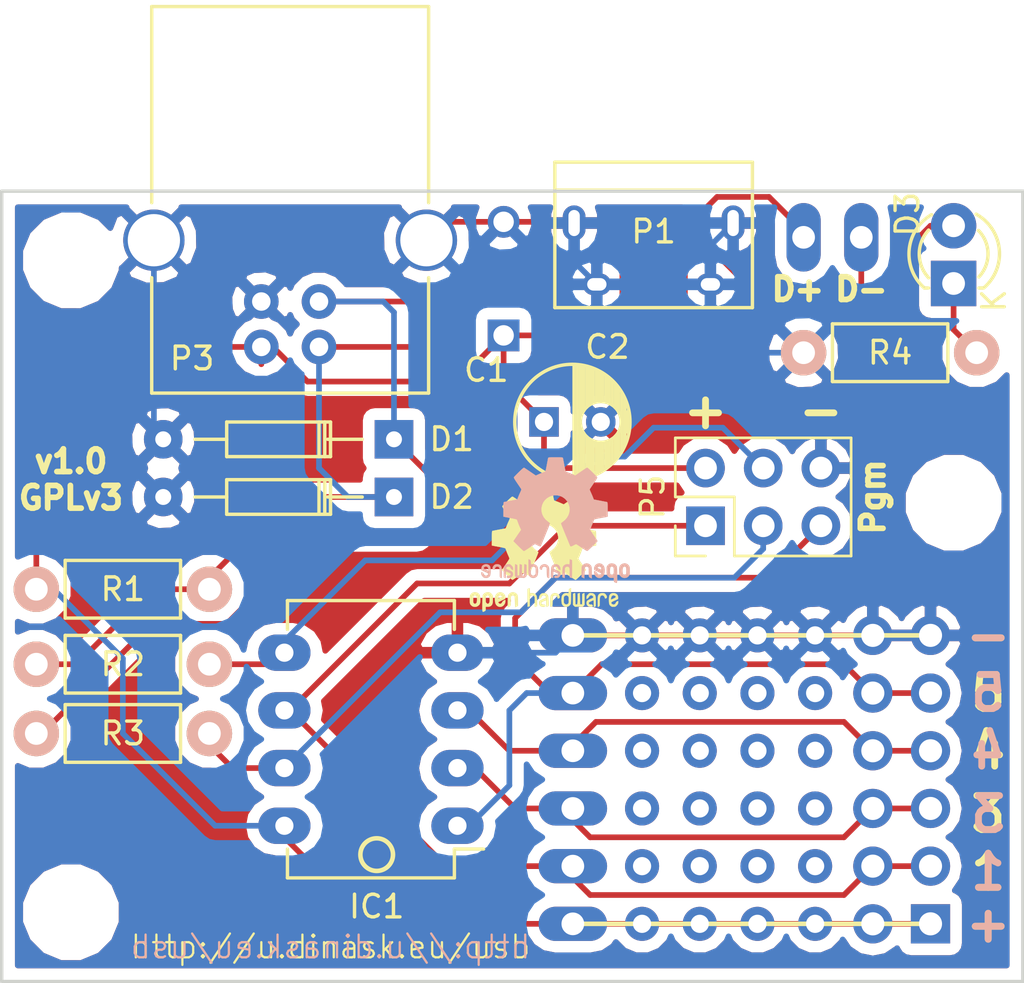
<source format=kicad_pcb>
(kicad_pcb (version 4) (host pcbnew 4.0.5+dfsg1-4)

  (general
    (links 63)
    (no_connects 0)
    (area 115.748999 62.408999 160.857001 97.357001)
    (thickness 1.6)
    (drawings 29)
    (tracks 173)
    (zones 0)
    (modules 45)
    (nets 13)
  )

  (page A4)
  (title_block
    (title "ATtiny USB Board")
    (date 2018-08-05)
    (rev 1.0)
    (company JJL)
    (comment 1 GPLv3)
  )

  (layers
    (0 F.Cu signal)
    (31 B.Cu signal)
    (32 B.Adhes user)
    (33 F.Adhes user)
    (34 B.Paste user)
    (35 F.Paste user)
    (36 B.SilkS user)
    (37 F.SilkS user)
    (38 B.Mask user)
    (39 F.Mask user)
    (40 Dwgs.User user hide)
    (41 Cmts.User user)
    (42 Eco1.User user)
    (43 Eco2.User user)
    (44 Edge.Cuts user)
    (45 Margin user)
    (46 B.CrtYd user)
    (47 F.CrtYd user)
    (48 B.Fab user)
    (49 F.Fab user)
  )

  (setup
    (last_trace_width 0.25)
    (trace_clearance 0.2)
    (zone_clearance 0.508)
    (zone_45_only no)
    (trace_min 0.2)
    (segment_width 0.2)
    (edge_width 0.15)
    (via_size 0.6)
    (via_drill 0.4)
    (via_min_size 0.4)
    (via_min_drill 0.3)
    (uvia_size 0.3)
    (uvia_drill 0.1)
    (uvias_allowed no)
    (uvia_min_size 0.2)
    (uvia_min_drill 0.1)
    (pcb_text_width 0.3)
    (pcb_text_size 1.5 1.5)
    (mod_edge_width 0.15)
    (mod_text_size 1 1)
    (mod_text_width 0.15)
    (pad_size 1.5 1.5)
    (pad_drill 0.8)
    (pad_to_mask_clearance 0.2)
    (aux_axis_origin 0 0)
    (visible_elements FFFFFF7F)
    (pcbplotparams
      (layerselection 0x00030_80000001)
      (usegerberextensions false)
      (excludeedgelayer true)
      (linewidth 0.100000)
      (plotframeref false)
      (viasonmask false)
      (mode 1)
      (useauxorigin false)
      (hpglpennumber 1)
      (hpglpenspeed 20)
      (hpglpendiameter 15)
      (hpglpenoverlay 2)
      (psnegative false)
      (psa4output false)
      (plotreference true)
      (plotvalue true)
      (plotinvisibletext false)
      (padsonsilk false)
      (subtractmaskfromsilk false)
      (outputformat 1)
      (mirror false)
      (drillshape 1)
      (scaleselection 1)
      (outputdirectory ""))
  )

  (net 0 "")
  (net 1 +5V)
  (net 2 GND)
  (net 3 "Net-(D1-Pad1)")
  (net 4 "Net-(D2-Pad1)")
  (net 5 "Net-(D3-Pad1)")
  (net 6 PB5)
  (net 7 PB3)
  (net 8 PB4)
  (net 9 PB1)
  (net 10 "Net-(P1-Pad4)")
  (net 11 PB0)
  (net 12 PB2)

  (net_class Default "Ceci est la Netclass par défaut"
    (clearance 0.2)
    (trace_width 0.25)
    (via_dia 0.6)
    (via_drill 0.4)
    (uvia_dia 0.3)
    (uvia_drill 0.1)
    (add_net +5V)
    (add_net GND)
    (add_net "Net-(D1-Pad1)")
    (add_net "Net-(D2-Pad1)")
    (add_net "Net-(D3-Pad1)")
    (add_net "Net-(P1-Pad4)")
    (add_net PB0)
    (add_net PB1)
    (add_net PB2)
    (add_net PB3)
    (add_net PB4)
    (add_net PB5)
  )

  (module Symbols:OSHW-Logo2_7.3x6mm_SilkScreen (layer B.Cu) (tedit 0) (tstamp 5B676481)
    (at 140.208 76.962 180)
    (descr "Open Source Hardware Symbol")
    (tags "Logo Symbol OSHW")
    (attr virtual)
    (fp_text reference REF*** (at 0 0 180) (layer B.SilkS) hide
      (effects (font (size 1 1) (thickness 0.15)) (justify mirror))
    )
    (fp_text value OSHW-Logo2_7.3x6mm_SilkScreen (at 0.75 0 180) (layer B.Fab) hide
      (effects (font (size 1 1) (thickness 0.15)) (justify mirror))
    )
    (fp_poly (pts (xy -2.400256 -1.919918) (xy -2.344799 -1.947568) (xy -2.295852 -1.99848) (xy -2.282371 -2.017338)
      (xy -2.267686 -2.042015) (xy -2.258158 -2.068816) (xy -2.252707 -2.104587) (xy -2.250253 -2.156169)
      (xy -2.249714 -2.224267) (xy -2.252148 -2.317588) (xy -2.260606 -2.387657) (xy -2.276826 -2.439931)
      (xy -2.302546 -2.479869) (xy -2.339503 -2.512929) (xy -2.342218 -2.514886) (xy -2.37864 -2.534908)
      (xy -2.422498 -2.544815) (xy -2.478276 -2.547257) (xy -2.568952 -2.547257) (xy -2.56899 -2.635283)
      (xy -2.569834 -2.684308) (xy -2.574976 -2.713065) (xy -2.588413 -2.730311) (xy -2.614142 -2.744808)
      (xy -2.620321 -2.747769) (xy -2.649236 -2.761648) (xy -2.671624 -2.770414) (xy -2.688271 -2.771171)
      (xy -2.699964 -2.761023) (xy -2.70749 -2.737073) (xy -2.711634 -2.696426) (xy -2.713185 -2.636186)
      (xy -2.712929 -2.553455) (xy -2.711651 -2.445339) (xy -2.711252 -2.413) (xy -2.709815 -2.301524)
      (xy -2.708528 -2.228603) (xy -2.569029 -2.228603) (xy -2.568245 -2.290499) (xy -2.56476 -2.330997)
      (xy -2.556876 -2.357708) (xy -2.542895 -2.378244) (xy -2.533403 -2.38826) (xy -2.494596 -2.417567)
      (xy -2.460237 -2.419952) (xy -2.424784 -2.39575) (xy -2.423886 -2.394857) (xy -2.409461 -2.376153)
      (xy -2.400687 -2.350732) (xy -2.396261 -2.311584) (xy -2.394882 -2.251697) (xy -2.394857 -2.23843)
      (xy -2.398188 -2.155901) (xy -2.409031 -2.098691) (xy -2.42866 -2.063766) (xy -2.45835 -2.048094)
      (xy -2.475509 -2.046514) (xy -2.516234 -2.053926) (xy -2.544168 -2.07833) (xy -2.560983 -2.12298)
      (xy -2.56835 -2.19113) (xy -2.569029 -2.228603) (xy -2.708528 -2.228603) (xy -2.708292 -2.215245)
      (xy -2.706323 -2.150333) (xy -2.70355 -2.102958) (xy -2.699612 -2.06929) (xy -2.694151 -2.045498)
      (xy -2.686808 -2.027753) (xy -2.677223 -2.012224) (xy -2.673113 -2.006381) (xy -2.618595 -1.951185)
      (xy -2.549664 -1.91989) (xy -2.469928 -1.911165) (xy -2.400256 -1.919918)) (layer B.SilkS) (width 0.01))
    (fp_poly (pts (xy -1.283907 -1.92778) (xy -1.237328 -1.954723) (xy -1.204943 -1.981466) (xy -1.181258 -2.009484)
      (xy -1.164941 -2.043748) (xy -1.154661 -2.089227) (xy -1.149086 -2.150892) (xy -1.146884 -2.233711)
      (xy -1.146629 -2.293246) (xy -1.146629 -2.512391) (xy -1.208314 -2.540044) (xy -1.27 -2.567697)
      (xy -1.277257 -2.32767) (xy -1.280256 -2.238028) (xy -1.283402 -2.172962) (xy -1.287299 -2.128026)
      (xy -1.292553 -2.09877) (xy -1.299769 -2.080748) (xy -1.30955 -2.069511) (xy -1.312688 -2.067079)
      (xy -1.360239 -2.048083) (xy -1.408303 -2.0556) (xy -1.436914 -2.075543) (xy -1.448553 -2.089675)
      (xy -1.456609 -2.10822) (xy -1.461729 -2.136334) (xy -1.464559 -2.179173) (xy -1.465744 -2.241895)
      (xy -1.465943 -2.307261) (xy -1.465982 -2.389268) (xy -1.467386 -2.447316) (xy -1.472086 -2.486465)
      (xy -1.482013 -2.51178) (xy -1.499097 -2.528323) (xy -1.525268 -2.541156) (xy -1.560225 -2.554491)
      (xy -1.598404 -2.569007) (xy -1.593859 -2.311389) (xy -1.592029 -2.218519) (xy -1.589888 -2.149889)
      (xy -1.586819 -2.100711) (xy -1.582206 -2.066198) (xy -1.575432 -2.041562) (xy -1.565881 -2.022016)
      (xy -1.554366 -2.00477) (xy -1.49881 -1.94968) (xy -1.43102 -1.917822) (xy -1.357287 -1.910191)
      (xy -1.283907 -1.92778)) (layer B.SilkS) (width 0.01))
    (fp_poly (pts (xy -2.958885 -1.921962) (xy -2.890855 -1.957733) (xy -2.840649 -2.015301) (xy -2.822815 -2.052312)
      (xy -2.808937 -2.107882) (xy -2.801833 -2.178096) (xy -2.80116 -2.254727) (xy -2.806573 -2.329552)
      (xy -2.81773 -2.394342) (xy -2.834286 -2.440873) (xy -2.839374 -2.448887) (xy -2.899645 -2.508707)
      (xy -2.971231 -2.544535) (xy -3.048908 -2.55502) (xy -3.127452 -2.53881) (xy -3.149311 -2.529092)
      (xy -3.191878 -2.499143) (xy -3.229237 -2.459433) (xy -3.232768 -2.454397) (xy -3.247119 -2.430124)
      (xy -3.256606 -2.404178) (xy -3.26221 -2.370022) (xy -3.264914 -2.321119) (xy -3.265701 -2.250935)
      (xy -3.265714 -2.2352) (xy -3.265678 -2.230192) (xy -3.120571 -2.230192) (xy -3.119727 -2.29643)
      (xy -3.116404 -2.340386) (xy -3.109417 -2.368779) (xy -3.097584 -2.388325) (xy -3.091543 -2.394857)
      (xy -3.056814 -2.41968) (xy -3.023097 -2.418548) (xy -2.989005 -2.397016) (xy -2.968671 -2.374029)
      (xy -2.956629 -2.340478) (xy -2.949866 -2.287569) (xy -2.949402 -2.281399) (xy -2.948248 -2.185513)
      (xy -2.960312 -2.114299) (xy -2.98543 -2.068194) (xy -3.02344 -2.047635) (xy -3.037008 -2.046514)
      (xy -3.072636 -2.052152) (xy -3.097006 -2.071686) (xy -3.111907 -2.109042) (xy -3.119125 -2.16815)
      (xy -3.120571 -2.230192) (xy -3.265678 -2.230192) (xy -3.265174 -2.160413) (xy -3.262904 -2.108159)
      (xy -3.257932 -2.071949) (xy -3.249287 -2.045299) (xy -3.235995 -2.021722) (xy -3.233057 -2.017338)
      (xy -3.183687 -1.958249) (xy -3.129891 -1.923947) (xy -3.064398 -1.910331) (xy -3.042158 -1.909665)
      (xy -2.958885 -1.921962)) (layer B.SilkS) (width 0.01))
    (fp_poly (pts (xy -1.831697 -1.931239) (xy -1.774473 -1.969735) (xy -1.730251 -2.025335) (xy -1.703833 -2.096086)
      (xy -1.69849 -2.148162) (xy -1.699097 -2.169893) (xy -1.704178 -2.186531) (xy -1.718145 -2.201437)
      (xy -1.745411 -2.217973) (xy -1.790388 -2.239498) (xy -1.857489 -2.269374) (xy -1.857829 -2.269524)
      (xy -1.919593 -2.297813) (xy -1.970241 -2.322933) (xy -2.004596 -2.342179) (xy -2.017482 -2.352848)
      (xy -2.017486 -2.352934) (xy -2.006128 -2.376166) (xy -1.979569 -2.401774) (xy -1.949077 -2.420221)
      (xy -1.93363 -2.423886) (xy -1.891485 -2.411212) (xy -1.855192 -2.379471) (xy -1.837483 -2.344572)
      (xy -1.820448 -2.318845) (xy -1.787078 -2.289546) (xy -1.747851 -2.264235) (xy -1.713244 -2.250471)
      (xy -1.706007 -2.249714) (xy -1.697861 -2.26216) (xy -1.69737 -2.293972) (xy -1.703357 -2.336866)
      (xy -1.714643 -2.382558) (xy -1.73005 -2.422761) (xy -1.730829 -2.424322) (xy -1.777196 -2.489062)
      (xy -1.837289 -2.533097) (xy -1.905535 -2.554711) (xy -1.976362 -2.552185) (xy -2.044196 -2.523804)
      (xy -2.047212 -2.521808) (xy -2.100573 -2.473448) (xy -2.13566 -2.410352) (xy -2.155078 -2.327387)
      (xy -2.157684 -2.304078) (xy -2.162299 -2.194055) (xy -2.156767 -2.142748) (xy -2.017486 -2.142748)
      (xy -2.015676 -2.174753) (xy -2.005778 -2.184093) (xy -1.981102 -2.177105) (xy -1.942205 -2.160587)
      (xy -1.898725 -2.139881) (xy -1.897644 -2.139333) (xy -1.860791 -2.119949) (xy -1.846 -2.107013)
      (xy -1.849647 -2.093451) (xy -1.865005 -2.075632) (xy -1.904077 -2.049845) (xy -1.946154 -2.04795)
      (xy -1.983897 -2.066717) (xy -2.009966 -2.102915) (xy -2.017486 -2.142748) (xy -2.156767 -2.142748)
      (xy -2.152806 -2.106027) (xy -2.12845 -2.036212) (xy -2.094544 -1.987302) (xy -2.033347 -1.937878)
      (xy -1.965937 -1.913359) (xy -1.89712 -1.911797) (xy -1.831697 -1.931239)) (layer B.SilkS) (width 0.01))
    (fp_poly (pts (xy -0.624114 -1.851289) (xy -0.619861 -1.910613) (xy -0.614975 -1.945572) (xy -0.608205 -1.96082)
      (xy -0.598298 -1.961015) (xy -0.595086 -1.959195) (xy -0.552356 -1.946015) (xy -0.496773 -1.946785)
      (xy -0.440263 -1.960333) (xy -0.404918 -1.977861) (xy -0.368679 -2.005861) (xy -0.342187 -2.037549)
      (xy -0.324001 -2.077813) (xy -0.312678 -2.131543) (xy -0.306778 -2.203626) (xy -0.304857 -2.298951)
      (xy -0.304823 -2.317237) (xy -0.3048 -2.522646) (xy -0.350509 -2.53858) (xy -0.382973 -2.54942)
      (xy -0.400785 -2.554468) (xy -0.401309 -2.554514) (xy -0.403063 -2.540828) (xy -0.404556 -2.503076)
      (xy -0.405674 -2.446224) (xy -0.406303 -2.375234) (xy -0.4064 -2.332073) (xy -0.406602 -2.246973)
      (xy -0.407642 -2.185981) (xy -0.410169 -2.144177) (xy -0.414836 -2.116642) (xy -0.422293 -2.098456)
      (xy -0.433189 -2.084698) (xy -0.439993 -2.078073) (xy -0.486728 -2.051375) (xy -0.537728 -2.049375)
      (xy -0.583999 -2.071955) (xy -0.592556 -2.080107) (xy -0.605107 -2.095436) (xy -0.613812 -2.113618)
      (xy -0.619369 -2.139909) (xy -0.622474 -2.179562) (xy -0.623824 -2.237832) (xy -0.624114 -2.318173)
      (xy -0.624114 -2.522646) (xy -0.669823 -2.53858) (xy -0.702287 -2.54942) (xy -0.720099 -2.554468)
      (xy -0.720623 -2.554514) (xy -0.721963 -2.540623) (xy -0.723172 -2.501439) (xy -0.724199 -2.4407)
      (xy -0.724998 -2.362141) (xy -0.725519 -2.269498) (xy -0.725714 -2.166509) (xy -0.725714 -1.769342)
      (xy -0.678543 -1.749444) (xy -0.631371 -1.729547) (xy -0.624114 -1.851289)) (layer B.SilkS) (width 0.01))
    (fp_poly (pts (xy 0.039744 -1.950968) (xy 0.096616 -1.972087) (xy 0.097267 -1.972493) (xy 0.13244 -1.99838)
      (xy 0.158407 -2.028633) (xy 0.17667 -2.068058) (xy 0.188732 -2.121462) (xy 0.196096 -2.193651)
      (xy 0.200264 -2.289432) (xy 0.200629 -2.303078) (xy 0.205876 -2.508842) (xy 0.161716 -2.531678)
      (xy 0.129763 -2.54711) (xy 0.11047 -2.554423) (xy 0.109578 -2.554514) (xy 0.106239 -2.541022)
      (xy 0.103587 -2.504626) (xy 0.101956 -2.451452) (xy 0.1016 -2.408393) (xy 0.101592 -2.338641)
      (xy 0.098403 -2.294837) (xy 0.087288 -2.273944) (xy 0.063501 -2.272925) (xy 0.022296 -2.288741)
      (xy -0.039914 -2.317815) (xy -0.085659 -2.341963) (xy -0.109187 -2.362913) (xy -0.116104 -2.385747)
      (xy -0.116114 -2.386877) (xy -0.104701 -2.426212) (xy -0.070908 -2.447462) (xy -0.019191 -2.450539)
      (xy 0.018061 -2.450006) (xy 0.037703 -2.460735) (xy 0.049952 -2.486505) (xy 0.057002 -2.519337)
      (xy 0.046842 -2.537966) (xy 0.043017 -2.540632) (xy 0.007001 -2.55134) (xy -0.043434 -2.552856)
      (xy -0.095374 -2.545759) (xy -0.132178 -2.532788) (xy -0.183062 -2.489585) (xy -0.211986 -2.429446)
      (xy -0.217714 -2.382462) (xy -0.213343 -2.340082) (xy -0.197525 -2.305488) (xy -0.166203 -2.274763)
      (xy -0.115322 -2.24399) (xy -0.040824 -2.209252) (xy -0.036286 -2.207288) (xy 0.030821 -2.176287)
      (xy 0.072232 -2.150862) (xy 0.089981 -2.128014) (xy 0.086107 -2.104745) (xy 0.062643 -2.078056)
      (xy 0.055627 -2.071914) (xy 0.00863 -2.0481) (xy -0.040067 -2.049103) (xy -0.082478 -2.072451)
      (xy -0.110616 -2.115675) (xy -0.113231 -2.12416) (xy -0.138692 -2.165308) (xy -0.170999 -2.185128)
      (xy -0.217714 -2.20477) (xy -0.217714 -2.15395) (xy -0.203504 -2.080082) (xy -0.161325 -2.012327)
      (xy -0.139376 -1.989661) (xy -0.089483 -1.960569) (xy -0.026033 -1.9474) (xy 0.039744 -1.950968)) (layer B.SilkS) (width 0.01))
    (fp_poly (pts (xy 0.529926 -1.949755) (xy 0.595858 -1.974084) (xy 0.649273 -2.017117) (xy 0.670164 -2.047409)
      (xy 0.692939 -2.102994) (xy 0.692466 -2.143186) (xy 0.668562 -2.170217) (xy 0.659717 -2.174813)
      (xy 0.62153 -2.189144) (xy 0.602028 -2.185472) (xy 0.595422 -2.161407) (xy 0.595086 -2.148114)
      (xy 0.582992 -2.09921) (xy 0.551471 -2.064999) (xy 0.507659 -2.048476) (xy 0.458695 -2.052634)
      (xy 0.418894 -2.074227) (xy 0.40545 -2.086544) (xy 0.395921 -2.101487) (xy 0.389485 -2.124075)
      (xy 0.385317 -2.159328) (xy 0.382597 -2.212266) (xy 0.380502 -2.287907) (xy 0.37996 -2.311857)
      (xy 0.377981 -2.39379) (xy 0.375731 -2.451455) (xy 0.372357 -2.489608) (xy 0.367006 -2.513004)
      (xy 0.358824 -2.526398) (xy 0.346959 -2.534545) (xy 0.339362 -2.538144) (xy 0.307102 -2.550452)
      (xy 0.288111 -2.554514) (xy 0.281836 -2.540948) (xy 0.278006 -2.499934) (xy 0.2766 -2.430999)
      (xy 0.277598 -2.333669) (xy 0.277908 -2.318657) (xy 0.280101 -2.229859) (xy 0.282693 -2.165019)
      (xy 0.286382 -2.119067) (xy 0.291864 -2.086935) (xy 0.299835 -2.063553) (xy 0.310993 -2.043852)
      (xy 0.31683 -2.03541) (xy 0.350296 -1.998057) (xy 0.387727 -1.969003) (xy 0.392309 -1.966467)
      (xy 0.459426 -1.946443) (xy 0.529926 -1.949755)) (layer B.SilkS) (width 0.01))
    (fp_poly (pts (xy 1.190117 -2.065358) (xy 1.189933 -2.173837) (xy 1.189219 -2.257287) (xy 1.187675 -2.319704)
      (xy 1.185001 -2.365085) (xy 1.180894 -2.397429) (xy 1.175055 -2.420733) (xy 1.167182 -2.438995)
      (xy 1.161221 -2.449418) (xy 1.111855 -2.505945) (xy 1.049264 -2.541377) (xy 0.980013 -2.55409)
      (xy 0.910668 -2.542463) (xy 0.869375 -2.521568) (xy 0.826025 -2.485422) (xy 0.796481 -2.441276)
      (xy 0.778655 -2.383462) (xy 0.770463 -2.306313) (xy 0.769302 -2.249714) (xy 0.769458 -2.245647)
      (xy 0.870857 -2.245647) (xy 0.871476 -2.31055) (xy 0.874314 -2.353514) (xy 0.88084 -2.381622)
      (xy 0.892523 -2.401953) (xy 0.906483 -2.417288) (xy 0.953365 -2.44689) (xy 1.003701 -2.449419)
      (xy 1.051276 -2.424705) (xy 1.054979 -2.421356) (xy 1.070783 -2.403935) (xy 1.080693 -2.383209)
      (xy 1.086058 -2.352362) (xy 1.088228 -2.304577) (xy 1.088571 -2.251748) (xy 1.087827 -2.185381)
      (xy 1.084748 -2.141106) (xy 1.078061 -2.112009) (xy 1.066496 -2.091173) (xy 1.057013 -2.080107)
      (xy 1.01296 -2.052198) (xy 0.962224 -2.048843) (xy 0.913796 -2.070159) (xy 0.90445 -2.078073)
      (xy 0.88854 -2.095647) (xy 0.87861 -2.116587) (xy 0.873278 -2.147782) (xy 0.871163 -2.196122)
      (xy 0.870857 -2.245647) (xy 0.769458 -2.245647) (xy 0.77281 -2.158568) (xy 0.784726 -2.090086)
      (xy 0.807135 -2.0386) (xy 0.842124 -1.998443) (xy 0.869375 -1.977861) (xy 0.918907 -1.955625)
      (xy 0.976316 -1.945304) (xy 1.029682 -1.948067) (xy 1.059543 -1.959212) (xy 1.071261 -1.962383)
      (xy 1.079037 -1.950557) (xy 1.084465 -1.918866) (xy 1.088571 -1.870593) (xy 1.093067 -1.816829)
      (xy 1.099313 -1.784482) (xy 1.110676 -1.765985) (xy 1.130528 -1.75377) (xy 1.143 -1.748362)
      (xy 1.190171 -1.728601) (xy 1.190117 -2.065358)) (layer B.SilkS) (width 0.01))
    (fp_poly (pts (xy 1.779833 -1.958663) (xy 1.782048 -1.99685) (xy 1.783784 -2.054886) (xy 1.784899 -2.12818)
      (xy 1.785257 -2.205055) (xy 1.785257 -2.465196) (xy 1.739326 -2.511127) (xy 1.707675 -2.539429)
      (xy 1.67989 -2.550893) (xy 1.641915 -2.550168) (xy 1.62684 -2.548321) (xy 1.579726 -2.542948)
      (xy 1.540756 -2.539869) (xy 1.531257 -2.539585) (xy 1.499233 -2.541445) (xy 1.453432 -2.546114)
      (xy 1.435674 -2.548321) (xy 1.392057 -2.551735) (xy 1.362745 -2.54432) (xy 1.33368 -2.521427)
      (xy 1.323188 -2.511127) (xy 1.277257 -2.465196) (xy 1.277257 -1.978602) (xy 1.314226 -1.961758)
      (xy 1.346059 -1.949282) (xy 1.364683 -1.944914) (xy 1.369458 -1.958718) (xy 1.373921 -1.997286)
      (xy 1.377775 -2.056356) (xy 1.380722 -2.131663) (xy 1.382143 -2.195286) (xy 1.386114 -2.445657)
      (xy 1.420759 -2.450556) (xy 1.452268 -2.447131) (xy 1.467708 -2.436041) (xy 1.472023 -2.415308)
      (xy 1.475708 -2.371145) (xy 1.478469 -2.309146) (xy 1.480012 -2.234909) (xy 1.480235 -2.196706)
      (xy 1.480457 -1.976783) (xy 1.526166 -1.960849) (xy 1.558518 -1.950015) (xy 1.576115 -1.944962)
      (xy 1.576623 -1.944914) (xy 1.578388 -1.958648) (xy 1.580329 -1.99673) (xy 1.582282 -2.054482)
      (xy 1.584084 -2.127227) (xy 1.585343 -2.195286) (xy 1.589314 -2.445657) (xy 1.6764 -2.445657)
      (xy 1.680396 -2.21724) (xy 1.684392 -1.988822) (xy 1.726847 -1.966868) (xy 1.758192 -1.951793)
      (xy 1.776744 -1.944951) (xy 1.777279 -1.944914) (xy 1.779833 -1.958663)) (layer B.SilkS) (width 0.01))
    (fp_poly (pts (xy 2.144876 -1.956335) (xy 2.186667 -1.975344) (xy 2.219469 -1.998378) (xy 2.243503 -2.024133)
      (xy 2.260097 -2.057358) (xy 2.270577 -2.1028) (xy 2.276271 -2.165207) (xy 2.278507 -2.249327)
      (xy 2.278743 -2.304721) (xy 2.278743 -2.520826) (xy 2.241774 -2.53767) (xy 2.212656 -2.549981)
      (xy 2.198231 -2.554514) (xy 2.195472 -2.541025) (xy 2.193282 -2.504653) (xy 2.191942 -2.451542)
      (xy 2.191657 -2.409372) (xy 2.190434 -2.348447) (xy 2.187136 -2.300115) (xy 2.182321 -2.270518)
      (xy 2.178496 -2.264229) (xy 2.152783 -2.270652) (xy 2.112418 -2.287125) (xy 2.065679 -2.309458)
      (xy 2.020845 -2.333457) (xy 1.986193 -2.35493) (xy 1.970002 -2.369685) (xy 1.969938 -2.369845)
      (xy 1.97133 -2.397152) (xy 1.983818 -2.423219) (xy 2.005743 -2.444392) (xy 2.037743 -2.451474)
      (xy 2.065092 -2.450649) (xy 2.103826 -2.450042) (xy 2.124158 -2.459116) (xy 2.136369 -2.483092)
      (xy 2.137909 -2.487613) (xy 2.143203 -2.521806) (xy 2.129047 -2.542568) (xy 2.092148 -2.552462)
      (xy 2.052289 -2.554292) (xy 1.980562 -2.540727) (xy 1.943432 -2.521355) (xy 1.897576 -2.475845)
      (xy 1.873256 -2.419983) (xy 1.871073 -2.360957) (xy 1.891629 -2.305953) (xy 1.922549 -2.271486)
      (xy 1.95342 -2.252189) (xy 2.001942 -2.227759) (xy 2.058485 -2.202985) (xy 2.06791 -2.199199)
      (xy 2.130019 -2.171791) (xy 2.165822 -2.147634) (xy 2.177337 -2.123619) (xy 2.16658 -2.096635)
      (xy 2.148114 -2.075543) (xy 2.104469 -2.049572) (xy 2.056446 -2.047624) (xy 2.012406 -2.067637)
      (xy 1.980709 -2.107551) (xy 1.976549 -2.117848) (xy 1.952327 -2.155724) (xy 1.916965 -2.183842)
      (xy 1.872343 -2.206917) (xy 1.872343 -2.141485) (xy 1.874969 -2.101506) (xy 1.88623 -2.069997)
      (xy 1.911199 -2.036378) (xy 1.935169 -2.010484) (xy 1.972441 -1.973817) (xy 2.001401 -1.954121)
      (xy 2.032505 -1.94622) (xy 2.067713 -1.944914) (xy 2.144876 -1.956335)) (layer B.SilkS) (width 0.01))
    (fp_poly (pts (xy 2.6526 -1.958752) (xy 2.669948 -1.966334) (xy 2.711356 -1.999128) (xy 2.746765 -2.046547)
      (xy 2.768664 -2.097151) (xy 2.772229 -2.122098) (xy 2.760279 -2.156927) (xy 2.734067 -2.175357)
      (xy 2.705964 -2.186516) (xy 2.693095 -2.188572) (xy 2.686829 -2.173649) (xy 2.674456 -2.141175)
      (xy 2.669028 -2.126502) (xy 2.63859 -2.075744) (xy 2.59452 -2.050427) (xy 2.53801 -2.051206)
      (xy 2.533825 -2.052203) (xy 2.503655 -2.066507) (xy 2.481476 -2.094393) (xy 2.466327 -2.139287)
      (xy 2.45725 -2.204615) (xy 2.453286 -2.293804) (xy 2.452914 -2.341261) (xy 2.45273 -2.416071)
      (xy 2.451522 -2.467069) (xy 2.448309 -2.499471) (xy 2.442109 -2.518495) (xy 2.43194 -2.529356)
      (xy 2.416819 -2.537272) (xy 2.415946 -2.53767) (xy 2.386828 -2.549981) (xy 2.372403 -2.554514)
      (xy 2.370186 -2.540809) (xy 2.368289 -2.502925) (xy 2.366847 -2.445715) (xy 2.365998 -2.374027)
      (xy 2.365829 -2.321565) (xy 2.366692 -2.220047) (xy 2.37007 -2.143032) (xy 2.377142 -2.086023)
      (xy 2.389088 -2.044526) (xy 2.40709 -2.014043) (xy 2.432327 -1.99008) (xy 2.457247 -1.973355)
      (xy 2.517171 -1.951097) (xy 2.586911 -1.946076) (xy 2.6526 -1.958752)) (layer B.SilkS) (width 0.01))
    (fp_poly (pts (xy 3.153595 -1.966966) (xy 3.211021 -2.004497) (xy 3.238719 -2.038096) (xy 3.260662 -2.099064)
      (xy 3.262405 -2.147308) (xy 3.258457 -2.211816) (xy 3.109686 -2.276934) (xy 3.037349 -2.310202)
      (xy 2.990084 -2.336964) (xy 2.965507 -2.360144) (xy 2.961237 -2.382667) (xy 2.974889 -2.407455)
      (xy 2.989943 -2.423886) (xy 3.033746 -2.450235) (xy 3.081389 -2.452081) (xy 3.125145 -2.431546)
      (xy 3.157289 -2.390752) (xy 3.163038 -2.376347) (xy 3.190576 -2.331356) (xy 3.222258 -2.312182)
      (xy 3.265714 -2.295779) (xy 3.265714 -2.357966) (xy 3.261872 -2.400283) (xy 3.246823 -2.435969)
      (xy 3.21528 -2.476943) (xy 3.210592 -2.482267) (xy 3.175506 -2.51872) (xy 3.145347 -2.538283)
      (xy 3.107615 -2.547283) (xy 3.076335 -2.55023) (xy 3.020385 -2.550965) (xy 2.980555 -2.54166)
      (xy 2.955708 -2.527846) (xy 2.916656 -2.497467) (xy 2.889625 -2.464613) (xy 2.872517 -2.423294)
      (xy 2.863238 -2.367521) (xy 2.859693 -2.291305) (xy 2.85941 -2.252622) (xy 2.860372 -2.206247)
      (xy 2.948007 -2.206247) (xy 2.949023 -2.231126) (xy 2.951556 -2.2352) (xy 2.968274 -2.229665)
      (xy 3.004249 -2.215017) (xy 3.052331 -2.19419) (xy 3.062386 -2.189714) (xy 3.123152 -2.158814)
      (xy 3.156632 -2.131657) (xy 3.16399 -2.10622) (xy 3.146391 -2.080481) (xy 3.131856 -2.069109)
      (xy 3.07941 -2.046364) (xy 3.030322 -2.050122) (xy 2.989227 -2.077884) (xy 2.960758 -2.127152)
      (xy 2.951631 -2.166257) (xy 2.948007 -2.206247) (xy 2.860372 -2.206247) (xy 2.861285 -2.162249)
      (xy 2.868196 -2.095384) (xy 2.881884 -2.046695) (xy 2.904096 -2.010849) (xy 2.936574 -1.982513)
      (xy 2.950733 -1.973355) (xy 3.015053 -1.949507) (xy 3.085473 -1.948006) (xy 3.153595 -1.966966)) (layer B.SilkS) (width 0.01))
    (fp_poly (pts (xy 0.10391 2.757652) (xy 0.182454 2.757222) (xy 0.239298 2.756058) (xy 0.278105 2.753793)
      (xy 0.302538 2.75006) (xy 0.316262 2.744494) (xy 0.32294 2.736727) (xy 0.326236 2.726395)
      (xy 0.326556 2.725057) (xy 0.331562 2.700921) (xy 0.340829 2.653299) (xy 0.353392 2.587259)
      (xy 0.368287 2.507872) (xy 0.384551 2.420204) (xy 0.385119 2.417125) (xy 0.40141 2.331211)
      (xy 0.416652 2.255304) (xy 0.429861 2.193955) (xy 0.440054 2.151718) (xy 0.446248 2.133145)
      (xy 0.446543 2.132816) (xy 0.464788 2.123747) (xy 0.502405 2.108633) (xy 0.551271 2.090738)
      (xy 0.551543 2.090642) (xy 0.613093 2.067507) (xy 0.685657 2.038035) (xy 0.754057 2.008403)
      (xy 0.757294 2.006938) (xy 0.868702 1.956374) (xy 1.115399 2.12484) (xy 1.191077 2.176197)
      (xy 1.259631 2.222111) (xy 1.317088 2.25997) (xy 1.359476 2.287163) (xy 1.382825 2.301079)
      (xy 1.385042 2.302111) (xy 1.40201 2.297516) (xy 1.433701 2.275345) (xy 1.481352 2.234553)
      (xy 1.546198 2.174095) (xy 1.612397 2.109773) (xy 1.676214 2.046388) (xy 1.733329 1.988549)
      (xy 1.780305 1.939825) (xy 1.813703 1.90379) (xy 1.830085 1.884016) (xy 1.830694 1.882998)
      (xy 1.832505 1.869428) (xy 1.825683 1.847267) (xy 1.80854 1.813522) (xy 1.779393 1.7652)
      (xy 1.736555 1.699308) (xy 1.679448 1.614483) (xy 1.628766 1.539823) (xy 1.583461 1.47286)
      (xy 1.54615 1.417484) (xy 1.519452 1.37758) (xy 1.505985 1.357038) (xy 1.505137 1.355644)
      (xy 1.506781 1.335962) (xy 1.519245 1.297707) (xy 1.540048 1.248111) (xy 1.547462 1.232272)
      (xy 1.579814 1.16171) (xy 1.614328 1.081647) (xy 1.642365 1.012371) (xy 1.662568 0.960955)
      (xy 1.678615 0.921881) (xy 1.687888 0.901459) (xy 1.689041 0.899886) (xy 1.706096 0.897279)
      (xy 1.746298 0.890137) (xy 1.804302 0.879477) (xy 1.874763 0.866315) (xy 1.952335 0.851667)
      (xy 2.031672 0.836551) (xy 2.107431 0.821982) (xy 2.174264 0.808978) (xy 2.226828 0.798555)
      (xy 2.259776 0.79173) (xy 2.267857 0.789801) (xy 2.276205 0.785038) (xy 2.282506 0.774282)
      (xy 2.287045 0.753902) (xy 2.290104 0.720266) (xy 2.291967 0.669745) (xy 2.292918 0.598708)
      (xy 2.29324 0.503524) (xy 2.293257 0.464508) (xy 2.293257 0.147201) (xy 2.217057 0.132161)
      (xy 2.174663 0.124005) (xy 2.1114 0.112101) (xy 2.034962 0.097884) (xy 1.953043 0.08279)
      (xy 1.9304 0.078645) (xy 1.854806 0.063947) (xy 1.788953 0.049495) (xy 1.738366 0.036625)
      (xy 1.708574 0.026678) (xy 1.703612 0.023713) (xy 1.691426 0.002717) (xy 1.673953 -0.037967)
      (xy 1.654577 -0.090322) (xy 1.650734 -0.1016) (xy 1.625339 -0.171523) (xy 1.593817 -0.250418)
      (xy 1.562969 -0.321266) (xy 1.562817 -0.321595) (xy 1.511447 -0.432733) (xy 1.680399 -0.681253)
      (xy 1.849352 -0.929772) (xy 1.632429 -1.147058) (xy 1.566819 -1.211726) (xy 1.506979 -1.268733)
      (xy 1.456267 -1.315033) (xy 1.418046 -1.347584) (xy 1.395675 -1.363343) (xy 1.392466 -1.364343)
      (xy 1.373626 -1.356469) (xy 1.33518 -1.334578) (xy 1.28133 -1.301267) (xy 1.216276 -1.259131)
      (xy 1.14594 -1.211943) (xy 1.074555 -1.16381) (xy 1.010908 -1.121928) (xy 0.959041 -1.088871)
      (xy 0.922995 -1.067218) (xy 0.906867 -1.059543) (xy 0.887189 -1.066037) (xy 0.849875 -1.08315)
      (xy 0.802621 -1.107326) (xy 0.797612 -1.110013) (xy 0.733977 -1.141927) (xy 0.690341 -1.157579)
      (xy 0.663202 -1.157745) (xy 0.649057 -1.143204) (xy 0.648975 -1.143) (xy 0.641905 -1.125779)
      (xy 0.625042 -1.084899) (xy 0.599695 -1.023525) (xy 0.567171 -0.944819) (xy 0.528778 -0.851947)
      (xy 0.485822 -0.748072) (xy 0.444222 -0.647502) (xy 0.398504 -0.536516) (xy 0.356526 -0.433703)
      (xy 0.319548 -0.342215) (xy 0.288827 -0.265201) (xy 0.265622 -0.205815) (xy 0.25119 -0.167209)
      (xy 0.246743 -0.1528) (xy 0.257896 -0.136272) (xy 0.287069 -0.10993) (xy 0.325971 -0.080887)
      (xy 0.436757 0.010961) (xy 0.523351 0.116241) (xy 0.584716 0.232734) (xy 0.619815 0.358224)
      (xy 0.627608 0.490493) (xy 0.621943 0.551543) (xy 0.591078 0.678205) (xy 0.53792 0.790059)
      (xy 0.465767 0.885999) (xy 0.377917 0.964924) (xy 0.277665 1.02573) (xy 0.16831 1.067313)
      (xy 0.053147 1.088572) (xy -0.064525 1.088401) (xy -0.18141 1.065699) (xy -0.294211 1.019362)
      (xy -0.399631 0.948287) (xy -0.443632 0.908089) (xy -0.528021 0.804871) (xy -0.586778 0.692075)
      (xy -0.620296 0.57299) (xy -0.628965 0.450905) (xy -0.613177 0.329107) (xy -0.573322 0.210884)
      (xy -0.509793 0.099525) (xy -0.422979 -0.001684) (xy -0.325971 -0.080887) (xy -0.285563 -0.111162)
      (xy -0.257018 -0.137219) (xy -0.246743 -0.152825) (xy -0.252123 -0.169843) (xy -0.267425 -0.2105)
      (xy -0.291388 -0.271642) (xy -0.322756 -0.350119) (xy -0.360268 -0.44278) (xy -0.402667 -0.546472)
      (xy -0.444337 -0.647526) (xy -0.49031 -0.758607) (xy -0.532893 -0.861541) (xy -0.570779 -0.953165)
      (xy -0.60266 -1.030316) (xy -0.627229 -1.089831) (xy -0.64318 -1.128544) (xy -0.64909 -1.143)
      (xy -0.663052 -1.157685) (xy -0.69006 -1.157642) (xy -0.733587 -1.142099) (xy -0.79711 -1.110284)
      (xy -0.797612 -1.110013) (xy -0.84544 -1.085323) (xy -0.884103 -1.067338) (xy -0.905905 -1.059614)
      (xy -0.906867 -1.059543) (xy -0.923279 -1.067378) (xy -0.959513 -1.089165) (xy -1.011526 -1.122328)
      (xy -1.075275 -1.164291) (xy -1.14594 -1.211943) (xy -1.217884 -1.260191) (xy -1.282726 -1.302151)
      (xy -1.336265 -1.335227) (xy -1.374303 -1.356821) (xy -1.392467 -1.364343) (xy -1.409192 -1.354457)
      (xy -1.44282 -1.326826) (xy -1.48999 -1.284495) (xy -1.547342 -1.230505) (xy -1.611516 -1.167899)
      (xy -1.632503 -1.146983) (xy -1.849501 -0.929623) (xy -1.684332 -0.68722) (xy -1.634136 -0.612781)
      (xy -1.590081 -0.545972) (xy -1.554638 -0.490665) (xy -1.530281 -0.450729) (xy -1.519478 -0.430036)
      (xy -1.519162 -0.428563) (xy -1.524857 -0.409058) (xy -1.540174 -0.369822) (xy -1.562463 -0.31743)
      (xy -1.578107 -0.282355) (xy -1.607359 -0.215201) (xy -1.634906 -0.147358) (xy -1.656263 -0.090034)
      (xy -1.662065 -0.072572) (xy -1.678548 -0.025938) (xy -1.69466 0.010095) (xy -1.70351 0.023713)
      (xy -1.72304 0.032048) (xy -1.765666 0.043863) (xy -1.825855 0.057819) (xy -1.898078 0.072578)
      (xy -1.9304 0.078645) (xy -2.012478 0.093727) (xy -2.091205 0.108331) (xy -2.158891 0.12102)
      (xy -2.20784 0.130358) (xy -2.217057 0.132161) (xy -2.293257 0.147201) (xy -2.293257 0.464508)
      (xy -2.293086 0.568846) (xy -2.292384 0.647787) (xy -2.290866 0.704962) (xy -2.288251 0.744001)
      (xy -2.284254 0.768535) (xy -2.278591 0.782195) (xy -2.27098 0.788611) (xy -2.267857 0.789801)
      (xy -2.249022 0.79402) (xy -2.207412 0.802438) (xy -2.14837 0.814039) (xy -2.077243 0.827805)
      (xy -1.999375 0.84272) (xy -1.920113 0.857768) (xy -1.844802 0.871931) (xy -1.778787 0.884194)
      (xy -1.727413 0.893539) (xy -1.696025 0.89895) (xy -1.689041 0.899886) (xy -1.682715 0.912404)
      (xy -1.66871 0.945754) (xy -1.649645 0.993623) (xy -1.642366 1.012371) (xy -1.613004 1.084805)
      (xy -1.578429 1.16483) (xy -1.547463 1.232272) (xy -1.524677 1.283841) (xy -1.509518 1.326215)
      (xy -1.504458 1.352166) (xy -1.505264 1.355644) (xy -1.515959 1.372064) (xy -1.54038 1.408583)
      (xy -1.575905 1.461313) (xy -1.619913 1.526365) (xy -1.669783 1.599849) (xy -1.679644 1.614355)
      (xy -1.737508 1.700296) (xy -1.780044 1.765739) (xy -1.808946 1.813696) (xy -1.82591 1.84718)
      (xy -1.832633 1.869205) (xy -1.83081 1.882783) (xy -1.830764 1.882869) (xy -1.816414 1.900703)
      (xy -1.784677 1.935183) (xy -1.73899 1.982732) (xy -1.682796 2.039778) (xy -1.619532 2.102745)
      (xy -1.612398 2.109773) (xy -1.53267 2.18698) (xy -1.471143 2.24367) (xy -1.426579 2.28089)
      (xy -1.397743 2.299685) (xy -1.385042 2.302111) (xy -1.366506 2.291529) (xy -1.328039 2.267084)
      (xy -1.273614 2.231388) (xy -1.207202 2.187053) (xy -1.132775 2.136689) (xy -1.115399 2.12484)
      (xy -0.868703 1.956374) (xy -0.757294 2.006938) (xy -0.689543 2.036405) (xy -0.616817 2.066041)
      (xy -0.554297 2.08967) (xy -0.551543 2.090642) (xy -0.50264 2.108543) (xy -0.464943 2.12368)
      (xy -0.446575 2.13279) (xy -0.446544 2.132816) (xy -0.440715 2.149283) (xy -0.430808 2.189781)
      (xy -0.417805 2.249758) (xy -0.402691 2.32466) (xy -0.386448 2.409936) (xy -0.385119 2.417125)
      (xy -0.368825 2.504986) (xy -0.353867 2.58474) (xy -0.341209 2.651319) (xy -0.331814 2.699653)
      (xy -0.326646 2.724675) (xy -0.326556 2.725057) (xy -0.323411 2.735701) (xy -0.317296 2.743738)
      (xy -0.304547 2.749533) (xy -0.2815 2.753453) (xy -0.244491 2.755865) (xy -0.189856 2.757135)
      (xy -0.113933 2.757629) (xy -0.013056 2.757714) (xy 0 2.757714) (xy 0.10391 2.757652)) (layer B.SilkS) (width 0.01))
  )

  (module Connect:PINHEAD1-2 (layer F.Cu) (tedit 5B672ABA) (tstamp 5B671341)
    (at 152.4 64.516 180)
    (path /5B670101)
    (attr virtual)
    (fp_text reference P2 (at 0 -2.286 180) (layer F.SilkS) hide
      (effects (font (size 1 1) (thickness 0.15)))
    )
    (fp_text value CONN_01X02 (at 0 3.81 180) (layer F.Fab) hide
      (effects (font (size 1 1) (thickness 0.15)))
    )
    (pad 1 thru_hole oval (at -1.27 0 180) (size 1.50622 3.01498) (drill 0.99822) (layers *.Cu *.Mask)
      (net 4 "Net-(D2-Pad1)"))
    (pad 2 thru_hole oval (at 1.27 0 180) (size 1.50622 3.01498) (drill 0.99822) (layers *.Cu *.Mask)
      (net 3 "Net-(D1-Pad1)"))
  )

  (module Measurement_Points:Measurement_Point_Round-TH_Small (layer F.Cu) (tedit 5B671F14) (tstamp 5B83F700)
    (at 151.638 94.742)
    (descr "Mesurement Point, Square, Trough Hole,  DM 1.5mm, Drill 0.8mm,")
    (tags "Mesurement Point Round Trough Hole 1.5mm Drill 0.8mm")
    (attr virtual)
    (fp_text reference REF** (at 0 -2) (layer F.SilkS) hide
      (effects (font (size 1 1) (thickness 0.15)))
    )
    (fp_text value Measurement_Point_Round-TH_Small (at 0 2) (layer F.Fab) hide
      (effects (font (size 1 1) (thickness 0.15)))
    )
    (fp_circle (center 0 0) (end 1 0) (layer F.CrtYd) (width 0.05))
    (pad 1 thru_hole circle (at 0 0) (size 1.5 1.5) (drill 0.8) (layers *.Cu *.Mask)
      (net 1 +5V))
  )

  (module Measurement_Points:Measurement_Point_Round-TH_Small (layer F.Cu) (tedit 5B671F0F) (tstamp 5B83F6FB)
    (at 149.098 94.742)
    (descr "Mesurement Point, Square, Trough Hole,  DM 1.5mm, Drill 0.8mm,")
    (tags "Mesurement Point Round Trough Hole 1.5mm Drill 0.8mm")
    (attr virtual)
    (fp_text reference REF** (at 0 -2) (layer F.SilkS) hide
      (effects (font (size 1 1) (thickness 0.15)))
    )
    (fp_text value Measurement_Point_Round-TH_Small (at 0 2) (layer F.Fab) hide
      (effects (font (size 1 1) (thickness 0.15)))
    )
    (fp_circle (center 0 0) (end 1 0) (layer F.CrtYd) (width 0.05))
    (pad 1 thru_hole circle (at 0 0) (size 1.5 1.5) (drill 0.8) (layers *.Cu *.Mask)
      (net 1 +5V))
  )

  (module Measurement_Points:Measurement_Point_Round-TH_Small (layer F.Cu) (tedit 5B671F0A) (tstamp 5B83F6F6)
    (at 146.558 94.742)
    (descr "Mesurement Point, Square, Trough Hole,  DM 1.5mm, Drill 0.8mm,")
    (tags "Mesurement Point Round Trough Hole 1.5mm Drill 0.8mm")
    (attr virtual)
    (fp_text reference REF** (at 0 -2) (layer F.SilkS) hide
      (effects (font (size 1 1) (thickness 0.15)))
    )
    (fp_text value Measurement_Point_Round-TH_Small (at 0 2) (layer F.Fab) hide
      (effects (font (size 1 1) (thickness 0.15)))
    )
    (fp_circle (center 0 0) (end 1 0) (layer F.CrtYd) (width 0.05))
    (pad 1 thru_hole circle (at 0 0) (size 1.5 1.5) (drill 0.8) (layers *.Cu *.Mask)
      (net 1 +5V))
  )

  (module Measurement_Points:Measurement_Point_Round-TH_Small (layer F.Cu) (tedit 5B671F05) (tstamp 5B83F6F1)
    (at 144.018 94.742)
    (descr "Mesurement Point, Square, Trough Hole,  DM 1.5mm, Drill 0.8mm,")
    (tags "Mesurement Point Round Trough Hole 1.5mm Drill 0.8mm")
    (attr virtual)
    (fp_text reference REF** (at 0 -2) (layer F.SilkS) hide
      (effects (font (size 1 1) (thickness 0.15)))
    )
    (fp_text value Measurement_Point_Round-TH_Small (at 0 2) (layer F.Fab) hide
      (effects (font (size 1 1) (thickness 0.15)))
    )
    (fp_circle (center 0 0) (end 1 0) (layer F.CrtYd) (width 0.05))
    (pad 1 thru_hole circle (at 0 0) (size 1.5 1.5) (drill 0.8) (layers *.Cu *.Mask)
      (net 1 +5V))
  )

  (module Measurement_Points:Measurement_Point_Round-TH_Small (layer F.Cu) (tedit 5B671E36) (tstamp 5B83F6E2)
    (at 144.018 92.202)
    (descr "Mesurement Point, Square, Trough Hole,  DM 1.5mm, Drill 0.8mm,")
    (tags "Mesurement Point Round Trough Hole 1.5mm Drill 0.8mm")
    (attr virtual)
    (fp_text reference REF** (at 0 -2) (layer F.SilkS) hide
      (effects (font (size 1 1) (thickness 0.15)))
    )
    (fp_text value Measurement_Point_Round-TH_Small (at 0 2) (layer F.Fab) hide
      (effects (font (size 1 1) (thickness 0.15)))
    )
    (fp_circle (center 0 0) (end 1 0) (layer F.CrtYd) (width 0.05))
    (pad 1 thru_hole circle (at 0 0) (size 1.5 1.5) (drill 0.8) (layers *.Cu *.Mask))
  )

  (module Measurement_Points:Measurement_Point_Round-TH_Small (layer F.Cu) (tedit 5B671E36) (tstamp 5B83F6DD)
    (at 146.558 92.202)
    (descr "Mesurement Point, Square, Trough Hole,  DM 1.5mm, Drill 0.8mm,")
    (tags "Mesurement Point Round Trough Hole 1.5mm Drill 0.8mm")
    (attr virtual)
    (fp_text reference REF** (at 0 -2) (layer F.SilkS) hide
      (effects (font (size 1 1) (thickness 0.15)))
    )
    (fp_text value Measurement_Point_Round-TH_Small (at 0 2) (layer F.Fab) hide
      (effects (font (size 1 1) (thickness 0.15)))
    )
    (fp_circle (center 0 0) (end 1 0) (layer F.CrtYd) (width 0.05))
    (pad 1 thru_hole circle (at 0 0) (size 1.5 1.5) (drill 0.8) (layers *.Cu *.Mask))
  )

  (module Measurement_Points:Measurement_Point_Round-TH_Small (layer F.Cu) (tedit 5B671E36) (tstamp 5B83F6D8)
    (at 149.098 92.202)
    (descr "Mesurement Point, Square, Trough Hole,  DM 1.5mm, Drill 0.8mm,")
    (tags "Mesurement Point Round Trough Hole 1.5mm Drill 0.8mm")
    (attr virtual)
    (fp_text reference REF** (at 0 -2) (layer F.SilkS) hide
      (effects (font (size 1 1) (thickness 0.15)))
    )
    (fp_text value Measurement_Point_Round-TH_Small (at 0 2) (layer F.Fab) hide
      (effects (font (size 1 1) (thickness 0.15)))
    )
    (fp_circle (center 0 0) (end 1 0) (layer F.CrtYd) (width 0.05))
    (pad 1 thru_hole circle (at 0 0) (size 1.5 1.5) (drill 0.8) (layers *.Cu *.Mask))
  )

  (module Measurement_Points:Measurement_Point_Round-TH_Small (layer F.Cu) (tedit 5B671E36) (tstamp 5B83F6D3)
    (at 151.638 92.202)
    (descr "Mesurement Point, Square, Trough Hole,  DM 1.5mm, Drill 0.8mm,")
    (tags "Mesurement Point Round Trough Hole 1.5mm Drill 0.8mm")
    (attr virtual)
    (fp_text reference REF** (at 0 -2) (layer F.SilkS) hide
      (effects (font (size 1 1) (thickness 0.15)))
    )
    (fp_text value Measurement_Point_Round-TH_Small (at 0 2) (layer F.Fab) hide
      (effects (font (size 1 1) (thickness 0.15)))
    )
    (fp_circle (center 0 0) (end 1 0) (layer F.CrtYd) (width 0.05))
    (pad 1 thru_hole circle (at 0 0) (size 1.5 1.5) (drill 0.8) (layers *.Cu *.Mask))
  )

  (module Measurement_Points:Measurement_Point_Round-TH_Small (layer F.Cu) (tedit 5B671E36) (tstamp 5B83F6CE)
    (at 151.638 87.122)
    (descr "Mesurement Point, Square, Trough Hole,  DM 1.5mm, Drill 0.8mm,")
    (tags "Mesurement Point Round Trough Hole 1.5mm Drill 0.8mm")
    (attr virtual)
    (fp_text reference REF** (at 0 -2) (layer F.SilkS) hide
      (effects (font (size 1 1) (thickness 0.15)))
    )
    (fp_text value Measurement_Point_Round-TH_Small (at 0 2) (layer F.Fab) hide
      (effects (font (size 1 1) (thickness 0.15)))
    )
    (fp_circle (center 0 0) (end 1 0) (layer F.CrtYd) (width 0.05))
    (pad 1 thru_hole circle (at 0 0) (size 1.5 1.5) (drill 0.8) (layers *.Cu *.Mask))
  )

  (module Measurement_Points:Measurement_Point_Round-TH_Small (layer F.Cu) (tedit 5B671E36) (tstamp 5B83F6C9)
    (at 149.098 87.122)
    (descr "Mesurement Point, Square, Trough Hole,  DM 1.5mm, Drill 0.8mm,")
    (tags "Mesurement Point Round Trough Hole 1.5mm Drill 0.8mm")
    (attr virtual)
    (fp_text reference REF** (at 0 -2) (layer F.SilkS) hide
      (effects (font (size 1 1) (thickness 0.15)))
    )
    (fp_text value Measurement_Point_Round-TH_Small (at 0 2) (layer F.Fab) hide
      (effects (font (size 1 1) (thickness 0.15)))
    )
    (fp_circle (center 0 0) (end 1 0) (layer F.CrtYd) (width 0.05))
    (pad 1 thru_hole circle (at 0 0) (size 1.5 1.5) (drill 0.8) (layers *.Cu *.Mask))
  )

  (module Measurement_Points:Measurement_Point_Round-TH_Small (layer F.Cu) (tedit 5B671E36) (tstamp 5B83F6C4)
    (at 146.558 87.122)
    (descr "Mesurement Point, Square, Trough Hole,  DM 1.5mm, Drill 0.8mm,")
    (tags "Mesurement Point Round Trough Hole 1.5mm Drill 0.8mm")
    (attr virtual)
    (fp_text reference REF** (at 0 -2) (layer F.SilkS) hide
      (effects (font (size 1 1) (thickness 0.15)))
    )
    (fp_text value Measurement_Point_Round-TH_Small (at 0 2) (layer F.Fab) hide
      (effects (font (size 1 1) (thickness 0.15)))
    )
    (fp_circle (center 0 0) (end 1 0) (layer F.CrtYd) (width 0.05))
    (pad 1 thru_hole circle (at 0 0) (size 1.5 1.5) (drill 0.8) (layers *.Cu *.Mask))
  )

  (module Measurement_Points:Measurement_Point_Round-TH_Small (layer F.Cu) (tedit 5B671E36) (tstamp 5B83F6BF)
    (at 144.018 87.122)
    (descr "Mesurement Point, Square, Trough Hole,  DM 1.5mm, Drill 0.8mm,")
    (tags "Mesurement Point Round Trough Hole 1.5mm Drill 0.8mm")
    (attr virtual)
    (fp_text reference REF** (at 0 -2) (layer F.SilkS) hide
      (effects (font (size 1 1) (thickness 0.15)))
    )
    (fp_text value Measurement_Point_Round-TH_Small (at 0 2) (layer F.Fab) hide
      (effects (font (size 1 1) (thickness 0.15)))
    )
    (fp_circle (center 0 0) (end 1 0) (layer F.CrtYd) (width 0.05))
    (pad 1 thru_hole circle (at 0 0) (size 1.5 1.5) (drill 0.8) (layers *.Cu *.Mask))
  )

  (module Measurement_Points:Measurement_Point_Round-TH_Small (layer F.Cu) (tedit 5B671E36) (tstamp 5B83F6B0)
    (at 144.018 89.662)
    (descr "Mesurement Point, Square, Trough Hole,  DM 1.5mm, Drill 0.8mm,")
    (tags "Mesurement Point Round Trough Hole 1.5mm Drill 0.8mm")
    (attr virtual)
    (fp_text reference REF** (at 0 -2) (layer F.SilkS) hide
      (effects (font (size 1 1) (thickness 0.15)))
    )
    (fp_text value Measurement_Point_Round-TH_Small (at 0 2) (layer F.Fab) hide
      (effects (font (size 1 1) (thickness 0.15)))
    )
    (fp_circle (center 0 0) (end 1 0) (layer F.CrtYd) (width 0.05))
    (pad 1 thru_hole circle (at 0 0) (size 1.5 1.5) (drill 0.8) (layers *.Cu *.Mask))
  )

  (module Measurement_Points:Measurement_Point_Round-TH_Small (layer F.Cu) (tedit 5B671E36) (tstamp 5B83F6AB)
    (at 146.558 89.662)
    (descr "Mesurement Point, Square, Trough Hole,  DM 1.5mm, Drill 0.8mm,")
    (tags "Mesurement Point Round Trough Hole 1.5mm Drill 0.8mm")
    (attr virtual)
    (fp_text reference REF** (at 0 -2) (layer F.SilkS) hide
      (effects (font (size 1 1) (thickness 0.15)))
    )
    (fp_text value Measurement_Point_Round-TH_Small (at 0 2) (layer F.Fab) hide
      (effects (font (size 1 1) (thickness 0.15)))
    )
    (fp_circle (center 0 0) (end 1 0) (layer F.CrtYd) (width 0.05))
    (pad 1 thru_hole circle (at 0 0) (size 1.5 1.5) (drill 0.8) (layers *.Cu *.Mask))
  )

  (module Measurement_Points:Measurement_Point_Round-TH_Small (layer F.Cu) (tedit 5B671E36) (tstamp 5B83F6A6)
    (at 149.098 89.662)
    (descr "Mesurement Point, Square, Trough Hole,  DM 1.5mm, Drill 0.8mm,")
    (tags "Mesurement Point Round Trough Hole 1.5mm Drill 0.8mm")
    (attr virtual)
    (fp_text reference REF** (at 0 -2) (layer F.SilkS) hide
      (effects (font (size 1 1) (thickness 0.15)))
    )
    (fp_text value Measurement_Point_Round-TH_Small (at 0 2) (layer F.Fab) hide
      (effects (font (size 1 1) (thickness 0.15)))
    )
    (fp_circle (center 0 0) (end 1 0) (layer F.CrtYd) (width 0.05))
    (pad 1 thru_hole circle (at 0 0) (size 1.5 1.5) (drill 0.8) (layers *.Cu *.Mask))
  )

  (module Measurement_Points:Measurement_Point_Round-TH_Small (layer F.Cu) (tedit 5B671E36) (tstamp 5B83F6A1)
    (at 151.638 89.662)
    (descr "Mesurement Point, Square, Trough Hole,  DM 1.5mm, Drill 0.8mm,")
    (tags "Mesurement Point Round Trough Hole 1.5mm Drill 0.8mm")
    (attr virtual)
    (fp_text reference REF** (at 0 -2) (layer F.SilkS) hide
      (effects (font (size 1 1) (thickness 0.15)))
    )
    (fp_text value Measurement_Point_Round-TH_Small (at 0 2) (layer F.Fab) hide
      (effects (font (size 1 1) (thickness 0.15)))
    )
    (fp_circle (center 0 0) (end 1 0) (layer F.CrtYd) (width 0.05))
    (pad 1 thru_hole circle (at 0 0) (size 1.5 1.5) (drill 0.8) (layers *.Cu *.Mask))
  )

  (module Measurement_Points:Measurement_Point_Round-TH_Small (layer F.Cu) (tedit 5B671E36) (tstamp 5B83F69C)
    (at 151.638 84.582)
    (descr "Mesurement Point, Square, Trough Hole,  DM 1.5mm, Drill 0.8mm,")
    (tags "Mesurement Point Round Trough Hole 1.5mm Drill 0.8mm")
    (attr virtual)
    (fp_text reference REF** (at 0 -2) (layer F.SilkS) hide
      (effects (font (size 1 1) (thickness 0.15)))
    )
    (fp_text value Measurement_Point_Round-TH_Small (at 0 2) (layer F.Fab) hide
      (effects (font (size 1 1) (thickness 0.15)))
    )
    (fp_circle (center 0 0) (end 1 0) (layer F.CrtYd) (width 0.05))
    (pad 1 thru_hole circle (at 0 0) (size 1.5 1.5) (drill 0.8) (layers *.Cu *.Mask))
  )

  (module Measurement_Points:Measurement_Point_Round-TH_Small (layer F.Cu) (tedit 5B671E36) (tstamp 5B83F697)
    (at 149.098 84.582)
    (descr "Mesurement Point, Square, Trough Hole,  DM 1.5mm, Drill 0.8mm,")
    (tags "Mesurement Point Round Trough Hole 1.5mm Drill 0.8mm")
    (attr virtual)
    (fp_text reference REF** (at 0 -2) (layer F.SilkS) hide
      (effects (font (size 1 1) (thickness 0.15)))
    )
    (fp_text value Measurement_Point_Round-TH_Small (at 0 2) (layer F.Fab) hide
      (effects (font (size 1 1) (thickness 0.15)))
    )
    (fp_circle (center 0 0) (end 1 0) (layer F.CrtYd) (width 0.05))
    (pad 1 thru_hole circle (at 0 0) (size 1.5 1.5) (drill 0.8) (layers *.Cu *.Mask))
  )

  (module Measurement_Points:Measurement_Point_Round-TH_Small (layer F.Cu) (tedit 5B671E36) (tstamp 5B83F692)
    (at 146.558 84.582)
    (descr "Mesurement Point, Square, Trough Hole,  DM 1.5mm, Drill 0.8mm,")
    (tags "Mesurement Point Round Trough Hole 1.5mm Drill 0.8mm")
    (attr virtual)
    (fp_text reference REF** (at 0 -2) (layer F.SilkS) hide
      (effects (font (size 1 1) (thickness 0.15)))
    )
    (fp_text value Measurement_Point_Round-TH_Small (at 0 2) (layer F.Fab) hide
      (effects (font (size 1 1) (thickness 0.15)))
    )
    (fp_circle (center 0 0) (end 1 0) (layer F.CrtYd) (width 0.05))
    (pad 1 thru_hole circle (at 0 0) (size 1.5 1.5) (drill 0.8) (layers *.Cu *.Mask))
  )

  (module Measurement_Points:Measurement_Point_Round-TH_Small (layer F.Cu) (tedit 5B671E36) (tstamp 5B83F68D)
    (at 144.018 84.582)
    (descr "Mesurement Point, Square, Trough Hole,  DM 1.5mm, Drill 0.8mm,")
    (tags "Mesurement Point Round Trough Hole 1.5mm Drill 0.8mm")
    (attr virtual)
    (fp_text reference REF** (at 0 -2) (layer F.SilkS) hide
      (effects (font (size 1 1) (thickness 0.15)))
    )
    (fp_text value Measurement_Point_Round-TH_Small (at 0 2) (layer F.Fab) hide
      (effects (font (size 1 1) (thickness 0.15)))
    )
    (fp_circle (center 0 0) (end 1 0) (layer F.CrtYd) (width 0.05))
    (pad 1 thru_hole circle (at 0 0) (size 1.5 1.5) (drill 0.8) (layers *.Cu *.Mask))
  )

  (module Measurement_Points:Measurement_Point_Round-TH_Small (layer F.Cu) (tedit 5B671EE1) (tstamp 5B83F66A)
    (at 144.018 82.042)
    (descr "Mesurement Point, Square, Trough Hole,  DM 1.5mm, Drill 0.8mm,")
    (tags "Mesurement Point Round Trough Hole 1.5mm Drill 0.8mm")
    (attr virtual)
    (fp_text reference REF** (at 0 -2) (layer F.SilkS) hide
      (effects (font (size 1 1) (thickness 0.15)))
    )
    (fp_text value Measurement_Point_Round-TH_Small (at 0 2) (layer F.Fab) hide
      (effects (font (size 1 1) (thickness 0.15)))
    )
    (fp_circle (center 0 0) (end 1 0) (layer F.CrtYd) (width 0.05))
    (pad 1 thru_hole circle (at 0 0) (size 1.5 1.5) (drill 0.8) (layers *.Cu *.Mask)
      (net 2 GND))
  )

  (module Measurement_Points:Measurement_Point_Round-TH_Small (layer F.Cu) (tedit 5B671EE7) (tstamp 5B83F665)
    (at 146.558 82.042)
    (descr "Mesurement Point, Square, Trough Hole,  DM 1.5mm, Drill 0.8mm,")
    (tags "Mesurement Point Round Trough Hole 1.5mm Drill 0.8mm")
    (attr virtual)
    (fp_text reference REF** (at 0 -2) (layer F.SilkS) hide
      (effects (font (size 1 1) (thickness 0.15)))
    )
    (fp_text value Measurement_Point_Round-TH_Small (at 0 2) (layer F.Fab) hide
      (effects (font (size 1 1) (thickness 0.15)))
    )
    (fp_circle (center 0 0) (end 1 0) (layer F.CrtYd) (width 0.05))
    (pad 1 thru_hole circle (at 0 0) (size 1.5 1.5) (drill 0.8) (layers *.Cu *.Mask)
      (net 2 GND))
  )

  (module Measurement_Points:Measurement_Point_Round-TH_Small (layer F.Cu) (tedit 5B671EEC) (tstamp 5B83F656)
    (at 149.098 82.042)
    (descr "Mesurement Point, Square, Trough Hole,  DM 1.5mm, Drill 0.8mm,")
    (tags "Mesurement Point Round Trough Hole 1.5mm Drill 0.8mm")
    (attr virtual)
    (fp_text reference REF** (at 0 -2) (layer F.SilkS) hide
      (effects (font (size 1 1) (thickness 0.15)))
    )
    (fp_text value Measurement_Point_Round-TH_Small (at 0 2) (layer F.Fab) hide
      (effects (font (size 1 1) (thickness 0.15)))
    )
    (fp_circle (center 0 0) (end 1 0) (layer F.CrtYd) (width 0.05))
    (pad 1 thru_hole circle (at 0 0) (size 1.5 1.5) (drill 0.8) (layers *.Cu *.Mask)
      (net 2 GND))
  )

  (module Connect:PINHEAD1-6 (layer F.Cu) (tedit 5B672781) (tstamp 5B671D69)
    (at 140.97 88.392 90)
    (path /5B670E40)
    (attr virtual)
    (fp_text reference P6 (at 0 -3.75 90) (layer F.SilkS) hide
      (effects (font (size 1 1) (thickness 0.15)))
    )
    (fp_text value CONN_01X06 (at 0 3.81 90) (layer F.Fab) hide
      (effects (font (size 1 1) (thickness 0.15)))
    )
    (pad 1 thru_hole oval (at -6.35 0 90) (size 1.50622 3.01498) (drill 0.99822) (layers *.Cu *.Mask)
      (net 1 +5V))
    (pad 2 thru_hole oval (at -3.81 0 90) (size 1.50622 3.01498) (drill 0.99822) (layers *.Cu *.Mask)
      (net 9 PB1))
    (pad 3 thru_hole oval (at -1.27 0 90) (size 1.50622 3.01498) (drill 0.99822) (layers *.Cu *.Mask)
      (net 7 PB3))
    (pad 4 thru_hole oval (at 1.27 0 90) (size 1.50622 3.01498) (drill 0.99822) (layers *.Cu *.Mask)
      (net 8 PB4))
    (pad 5 thru_hole oval (at 3.81 0 90) (size 1.50622 3.01498) (drill 0.99822) (layers *.Cu *.Mask)
      (net 6 PB5))
    (pad 6 thru_hole oval (at 6.35 0 90) (size 1.50622 3.01498) (drill 0.99822) (layers *.Cu *.Mask)
      (net 2 GND))
  )

  (module Mounting_Holes:MountingHole_3.2mm_M3_ISO14580 (layer F.Cu) (tedit 5B6717AE) (tstamp 5B7CCA46)
    (at 157.734 76.2)
    (descr "Mounting Hole 3.2mm, no annular, M3, ISO14580")
    (tags "mounting hole 3.2mm no annular m3 iso14580")
    (fp_text reference REF** (at 0 -3.75) (layer F.SilkS) hide
      (effects (font (size 1 1) (thickness 0.15)))
    )
    (fp_text value MountingHole_3.2mm_M3_ISO14580 (at 0 3.75) (layer F.Fab) hide
      (effects (font (size 1 1) (thickness 0.15)))
    )
    (fp_circle (center 0 0) (end 2.75 0) (layer Cmts.User) (width 0.15))
    (fp_circle (center 0 0) (end 3 0) (layer F.CrtYd) (width 0.05))
    (pad 1 np_thru_hole circle (at 0 0) (size 3.2 3.2) (drill 3.2) (layers *.Cu *.Mask))
  )

  (module Capacitors_ThroughHole:C_Disc_D6_P5 (layer F.Cu) (tedit 5B672C01) (tstamp 5B67130A)
    (at 137.922 68.834 90)
    (descr "Capacitor 6mm Disc, Pitch 5mm")
    (tags Capacitor)
    (path /5B44EDCF)
    (fp_text reference C1 (at -1.524 -0.762 180) (layer F.SilkS)
      (effects (font (size 1 1) (thickness 0.15)))
    )
    (fp_text value 100n (at 2.5 3.5 90) (layer F.Fab) hide
      (effects (font (size 1 1) (thickness 0.15)))
    )
    (fp_line (start -0.95 -2.5) (end 5.95 -2.5) (layer F.CrtYd) (width 0.05))
    (fp_line (start 5.95 -2.5) (end 5.95 2.5) (layer F.CrtYd) (width 0.05))
    (fp_line (start 5.95 2.5) (end -0.95 2.5) (layer F.CrtYd) (width 0.05))
    (fp_line (start -0.95 2.5) (end -0.95 -2.5) (layer F.CrtYd) (width 0.05))
    (pad 1 thru_hole rect (at 0 0 90) (size 1.4 1.4) (drill 0.9) (layers *.Cu *.Mask)
      (net 1 +5V))
    (pad 2 thru_hole circle (at 5 0 90) (size 1.4 1.4) (drill 0.9) (layers *.Cu *.Mask)
      (net 2 GND))
    (model Capacitors_ThroughHole.3dshapes/C_Disc_D6_P5.wrl
      (at (xyz 0.0984252 0 0))
      (scale (xyz 1 1 1))
      (rotate (xyz 0 0 0))
    )
  )

  (module Mounting_Holes:MountingHole_3.2mm_M3_ISO14580 (layer F.Cu) (tedit 5B6717AE) (tstamp 5B7CC9C8)
    (at 118.872 94.234)
    (descr "Mounting Hole 3.2mm, no annular, M3, ISO14580")
    (tags "mounting hole 3.2mm no annular m3 iso14580")
    (fp_text reference REF** (at 0 -3.75) (layer F.SilkS) hide
      (effects (font (size 1 1) (thickness 0.15)))
    )
    (fp_text value MountingHole_3.2mm_M3_ISO14580 (at 0 3.75) (layer F.Fab) hide
      (effects (font (size 1 1) (thickness 0.15)))
    )
    (fp_circle (center 0 0) (end 2.75 0) (layer Cmts.User) (width 0.15))
    (fp_circle (center 0 0) (end 3 0) (layer F.CrtYd) (width 0.05))
    (pad 1 np_thru_hole circle (at 0 0) (size 3.2 3.2) (drill 3.2) (layers *.Cu *.Mask))
  )

  (module Connect:IDC_Header_Straight_12pins (layer F.Cu) (tedit 5B671593) (tstamp 5B67135B)
    (at 156.718 94.742 90)
    (descr "12 pins through hole IDC header")
    (tags "IDC header socket VASCH")
    (path /5B670D86)
    (fp_text reference P4 (at 6.35 -7.62 90) (layer F.SilkS) hide
      (effects (font (size 1 1) (thickness 0.15)))
    )
    (fp_text value CONN_02X06 (at 6.35 5.223 90) (layer F.Fab) hide
      (effects (font (size 1 1) (thickness 0.15)))
    )
    (pad 1 thru_hole rect (at 0 0 90) (size 1.7272 1.7272) (drill 1.016) (layers *.Cu *.Mask)
      (net 1 +5V))
    (pad 2 thru_hole oval (at 0 -2.54 90) (size 1.7272 1.7272) (drill 1.016) (layers *.Cu *.Mask)
      (net 1 +5V))
    (pad 3 thru_hole oval (at 2.54 0 90) (size 1.7272 1.7272) (drill 1.016) (layers *.Cu *.Mask)
      (net 9 PB1))
    (pad 4 thru_hole oval (at 2.54 -2.54 90) (size 1.7272 1.7272) (drill 1.016) (layers *.Cu *.Mask)
      (net 9 PB1))
    (pad 5 thru_hole oval (at 5.08 0 90) (size 1.7272 1.7272) (drill 1.016) (layers *.Cu *.Mask)
      (net 7 PB3))
    (pad 6 thru_hole oval (at 5.08 -2.54 90) (size 1.7272 1.7272) (drill 1.016) (layers *.Cu *.Mask)
      (net 7 PB3))
    (pad 7 thru_hole oval (at 7.62 0 90) (size 1.7272 1.7272) (drill 1.016) (layers *.Cu *.Mask)
      (net 8 PB4))
    (pad 8 thru_hole oval (at 7.62 -2.54 90) (size 1.7272 1.7272) (drill 1.016) (layers *.Cu *.Mask)
      (net 8 PB4))
    (pad 9 thru_hole oval (at 10.16 0 90) (size 1.7272 1.7272) (drill 1.016) (layers *.Cu *.Mask)
      (net 6 PB5))
    (pad 10 thru_hole oval (at 10.16 -2.54 90) (size 1.7272 1.7272) (drill 1.016) (layers *.Cu *.Mask)
      (net 6 PB5))
    (pad 11 thru_hole oval (at 12.7 0 90) (size 1.7272 1.7272) (drill 1.016) (layers *.Cu *.Mask)
      (net 2 GND))
    (pad 12 thru_hole oval (at 12.7 -2.54 90) (size 1.7272 1.7272) (drill 1.016) (layers *.Cu *.Mask)
      (net 2 GND))
  )

  (module Capacitors_ThroughHole:C_Radial_D5_L11_P2.5 (layer F.Cu) (tedit 5B672C0A) (tstamp 5B671310)
    (at 139.7 72.644)
    (descr "Radial Electrolytic Capacitor Diameter 5mm x Length 11mm, Pitch 2.5mm")
    (tags "Electrolytic Capacitor")
    (path /5B44EE1C)
    (fp_text reference C2 (at 2.794 -3.302) (layer F.SilkS)
      (effects (font (size 1 1) (thickness 0.15)))
    )
    (fp_text value 10u (at 1.25 3.8) (layer F.Fab) hide
      (effects (font (size 1 1) (thickness 0.15)))
    )
    (fp_line (start 1.325 -2.499) (end 1.325 2.499) (layer F.SilkS) (width 0.15))
    (fp_line (start 1.465 -2.491) (end 1.465 2.491) (layer F.SilkS) (width 0.15))
    (fp_line (start 1.605 -2.475) (end 1.605 -0.095) (layer F.SilkS) (width 0.15))
    (fp_line (start 1.605 0.095) (end 1.605 2.475) (layer F.SilkS) (width 0.15))
    (fp_line (start 1.745 -2.451) (end 1.745 -0.49) (layer F.SilkS) (width 0.15))
    (fp_line (start 1.745 0.49) (end 1.745 2.451) (layer F.SilkS) (width 0.15))
    (fp_line (start 1.885 -2.418) (end 1.885 -0.657) (layer F.SilkS) (width 0.15))
    (fp_line (start 1.885 0.657) (end 1.885 2.418) (layer F.SilkS) (width 0.15))
    (fp_line (start 2.025 -2.377) (end 2.025 -0.764) (layer F.SilkS) (width 0.15))
    (fp_line (start 2.025 0.764) (end 2.025 2.377) (layer F.SilkS) (width 0.15))
    (fp_line (start 2.165 -2.327) (end 2.165 -0.835) (layer F.SilkS) (width 0.15))
    (fp_line (start 2.165 0.835) (end 2.165 2.327) (layer F.SilkS) (width 0.15))
    (fp_line (start 2.305 -2.266) (end 2.305 -0.879) (layer F.SilkS) (width 0.15))
    (fp_line (start 2.305 0.879) (end 2.305 2.266) (layer F.SilkS) (width 0.15))
    (fp_line (start 2.445 -2.196) (end 2.445 -0.898) (layer F.SilkS) (width 0.15))
    (fp_line (start 2.445 0.898) (end 2.445 2.196) (layer F.SilkS) (width 0.15))
    (fp_line (start 2.585 -2.114) (end 2.585 -0.896) (layer F.SilkS) (width 0.15))
    (fp_line (start 2.585 0.896) (end 2.585 2.114) (layer F.SilkS) (width 0.15))
    (fp_line (start 2.725 -2.019) (end 2.725 -0.871) (layer F.SilkS) (width 0.15))
    (fp_line (start 2.725 0.871) (end 2.725 2.019) (layer F.SilkS) (width 0.15))
    (fp_line (start 2.865 -1.908) (end 2.865 -0.823) (layer F.SilkS) (width 0.15))
    (fp_line (start 2.865 0.823) (end 2.865 1.908) (layer F.SilkS) (width 0.15))
    (fp_line (start 3.005 -1.78) (end 3.005 -0.745) (layer F.SilkS) (width 0.15))
    (fp_line (start 3.005 0.745) (end 3.005 1.78) (layer F.SilkS) (width 0.15))
    (fp_line (start 3.145 -1.631) (end 3.145 -0.628) (layer F.SilkS) (width 0.15))
    (fp_line (start 3.145 0.628) (end 3.145 1.631) (layer F.SilkS) (width 0.15))
    (fp_line (start 3.285 -1.452) (end 3.285 -0.44) (layer F.SilkS) (width 0.15))
    (fp_line (start 3.285 0.44) (end 3.285 1.452) (layer F.SilkS) (width 0.15))
    (fp_line (start 3.425 -1.233) (end 3.425 1.233) (layer F.SilkS) (width 0.15))
    (fp_line (start 3.565 -0.944) (end 3.565 0.944) (layer F.SilkS) (width 0.15))
    (fp_line (start 3.705 -0.472) (end 3.705 0.472) (layer F.SilkS) (width 0.15))
    (fp_circle (center 2.5 0) (end 2.5 -0.9) (layer F.SilkS) (width 0.15))
    (fp_circle (center 1.25 0) (end 1.25 -2.5375) (layer F.SilkS) (width 0.15))
    (fp_circle (center 1.25 0) (end 1.25 -2.8) (layer F.CrtYd) (width 0.05))
    (pad 1 thru_hole rect (at 0 0) (size 1.3 1.3) (drill 0.8) (layers *.Cu *.Mask)
      (net 1 +5V))
    (pad 2 thru_hole circle (at 2.5 0) (size 1.3 1.3) (drill 0.8) (layers *.Cu *.Mask)
      (net 2 GND))
    (model Capacitors_ThroughHole.3dshapes/C_Radial_D5_L11_P2.5.wrl
      (at (xyz 0.049213 0 0))
      (scale (xyz 1 1 1))
      (rotate (xyz 0 0 90))
    )
  )

  (module Diodes_ThroughHole:Diode_DO-35_SOD27_Horizontal_RM10 (layer F.Cu) (tedit 5B67445C) (tstamp 5B671316)
    (at 133.096 73.406 180)
    (descr "Diode, DO-35,  SOD27, Horizontal, RM 10mm")
    (tags "Diode, DO-35, SOD27, Horizontal, RM 10mm, 1N4148,")
    (path /5B44ECB5)
    (fp_text reference D1 (at -2.54 0 180) (layer F.SilkS)
      (effects (font (size 1 1) (thickness 0.15)))
    )
    (fp_text value 3V6 (at 4.41452 -3.55854 180) (layer F.Fab) hide
      (effects (font (size 1 1) (thickness 0.15)))
    )
    (fp_line (start 7.36652 -0.00254) (end 8.76352 -0.00254) (layer F.SilkS) (width 0.15))
    (fp_line (start 2.92152 -0.00254) (end 1.39752 -0.00254) (layer F.SilkS) (width 0.15))
    (fp_line (start 3.30252 -0.76454) (end 3.30252 0.75946) (layer F.SilkS) (width 0.15))
    (fp_line (start 3.04852 -0.76454) (end 3.04852 0.75946) (layer F.SilkS) (width 0.15))
    (fp_line (start 2.79452 -0.00254) (end 2.79452 0.75946) (layer F.SilkS) (width 0.15))
    (fp_line (start 2.79452 0.75946) (end 7.36652 0.75946) (layer F.SilkS) (width 0.15))
    (fp_line (start 7.36652 0.75946) (end 7.36652 -0.76454) (layer F.SilkS) (width 0.15))
    (fp_line (start 7.36652 -0.76454) (end 2.79452 -0.76454) (layer F.SilkS) (width 0.15))
    (fp_line (start 2.79452 -0.76454) (end 2.79452 -0.00254) (layer F.SilkS) (width 0.15))
    (pad 2 thru_hole circle (at 10.16052 -0.00254) (size 1.69926 1.69926) (drill 0.70104) (layers *.Cu *.Mask)
      (net 2 GND))
    (pad 1 thru_hole rect (at 0.00052 -0.00254) (size 1.69926 1.69926) (drill 0.70104) (layers *.Cu *.Mask)
      (net 3 "Net-(D1-Pad1)"))
    (model Diodes_ThroughHole.3dshapes/Diode_DO-35_SOD27_Horizontal_RM10.wrl
      (at (xyz 0.2 0 0))
      (scale (xyz 0.4 0.4 0.4))
      (rotate (xyz 0 0 180))
    )
  )

  (module Diodes_ThroughHole:Diode_DO-35_SOD27_Horizontal_RM10 (layer F.Cu) (tedit 5B674462) (tstamp 5B67131C)
    (at 133.096 75.946 180)
    (descr "Diode, DO-35,  SOD27, Horizontal, RM 10mm")
    (tags "Diode, DO-35, SOD27, Horizontal, RM 10mm, 1N4148,")
    (path /5B44EC55)
    (fp_text reference D2 (at -2.54 0 180) (layer F.SilkS)
      (effects (font (size 1 1) (thickness 0.15)))
    )
    (fp_text value 3V6 (at 4.41452 -3.55854 180) (layer F.Fab) hide
      (effects (font (size 1 1) (thickness 0.15)))
    )
    (fp_line (start 7.36652 -0.00254) (end 8.76352 -0.00254) (layer F.SilkS) (width 0.15))
    (fp_line (start 2.92152 -0.00254) (end 1.39752 -0.00254) (layer F.SilkS) (width 0.15))
    (fp_line (start 3.30252 -0.76454) (end 3.30252 0.75946) (layer F.SilkS) (width 0.15))
    (fp_line (start 3.04852 -0.76454) (end 3.04852 0.75946) (layer F.SilkS) (width 0.15))
    (fp_line (start 2.79452 -0.00254) (end 2.79452 0.75946) (layer F.SilkS) (width 0.15))
    (fp_line (start 2.79452 0.75946) (end 7.36652 0.75946) (layer F.SilkS) (width 0.15))
    (fp_line (start 7.36652 0.75946) (end 7.36652 -0.76454) (layer F.SilkS) (width 0.15))
    (fp_line (start 7.36652 -0.76454) (end 2.79452 -0.76454) (layer F.SilkS) (width 0.15))
    (fp_line (start 2.79452 -0.76454) (end 2.79452 -0.00254) (layer F.SilkS) (width 0.15))
    (pad 2 thru_hole circle (at 10.16052 -0.00254) (size 1.69926 1.69926) (drill 0.70104) (layers *.Cu *.Mask)
      (net 2 GND))
    (pad 1 thru_hole rect (at 0.00052 -0.00254) (size 1.69926 1.69926) (drill 0.70104) (layers *.Cu *.Mask)
      (net 4 "Net-(D2-Pad1)"))
    (model Diodes_ThroughHole.3dshapes/Diode_DO-35_SOD27_Horizontal_RM10.wrl
      (at (xyz 0.2 0 0))
      (scale (xyz 0.4 0.4 0.4))
      (rotate (xyz 0 0 180))
    )
  )

  (module LEDs:LED-3MM (layer F.Cu) (tedit 5B672710) (tstamp 5B671322)
    (at 157.734 66.548 90)
    (descr "LED 3mm round vertical")
    (tags "LED  3mm round vertical")
    (path /5B451E69)
    (fp_text reference D3 (at 3.048 -2.032 90) (layer F.SilkS)
      (effects (font (size 1 1) (thickness 0.15)))
    )
    (fp_text value LED (at 1.3 -2.9 90) (layer F.Fab) hide
      (effects (font (size 1 1) (thickness 0.15)))
    )
    (fp_line (start -1.2 2.3) (end 3.8 2.3) (layer F.CrtYd) (width 0.05))
    (fp_line (start 3.8 2.3) (end 3.8 -2.2) (layer F.CrtYd) (width 0.05))
    (fp_line (start 3.8 -2.2) (end -1.2 -2.2) (layer F.CrtYd) (width 0.05))
    (fp_line (start -1.2 -2.2) (end -1.2 2.3) (layer F.CrtYd) (width 0.05))
    (fp_line (start -0.199 1.314) (end -0.199 1.114) (layer F.SilkS) (width 0.15))
    (fp_line (start -0.199 -1.28) (end -0.199 -1.1) (layer F.SilkS) (width 0.15))
    (fp_arc (start 1.301 0.034) (end -0.199 -1.286) (angle 108.5) (layer F.SilkS) (width 0.15))
    (fp_arc (start 1.301 0.034) (end 0.25 -1.1) (angle 85.7) (layer F.SilkS) (width 0.15))
    (fp_arc (start 1.311 0.034) (end 3.051 0.994) (angle 110) (layer F.SilkS) (width 0.15))
    (fp_arc (start 1.301 0.034) (end 2.335 1.094) (angle 87.5) (layer F.SilkS) (width 0.15))
    (fp_text user K (at -0.762 1.778 90) (layer F.SilkS)
      (effects (font (size 1 1) (thickness 0.15)))
    )
    (pad 1 thru_hole rect (at 0 0 180) (size 2 2) (drill 1.00076) (layers *.Cu *.Mask)
      (net 5 "Net-(D3-Pad1)"))
    (pad 2 thru_hole circle (at 2.54 0 90) (size 2 2) (drill 1.00076) (layers *.Cu *.Mask)
      (net 1 +5V))
    (model LEDs.3dshapes/LED-3MM.wrl
      (at (xyz 0.05 0 0))
      (scale (xyz 1 1 1))
      (rotate (xyz 0 0 90))
    )
  )

  (module Housings_DIP:DIP-8_W7.62mm_LongPads (layer F.Cu) (tedit 5B67209E) (tstamp 5B67132E)
    (at 135.89 90.424 180)
    (descr "8-lead dip package, row spacing 7.62 mm (300 mils), longer pads")
    (tags "dil dip 2.54 300")
    (path /5B44EA87)
    (fp_text reference IC1 (at 3.556 -3.556 180) (layer F.SilkS)
      (effects (font (size 1 1) (thickness 0.15)))
    )
    (fp_text value ATTINY45-P (at 0 -3.72 180) (layer F.Fab) hide
      (effects (font (size 1 1) (thickness 0.15)))
    )
    (fp_line (start -1.4 -2.45) (end -1.4 10.1) (layer F.CrtYd) (width 0.05))
    (fp_line (start 9 -2.45) (end 9 10.1) (layer F.CrtYd) (width 0.05))
    (fp_line (start -1.4 -2.45) (end 9 -2.45) (layer F.CrtYd) (width 0.05))
    (fp_line (start -1.4 10.1) (end 9 10.1) (layer F.CrtYd) (width 0.05))
    (fp_line (start 0.135 -2.295) (end 0.135 -1.025) (layer F.SilkS) (width 0.15))
    (fp_line (start 7.485 -2.295) (end 7.485 -1.025) (layer F.SilkS) (width 0.15))
    (fp_line (start 7.485 9.915) (end 7.485 8.645) (layer F.SilkS) (width 0.15))
    (fp_line (start 0.135 9.915) (end 0.135 8.645) (layer F.SilkS) (width 0.15))
    (fp_line (start 0.135 -2.295) (end 7.485 -2.295) (layer F.SilkS) (width 0.15))
    (fp_line (start 0.135 9.915) (end 7.485 9.915) (layer F.SilkS) (width 0.15))
    (fp_line (start 0.135 -1.025) (end -1.15 -1.025) (layer F.SilkS) (width 0.15))
    (pad 1 thru_hole oval (at 0 0 180) (size 2.3 1.6) (drill 0.8) (layers *.Cu *.Mask)
      (net 6 PB5))
    (pad 2 thru_hole oval (at 0 2.54 180) (size 2.3 1.6) (drill 0.8) (layers *.Cu *.Mask)
      (net 7 PB3))
    (pad 3 thru_hole oval (at 0 5.08 180) (size 2.3 1.6) (drill 0.8) (layers *.Cu *.Mask)
      (net 8 PB4))
    (pad 4 thru_hole oval (at 0 7.62 180) (size 2.3 1.6) (drill 0.8) (layers *.Cu *.Mask)
      (net 2 GND))
    (pad 5 thru_hole oval (at 7.62 7.62 180) (size 2.3 1.6) (drill 0.8) (layers *.Cu *.Mask)
      (net 11 PB0))
    (pad 6 thru_hole oval (at 7.62 5.08 180) (size 2.3 1.6) (drill 0.8) (layers *.Cu *.Mask)
      (net 9 PB1))
    (pad 7 thru_hole oval (at 7.62 2.54 180) (size 2.3 1.6) (drill 0.8) (layers *.Cu *.Mask)
      (net 12 PB2))
    (pad 8 thru_hole oval (at 7.62 0 180) (size 2.3 1.6) (drill 0.8) (layers *.Cu *.Mask)
      (net 1 +5V))
    (model Housings_DIP.3dshapes/DIP-8_W7.62mm_LongPads.wrl
      (at (xyz 0 0 0))
      (scale (xyz 1 1 1))
      (rotate (xyz 0 0 0))
    )
  )

  (module Connect:USB_Micro-B (layer F.Cu) (tedit 5B6720ED) (tstamp 5B67133B)
    (at 144.526 65.024 180)
    (descr "Micro USB Type B Receptacle")
    (tags "USB USB_B USB_micro USB_OTG")
    (path /5B671645)
    (attr smd)
    (fp_text reference P1 (at 0 0.762 180) (layer F.SilkS)
      (effects (font (size 1 1) (thickness 0.15)))
    )
    (fp_text value USB_OTG (at 0 4.8 180) (layer F.Fab) hide
      (effects (font (size 1 1) (thickness 0.15)))
    )
    (fp_line (start -4.6 -2.8) (end 4.6 -2.8) (layer F.CrtYd) (width 0.05))
    (fp_line (start 4.6 -2.8) (end 4.6 4.05) (layer F.CrtYd) (width 0.05))
    (fp_line (start 4.6 4.05) (end -4.6 4.05) (layer F.CrtYd) (width 0.05))
    (fp_line (start -4.6 4.05) (end -4.6 -2.8) (layer F.CrtYd) (width 0.05))
    (fp_line (start -4.3509 3.81746) (end 4.3491 3.81746) (layer F.SilkS) (width 0.15))
    (fp_line (start -4.3509 -2.58754) (end 4.3491 -2.58754) (layer F.SilkS) (width 0.15))
    (fp_line (start 4.3491 -2.58754) (end 4.3491 3.81746) (layer F.SilkS) (width 0.15))
    (fp_line (start 4.3491 2.58746) (end -4.3509 2.58746) (layer F.SilkS) (width 0.15))
    (fp_line (start -4.3509 3.81746) (end -4.3509 -2.58754) (layer F.SilkS) (width 0.15))
    (pad 1 smd rect (at -1.3009 -1.56254 270) (size 1.35 0.4) (layers F.Cu F.Paste F.Mask)
      (net 1 +5V))
    (pad 2 smd rect (at -0.6509 -1.56254 270) (size 1.35 0.4) (layers F.Cu F.Paste F.Mask)
      (net 4 "Net-(D2-Pad1)"))
    (pad 3 smd rect (at -0.0009 -1.56254 270) (size 1.35 0.4) (layers F.Cu F.Paste F.Mask)
      (net 3 "Net-(D1-Pad1)"))
    (pad 4 smd rect (at 0.6491 -1.56254 270) (size 1.35 0.4) (layers F.Cu F.Paste F.Mask)
      (net 10 "Net-(P1-Pad4)"))
    (pad 5 smd rect (at 1.2991 -1.56254 270) (size 1.35 0.4) (layers F.Cu F.Paste F.Mask)
      (net 2 GND))
    (pad 6 thru_hole oval (at -2.5009 -1.56254 270) (size 0.95 1.25) (drill oval 0.55 0.85) (layers *.Cu *.Mask)
      (net 2 GND))
    (pad 6 thru_hole oval (at 2.4991 -1.56254 270) (size 0.95 1.25) (drill oval 0.55 0.85) (layers *.Cu *.Mask)
      (net 2 GND))
    (pad 6 thru_hole oval (at -3.5009 1.13746 270) (size 1.55 1) (drill oval 1.15 0.5) (layers *.Cu *.Mask)
      (net 2 GND))
    (pad 6 thru_hole oval (at 3.4991 1.13746 270) (size 1.55 1) (drill oval 1.15 0.5) (layers *.Cu *.Mask)
      (net 2 GND))
  )

  (module Connect:USB_B (layer F.Cu) (tedit 5B6720FE) (tstamp 5B67134B)
    (at 127.254 69.342 90)
    (descr "USB B connector")
    (tags "USB_B USB_DEV")
    (path /5B44EB76)
    (fp_text reference P3 (at -0.508 -3.048 180) (layer F.SilkS)
      (effects (font (size 1 1) (thickness 0.15)))
    )
    (fp_text value USB_B (at 4.699 1.27 180) (layer F.Fab)
      (effects (font (size 1 1) (thickness 0.15)))
    )
    (fp_line (start 15.25 8.9) (end -2.3 8.9) (layer F.CrtYd) (width 0.05))
    (fp_line (start -2.3 8.9) (end -2.3 -6.35) (layer F.CrtYd) (width 0.05))
    (fp_line (start -2.3 -6.35) (end 15.25 -6.35) (layer F.CrtYd) (width 0.05))
    (fp_line (start 15.25 -6.35) (end 15.25 8.9) (layer F.CrtYd) (width 0.05))
    (fp_line (start 6.35 7.366) (end 14.986 7.366) (layer F.SilkS) (width 0.15))
    (fp_line (start -2.032 7.366) (end 3.048 7.366) (layer F.SilkS) (width 0.15))
    (fp_line (start 6.35 -4.826) (end 14.986 -4.826) (layer F.SilkS) (width 0.15))
    (fp_line (start -2.032 -4.826) (end 3.048 -4.826) (layer F.SilkS) (width 0.15))
    (fp_line (start 14.986 -4.826) (end 14.986 7.366) (layer F.SilkS) (width 0.15))
    (fp_line (start -2.032 7.366) (end -2.032 -4.826) (layer F.SilkS) (width 0.15))
    (pad 2 thru_hole circle (at 0 2.54) (size 1.524 1.524) (drill 0.8128) (layers *.Cu *.Mask)
      (net 4 "Net-(D2-Pad1)"))
    (pad 1 thru_hole circle (at 0 0) (size 1.524 1.524) (drill 0.8128) (layers *.Cu *.Mask)
      (net 1 +5V))
    (pad 4 thru_hole circle (at 1.99898 0) (size 1.524 1.524) (drill 0.8128) (layers *.Cu *.Mask)
      (net 2 GND))
    (pad 3 thru_hole circle (at 1.99898 2.54) (size 1.524 1.524) (drill 0.8128) (layers *.Cu *.Mask)
      (net 3 "Net-(D1-Pad1)"))
    (pad 5 thru_hole circle (at 4.699 7.26948) (size 2.70002 2.70002) (drill 2.30124) (layers *.Cu *.Mask)
      (net 2 GND))
    (pad 5 thru_hole circle (at 4.699 -4.72948) (size 2.70002 2.70002) (drill 2.30124) (layers *.Cu *.Mask)
      (net 2 GND))
    (model Connect.3dshapes/USB_B.wrl
      (at (xyz 0.185 -0.05 0.001))
      (scale (xyz 0.3937 0.3937 0.3937))
      (rotate (xyz 0 0 -90))
    )
  )

  (module Resistors_ThroughHole:Resistor_Horizontal_RM7mm (layer F.Cu) (tedit 5B672087) (tstamp 5B67137B)
    (at 117.348 80.01)
    (descr "Resistor, Axial,  RM 7.62mm, 1/3W,")
    (tags "Resistor Axial RM 7.62mm 1/3W R3")
    (path /5B44ECE7)
    (fp_text reference R1 (at 3.81 0) (layer F.SilkS)
      (effects (font (size 1 1) (thickness 0.15)))
    )
    (fp_text value 1K5 (at 3.81 3.81) (layer F.Fab) hide
      (effects (font (size 1 1) (thickness 0.15)))
    )
    (fp_line (start -1.25 -1.5) (end 8.85 -1.5) (layer F.CrtYd) (width 0.05))
    (fp_line (start -1.25 1.5) (end -1.25 -1.5) (layer F.CrtYd) (width 0.05))
    (fp_line (start 8.85 -1.5) (end 8.85 1.5) (layer F.CrtYd) (width 0.05))
    (fp_line (start -1.25 1.5) (end 8.85 1.5) (layer F.CrtYd) (width 0.05))
    (fp_line (start 1.27 -1.27) (end 6.35 -1.27) (layer F.SilkS) (width 0.15))
    (fp_line (start 6.35 -1.27) (end 6.35 1.27) (layer F.SilkS) (width 0.15))
    (fp_line (start 6.35 1.27) (end 1.27 1.27) (layer F.SilkS) (width 0.15))
    (fp_line (start 1.27 1.27) (end 1.27 -1.27) (layer F.SilkS) (width 0.15))
    (pad 1 thru_hole circle (at 0 0) (size 1.99898 1.99898) (drill 1.00076) (layers *.Cu *.SilkS *.Mask)
      (net 1 +5V))
    (pad 2 thru_hole circle (at 7.62 0) (size 1.99898 1.99898) (drill 1.00076) (layers *.Cu *.SilkS *.Mask)
      (net 4 "Net-(D2-Pad1)"))
  )

  (module Resistors_ThroughHole:Resistor_Horizontal_RM7mm (layer F.Cu) (tedit 5B67208C) (tstamp 5B671381)
    (at 124.968 83.312 180)
    (descr "Resistor, Axial,  RM 7.62mm, 1/3W,")
    (tags "Resistor Axial RM 7.62mm 1/3W R3")
    (path /5B44ED81)
    (fp_text reference R2 (at 3.81 0 180) (layer F.SilkS)
      (effects (font (size 1 1) (thickness 0.15)))
    )
    (fp_text value 68 (at 3.81 3.81 180) (layer F.Fab) hide
      (effects (font (size 1 1) (thickness 0.15)))
    )
    (fp_line (start -1.25 -1.5) (end 8.85 -1.5) (layer F.CrtYd) (width 0.05))
    (fp_line (start -1.25 1.5) (end -1.25 -1.5) (layer F.CrtYd) (width 0.05))
    (fp_line (start 8.85 -1.5) (end 8.85 1.5) (layer F.CrtYd) (width 0.05))
    (fp_line (start -1.25 1.5) (end 8.85 1.5) (layer F.CrtYd) (width 0.05))
    (fp_line (start 1.27 -1.27) (end 6.35 -1.27) (layer F.SilkS) (width 0.15))
    (fp_line (start 6.35 -1.27) (end 6.35 1.27) (layer F.SilkS) (width 0.15))
    (fp_line (start 6.35 1.27) (end 1.27 1.27) (layer F.SilkS) (width 0.15))
    (fp_line (start 1.27 1.27) (end 1.27 -1.27) (layer F.SilkS) (width 0.15))
    (pad 1 thru_hole circle (at 0 0 180) (size 1.99898 1.99898) (drill 1.00076) (layers *.Cu *.SilkS *.Mask)
      (net 11 PB0))
    (pad 2 thru_hole circle (at 7.62 0 180) (size 1.99898 1.99898) (drill 1.00076) (layers *.Cu *.SilkS *.Mask)
      (net 4 "Net-(D2-Pad1)"))
  )

  (module Resistors_ThroughHole:Resistor_Horizontal_RM7mm (layer F.Cu) (tedit 5B672090) (tstamp 5B671387)
    (at 124.968 86.36 180)
    (descr "Resistor, Axial,  RM 7.62mm, 1/3W,")
    (tags "Resistor Axial RM 7.62mm 1/3W R3")
    (path /5B44EDAB)
    (fp_text reference R3 (at 3.81 0 180) (layer F.SilkS)
      (effects (font (size 1 1) (thickness 0.15)))
    )
    (fp_text value 68 (at 3.81 3.81 180) (layer F.Fab) hide
      (effects (font (size 1 1) (thickness 0.15)))
    )
    (fp_line (start -1.25 -1.5) (end 8.85 -1.5) (layer F.CrtYd) (width 0.05))
    (fp_line (start -1.25 1.5) (end -1.25 -1.5) (layer F.CrtYd) (width 0.05))
    (fp_line (start 8.85 -1.5) (end 8.85 1.5) (layer F.CrtYd) (width 0.05))
    (fp_line (start -1.25 1.5) (end 8.85 1.5) (layer F.CrtYd) (width 0.05))
    (fp_line (start 1.27 -1.27) (end 6.35 -1.27) (layer F.SilkS) (width 0.15))
    (fp_line (start 6.35 -1.27) (end 6.35 1.27) (layer F.SilkS) (width 0.15))
    (fp_line (start 6.35 1.27) (end 1.27 1.27) (layer F.SilkS) (width 0.15))
    (fp_line (start 1.27 1.27) (end 1.27 -1.27) (layer F.SilkS) (width 0.15))
    (pad 1 thru_hole circle (at 0 0 180) (size 1.99898 1.99898) (drill 1.00076) (layers *.Cu *.SilkS *.Mask)
      (net 12 PB2))
    (pad 2 thru_hole circle (at 7.62 0 180) (size 1.99898 1.99898) (drill 1.00076) (layers *.Cu *.SilkS *.Mask)
      (net 3 "Net-(D1-Pad1)"))
  )

  (module Resistors_ThroughHole:Resistor_Horizontal_RM7mm (layer F.Cu) (tedit 5B6720B9) (tstamp 5B67138D)
    (at 158.75 69.596 180)
    (descr "Resistor, Axial,  RM 7.62mm, 1/3W,")
    (tags "Resistor Axial RM 7.62mm 1/3W R3")
    (path /5B451F18)
    (fp_text reference R4 (at 3.81 0 180) (layer F.SilkS)
      (effects (font (size 1 1) (thickness 0.15)))
    )
    (fp_text value 330 (at 3.81 3.81 180) (layer F.Fab) hide
      (effects (font (size 1 1) (thickness 0.15)))
    )
    (fp_line (start -1.25 -1.5) (end 8.85 -1.5) (layer F.CrtYd) (width 0.05))
    (fp_line (start -1.25 1.5) (end -1.25 -1.5) (layer F.CrtYd) (width 0.05))
    (fp_line (start 8.85 -1.5) (end 8.85 1.5) (layer F.CrtYd) (width 0.05))
    (fp_line (start -1.25 1.5) (end 8.85 1.5) (layer F.CrtYd) (width 0.05))
    (fp_line (start 1.27 -1.27) (end 6.35 -1.27) (layer F.SilkS) (width 0.15))
    (fp_line (start 6.35 -1.27) (end 6.35 1.27) (layer F.SilkS) (width 0.15))
    (fp_line (start 6.35 1.27) (end 1.27 1.27) (layer F.SilkS) (width 0.15))
    (fp_line (start 1.27 1.27) (end 1.27 -1.27) (layer F.SilkS) (width 0.15))
    (pad 1 thru_hole circle (at 0 0 180) (size 1.99898 1.99898) (drill 1.00076) (layers *.Cu *.SilkS *.Mask)
      (net 5 "Net-(D3-Pad1)"))
    (pad 2 thru_hole circle (at 7.62 0 180) (size 1.99898 1.99898) (drill 1.00076) (layers *.Cu *.SilkS *.Mask)
      (net 2 GND))
  )

  (module Mounting_Holes:MountingHole_3.2mm_M3_ISO14580 (layer F.Cu) (tedit 5B6717AE) (tstamp 5B671A41)
    (at 118.872 65.532)
    (descr "Mounting Hole 3.2mm, no annular, M3, ISO14580")
    (tags "mounting hole 3.2mm no annular m3 iso14580")
    (fp_text reference REF** (at 0 -3.75) (layer F.SilkS) hide
      (effects (font (size 1 1) (thickness 0.15)))
    )
    (fp_text value MountingHole_3.2mm_M3_ISO14580 (at 0 3.75) (layer F.Fab) hide
      (effects (font (size 1 1) (thickness 0.15)))
    )
    (fp_circle (center 0 0) (end 2.75 0) (layer Cmts.User) (width 0.15))
    (fp_circle (center 0 0) (end 3 0) (layer F.CrtYd) (width 0.05))
    (pad 1 np_thru_hole circle (at 0 0) (size 3.2 3.2) (drill 3.2) (layers *.Cu *.Mask))
  )

  (module Measurement_Points:Measurement_Point_Round-TH_Small (layer F.Cu) (tedit 5B671EF2) (tstamp 5B671E4C)
    (at 151.638 82.042)
    (descr "Mesurement Point, Square, Trough Hole,  DM 1.5mm, Drill 0.8mm,")
    (tags "Mesurement Point Round Trough Hole 1.5mm Drill 0.8mm")
    (attr virtual)
    (fp_text reference REF** (at 0 -2) (layer F.SilkS) hide
      (effects (font (size 1 1) (thickness 0.15)))
    )
    (fp_text value Measurement_Point_Round-TH_Small (at 0 2) (layer F.Fab) hide
      (effects (font (size 1 1) (thickness 0.15)))
    )
    (fp_circle (center 0 0) (end 1 0) (layer F.CrtYd) (width 0.05))
    (pad 1 thru_hole circle (at 0 0) (size 1.5 1.5) (drill 0.8) (layers *.Cu *.Mask)
      (net 2 GND))
  )

  (module Symbols:OSHW-Logo2_7.3x6mm_SilkScreen (layer F.Cu) (tedit 0) (tstamp 5B67287A)
    (at 139.7 78.232)
    (descr "Open Source Hardware Symbol")
    (tags "Logo Symbol OSHW")
    (attr virtual)
    (fp_text reference REF*** (at 0 0) (layer F.SilkS) hide
      (effects (font (size 1 1) (thickness 0.15)))
    )
    (fp_text value OSHW-Logo2_7.3x6mm_SilkScreen (at 0.75 0) (layer F.Fab) hide
      (effects (font (size 1 1) (thickness 0.15)))
    )
    (fp_poly (pts (xy -2.400256 1.919918) (xy -2.344799 1.947568) (xy -2.295852 1.99848) (xy -2.282371 2.017338)
      (xy -2.267686 2.042015) (xy -2.258158 2.068816) (xy -2.252707 2.104587) (xy -2.250253 2.156169)
      (xy -2.249714 2.224267) (xy -2.252148 2.317588) (xy -2.260606 2.387657) (xy -2.276826 2.439931)
      (xy -2.302546 2.479869) (xy -2.339503 2.512929) (xy -2.342218 2.514886) (xy -2.37864 2.534908)
      (xy -2.422498 2.544815) (xy -2.478276 2.547257) (xy -2.568952 2.547257) (xy -2.56899 2.635283)
      (xy -2.569834 2.684308) (xy -2.574976 2.713065) (xy -2.588413 2.730311) (xy -2.614142 2.744808)
      (xy -2.620321 2.747769) (xy -2.649236 2.761648) (xy -2.671624 2.770414) (xy -2.688271 2.771171)
      (xy -2.699964 2.761023) (xy -2.70749 2.737073) (xy -2.711634 2.696426) (xy -2.713185 2.636186)
      (xy -2.712929 2.553455) (xy -2.711651 2.445339) (xy -2.711252 2.413) (xy -2.709815 2.301524)
      (xy -2.708528 2.228603) (xy -2.569029 2.228603) (xy -2.568245 2.290499) (xy -2.56476 2.330997)
      (xy -2.556876 2.357708) (xy -2.542895 2.378244) (xy -2.533403 2.38826) (xy -2.494596 2.417567)
      (xy -2.460237 2.419952) (xy -2.424784 2.39575) (xy -2.423886 2.394857) (xy -2.409461 2.376153)
      (xy -2.400687 2.350732) (xy -2.396261 2.311584) (xy -2.394882 2.251697) (xy -2.394857 2.23843)
      (xy -2.398188 2.155901) (xy -2.409031 2.098691) (xy -2.42866 2.063766) (xy -2.45835 2.048094)
      (xy -2.475509 2.046514) (xy -2.516234 2.053926) (xy -2.544168 2.07833) (xy -2.560983 2.12298)
      (xy -2.56835 2.19113) (xy -2.569029 2.228603) (xy -2.708528 2.228603) (xy -2.708292 2.215245)
      (xy -2.706323 2.150333) (xy -2.70355 2.102958) (xy -2.699612 2.06929) (xy -2.694151 2.045498)
      (xy -2.686808 2.027753) (xy -2.677223 2.012224) (xy -2.673113 2.006381) (xy -2.618595 1.951185)
      (xy -2.549664 1.91989) (xy -2.469928 1.911165) (xy -2.400256 1.919918)) (layer F.SilkS) (width 0.01))
    (fp_poly (pts (xy -1.283907 1.92778) (xy -1.237328 1.954723) (xy -1.204943 1.981466) (xy -1.181258 2.009484)
      (xy -1.164941 2.043748) (xy -1.154661 2.089227) (xy -1.149086 2.150892) (xy -1.146884 2.233711)
      (xy -1.146629 2.293246) (xy -1.146629 2.512391) (xy -1.208314 2.540044) (xy -1.27 2.567697)
      (xy -1.277257 2.32767) (xy -1.280256 2.238028) (xy -1.283402 2.172962) (xy -1.287299 2.128026)
      (xy -1.292553 2.09877) (xy -1.299769 2.080748) (xy -1.30955 2.069511) (xy -1.312688 2.067079)
      (xy -1.360239 2.048083) (xy -1.408303 2.0556) (xy -1.436914 2.075543) (xy -1.448553 2.089675)
      (xy -1.456609 2.10822) (xy -1.461729 2.136334) (xy -1.464559 2.179173) (xy -1.465744 2.241895)
      (xy -1.465943 2.307261) (xy -1.465982 2.389268) (xy -1.467386 2.447316) (xy -1.472086 2.486465)
      (xy -1.482013 2.51178) (xy -1.499097 2.528323) (xy -1.525268 2.541156) (xy -1.560225 2.554491)
      (xy -1.598404 2.569007) (xy -1.593859 2.311389) (xy -1.592029 2.218519) (xy -1.589888 2.149889)
      (xy -1.586819 2.100711) (xy -1.582206 2.066198) (xy -1.575432 2.041562) (xy -1.565881 2.022016)
      (xy -1.554366 2.00477) (xy -1.49881 1.94968) (xy -1.43102 1.917822) (xy -1.357287 1.910191)
      (xy -1.283907 1.92778)) (layer F.SilkS) (width 0.01))
    (fp_poly (pts (xy -2.958885 1.921962) (xy -2.890855 1.957733) (xy -2.840649 2.015301) (xy -2.822815 2.052312)
      (xy -2.808937 2.107882) (xy -2.801833 2.178096) (xy -2.80116 2.254727) (xy -2.806573 2.329552)
      (xy -2.81773 2.394342) (xy -2.834286 2.440873) (xy -2.839374 2.448887) (xy -2.899645 2.508707)
      (xy -2.971231 2.544535) (xy -3.048908 2.55502) (xy -3.127452 2.53881) (xy -3.149311 2.529092)
      (xy -3.191878 2.499143) (xy -3.229237 2.459433) (xy -3.232768 2.454397) (xy -3.247119 2.430124)
      (xy -3.256606 2.404178) (xy -3.26221 2.370022) (xy -3.264914 2.321119) (xy -3.265701 2.250935)
      (xy -3.265714 2.2352) (xy -3.265678 2.230192) (xy -3.120571 2.230192) (xy -3.119727 2.29643)
      (xy -3.116404 2.340386) (xy -3.109417 2.368779) (xy -3.097584 2.388325) (xy -3.091543 2.394857)
      (xy -3.056814 2.41968) (xy -3.023097 2.418548) (xy -2.989005 2.397016) (xy -2.968671 2.374029)
      (xy -2.956629 2.340478) (xy -2.949866 2.287569) (xy -2.949402 2.281399) (xy -2.948248 2.185513)
      (xy -2.960312 2.114299) (xy -2.98543 2.068194) (xy -3.02344 2.047635) (xy -3.037008 2.046514)
      (xy -3.072636 2.052152) (xy -3.097006 2.071686) (xy -3.111907 2.109042) (xy -3.119125 2.16815)
      (xy -3.120571 2.230192) (xy -3.265678 2.230192) (xy -3.265174 2.160413) (xy -3.262904 2.108159)
      (xy -3.257932 2.071949) (xy -3.249287 2.045299) (xy -3.235995 2.021722) (xy -3.233057 2.017338)
      (xy -3.183687 1.958249) (xy -3.129891 1.923947) (xy -3.064398 1.910331) (xy -3.042158 1.909665)
      (xy -2.958885 1.921962)) (layer F.SilkS) (width 0.01))
    (fp_poly (pts (xy -1.831697 1.931239) (xy -1.774473 1.969735) (xy -1.730251 2.025335) (xy -1.703833 2.096086)
      (xy -1.69849 2.148162) (xy -1.699097 2.169893) (xy -1.704178 2.186531) (xy -1.718145 2.201437)
      (xy -1.745411 2.217973) (xy -1.790388 2.239498) (xy -1.857489 2.269374) (xy -1.857829 2.269524)
      (xy -1.919593 2.297813) (xy -1.970241 2.322933) (xy -2.004596 2.342179) (xy -2.017482 2.352848)
      (xy -2.017486 2.352934) (xy -2.006128 2.376166) (xy -1.979569 2.401774) (xy -1.949077 2.420221)
      (xy -1.93363 2.423886) (xy -1.891485 2.411212) (xy -1.855192 2.379471) (xy -1.837483 2.344572)
      (xy -1.820448 2.318845) (xy -1.787078 2.289546) (xy -1.747851 2.264235) (xy -1.713244 2.250471)
      (xy -1.706007 2.249714) (xy -1.697861 2.26216) (xy -1.69737 2.293972) (xy -1.703357 2.336866)
      (xy -1.714643 2.382558) (xy -1.73005 2.422761) (xy -1.730829 2.424322) (xy -1.777196 2.489062)
      (xy -1.837289 2.533097) (xy -1.905535 2.554711) (xy -1.976362 2.552185) (xy -2.044196 2.523804)
      (xy -2.047212 2.521808) (xy -2.100573 2.473448) (xy -2.13566 2.410352) (xy -2.155078 2.327387)
      (xy -2.157684 2.304078) (xy -2.162299 2.194055) (xy -2.156767 2.142748) (xy -2.017486 2.142748)
      (xy -2.015676 2.174753) (xy -2.005778 2.184093) (xy -1.981102 2.177105) (xy -1.942205 2.160587)
      (xy -1.898725 2.139881) (xy -1.897644 2.139333) (xy -1.860791 2.119949) (xy -1.846 2.107013)
      (xy -1.849647 2.093451) (xy -1.865005 2.075632) (xy -1.904077 2.049845) (xy -1.946154 2.04795)
      (xy -1.983897 2.066717) (xy -2.009966 2.102915) (xy -2.017486 2.142748) (xy -2.156767 2.142748)
      (xy -2.152806 2.106027) (xy -2.12845 2.036212) (xy -2.094544 1.987302) (xy -2.033347 1.937878)
      (xy -1.965937 1.913359) (xy -1.89712 1.911797) (xy -1.831697 1.931239)) (layer F.SilkS) (width 0.01))
    (fp_poly (pts (xy -0.624114 1.851289) (xy -0.619861 1.910613) (xy -0.614975 1.945572) (xy -0.608205 1.96082)
      (xy -0.598298 1.961015) (xy -0.595086 1.959195) (xy -0.552356 1.946015) (xy -0.496773 1.946785)
      (xy -0.440263 1.960333) (xy -0.404918 1.977861) (xy -0.368679 2.005861) (xy -0.342187 2.037549)
      (xy -0.324001 2.077813) (xy -0.312678 2.131543) (xy -0.306778 2.203626) (xy -0.304857 2.298951)
      (xy -0.304823 2.317237) (xy -0.3048 2.522646) (xy -0.350509 2.53858) (xy -0.382973 2.54942)
      (xy -0.400785 2.554468) (xy -0.401309 2.554514) (xy -0.403063 2.540828) (xy -0.404556 2.503076)
      (xy -0.405674 2.446224) (xy -0.406303 2.375234) (xy -0.4064 2.332073) (xy -0.406602 2.246973)
      (xy -0.407642 2.185981) (xy -0.410169 2.144177) (xy -0.414836 2.116642) (xy -0.422293 2.098456)
      (xy -0.433189 2.084698) (xy -0.439993 2.078073) (xy -0.486728 2.051375) (xy -0.537728 2.049375)
      (xy -0.583999 2.071955) (xy -0.592556 2.080107) (xy -0.605107 2.095436) (xy -0.613812 2.113618)
      (xy -0.619369 2.139909) (xy -0.622474 2.179562) (xy -0.623824 2.237832) (xy -0.624114 2.318173)
      (xy -0.624114 2.522646) (xy -0.669823 2.53858) (xy -0.702287 2.54942) (xy -0.720099 2.554468)
      (xy -0.720623 2.554514) (xy -0.721963 2.540623) (xy -0.723172 2.501439) (xy -0.724199 2.4407)
      (xy -0.724998 2.362141) (xy -0.725519 2.269498) (xy -0.725714 2.166509) (xy -0.725714 1.769342)
      (xy -0.678543 1.749444) (xy -0.631371 1.729547) (xy -0.624114 1.851289)) (layer F.SilkS) (width 0.01))
    (fp_poly (pts (xy 0.039744 1.950968) (xy 0.096616 1.972087) (xy 0.097267 1.972493) (xy 0.13244 1.99838)
      (xy 0.158407 2.028633) (xy 0.17667 2.068058) (xy 0.188732 2.121462) (xy 0.196096 2.193651)
      (xy 0.200264 2.289432) (xy 0.200629 2.303078) (xy 0.205876 2.508842) (xy 0.161716 2.531678)
      (xy 0.129763 2.54711) (xy 0.11047 2.554423) (xy 0.109578 2.554514) (xy 0.106239 2.541022)
      (xy 0.103587 2.504626) (xy 0.101956 2.451452) (xy 0.1016 2.408393) (xy 0.101592 2.338641)
      (xy 0.098403 2.294837) (xy 0.087288 2.273944) (xy 0.063501 2.272925) (xy 0.022296 2.288741)
      (xy -0.039914 2.317815) (xy -0.085659 2.341963) (xy -0.109187 2.362913) (xy -0.116104 2.385747)
      (xy -0.116114 2.386877) (xy -0.104701 2.426212) (xy -0.070908 2.447462) (xy -0.019191 2.450539)
      (xy 0.018061 2.450006) (xy 0.037703 2.460735) (xy 0.049952 2.486505) (xy 0.057002 2.519337)
      (xy 0.046842 2.537966) (xy 0.043017 2.540632) (xy 0.007001 2.55134) (xy -0.043434 2.552856)
      (xy -0.095374 2.545759) (xy -0.132178 2.532788) (xy -0.183062 2.489585) (xy -0.211986 2.429446)
      (xy -0.217714 2.382462) (xy -0.213343 2.340082) (xy -0.197525 2.305488) (xy -0.166203 2.274763)
      (xy -0.115322 2.24399) (xy -0.040824 2.209252) (xy -0.036286 2.207288) (xy 0.030821 2.176287)
      (xy 0.072232 2.150862) (xy 0.089981 2.128014) (xy 0.086107 2.104745) (xy 0.062643 2.078056)
      (xy 0.055627 2.071914) (xy 0.00863 2.0481) (xy -0.040067 2.049103) (xy -0.082478 2.072451)
      (xy -0.110616 2.115675) (xy -0.113231 2.12416) (xy -0.138692 2.165308) (xy -0.170999 2.185128)
      (xy -0.217714 2.20477) (xy -0.217714 2.15395) (xy -0.203504 2.080082) (xy -0.161325 2.012327)
      (xy -0.139376 1.989661) (xy -0.089483 1.960569) (xy -0.026033 1.9474) (xy 0.039744 1.950968)) (layer F.SilkS) (width 0.01))
    (fp_poly (pts (xy 0.529926 1.949755) (xy 0.595858 1.974084) (xy 0.649273 2.017117) (xy 0.670164 2.047409)
      (xy 0.692939 2.102994) (xy 0.692466 2.143186) (xy 0.668562 2.170217) (xy 0.659717 2.174813)
      (xy 0.62153 2.189144) (xy 0.602028 2.185472) (xy 0.595422 2.161407) (xy 0.595086 2.148114)
      (xy 0.582992 2.09921) (xy 0.551471 2.064999) (xy 0.507659 2.048476) (xy 0.458695 2.052634)
      (xy 0.418894 2.074227) (xy 0.40545 2.086544) (xy 0.395921 2.101487) (xy 0.389485 2.124075)
      (xy 0.385317 2.159328) (xy 0.382597 2.212266) (xy 0.380502 2.287907) (xy 0.37996 2.311857)
      (xy 0.377981 2.39379) (xy 0.375731 2.451455) (xy 0.372357 2.489608) (xy 0.367006 2.513004)
      (xy 0.358824 2.526398) (xy 0.346959 2.534545) (xy 0.339362 2.538144) (xy 0.307102 2.550452)
      (xy 0.288111 2.554514) (xy 0.281836 2.540948) (xy 0.278006 2.499934) (xy 0.2766 2.430999)
      (xy 0.277598 2.333669) (xy 0.277908 2.318657) (xy 0.280101 2.229859) (xy 0.282693 2.165019)
      (xy 0.286382 2.119067) (xy 0.291864 2.086935) (xy 0.299835 2.063553) (xy 0.310993 2.043852)
      (xy 0.31683 2.03541) (xy 0.350296 1.998057) (xy 0.387727 1.969003) (xy 0.392309 1.966467)
      (xy 0.459426 1.946443) (xy 0.529926 1.949755)) (layer F.SilkS) (width 0.01))
    (fp_poly (pts (xy 1.190117 2.065358) (xy 1.189933 2.173837) (xy 1.189219 2.257287) (xy 1.187675 2.319704)
      (xy 1.185001 2.365085) (xy 1.180894 2.397429) (xy 1.175055 2.420733) (xy 1.167182 2.438995)
      (xy 1.161221 2.449418) (xy 1.111855 2.505945) (xy 1.049264 2.541377) (xy 0.980013 2.55409)
      (xy 0.910668 2.542463) (xy 0.869375 2.521568) (xy 0.826025 2.485422) (xy 0.796481 2.441276)
      (xy 0.778655 2.383462) (xy 0.770463 2.306313) (xy 0.769302 2.249714) (xy 0.769458 2.245647)
      (xy 0.870857 2.245647) (xy 0.871476 2.31055) (xy 0.874314 2.353514) (xy 0.88084 2.381622)
      (xy 0.892523 2.401953) (xy 0.906483 2.417288) (xy 0.953365 2.44689) (xy 1.003701 2.449419)
      (xy 1.051276 2.424705) (xy 1.054979 2.421356) (xy 1.070783 2.403935) (xy 1.080693 2.383209)
      (xy 1.086058 2.352362) (xy 1.088228 2.304577) (xy 1.088571 2.251748) (xy 1.087827 2.185381)
      (xy 1.084748 2.141106) (xy 1.078061 2.112009) (xy 1.066496 2.091173) (xy 1.057013 2.080107)
      (xy 1.01296 2.052198) (xy 0.962224 2.048843) (xy 0.913796 2.070159) (xy 0.90445 2.078073)
      (xy 0.88854 2.095647) (xy 0.87861 2.116587) (xy 0.873278 2.147782) (xy 0.871163 2.196122)
      (xy 0.870857 2.245647) (xy 0.769458 2.245647) (xy 0.77281 2.158568) (xy 0.784726 2.090086)
      (xy 0.807135 2.0386) (xy 0.842124 1.998443) (xy 0.869375 1.977861) (xy 0.918907 1.955625)
      (xy 0.976316 1.945304) (xy 1.029682 1.948067) (xy 1.059543 1.959212) (xy 1.071261 1.962383)
      (xy 1.079037 1.950557) (xy 1.084465 1.918866) (xy 1.088571 1.870593) (xy 1.093067 1.816829)
      (xy 1.099313 1.784482) (xy 1.110676 1.765985) (xy 1.130528 1.75377) (xy 1.143 1.748362)
      (xy 1.190171 1.728601) (xy 1.190117 2.065358)) (layer F.SilkS) (width 0.01))
    (fp_poly (pts (xy 1.779833 1.958663) (xy 1.782048 1.99685) (xy 1.783784 2.054886) (xy 1.784899 2.12818)
      (xy 1.785257 2.205055) (xy 1.785257 2.465196) (xy 1.739326 2.511127) (xy 1.707675 2.539429)
      (xy 1.67989 2.550893) (xy 1.641915 2.550168) (xy 1.62684 2.548321) (xy 1.579726 2.542948)
      (xy 1.540756 2.539869) (xy 1.531257 2.539585) (xy 1.499233 2.541445) (xy 1.453432 2.546114)
      (xy 1.435674 2.548321) (xy 1.392057 2.551735) (xy 1.362745 2.54432) (xy 1.33368 2.521427)
      (xy 1.323188 2.511127) (xy 1.277257 2.465196) (xy 1.277257 1.978602) (xy 1.314226 1.961758)
      (xy 1.346059 1.949282) (xy 1.364683 1.944914) (xy 1.369458 1.958718) (xy 1.373921 1.997286)
      (xy 1.377775 2.056356) (xy 1.380722 2.131663) (xy 1.382143 2.195286) (xy 1.386114 2.445657)
      (xy 1.420759 2.450556) (xy 1.452268 2.447131) (xy 1.467708 2.436041) (xy 1.472023 2.415308)
      (xy 1.475708 2.371145) (xy 1.478469 2.309146) (xy 1.480012 2.234909) (xy 1.480235 2.196706)
      (xy 1.480457 1.976783) (xy 1.526166 1.960849) (xy 1.558518 1.950015) (xy 1.576115 1.944962)
      (xy 1.576623 1.944914) (xy 1.578388 1.958648) (xy 1.580329 1.99673) (xy 1.582282 2.054482)
      (xy 1.584084 2.127227) (xy 1.585343 2.195286) (xy 1.589314 2.445657) (xy 1.6764 2.445657)
      (xy 1.680396 2.21724) (xy 1.684392 1.988822) (xy 1.726847 1.966868) (xy 1.758192 1.951793)
      (xy 1.776744 1.944951) (xy 1.777279 1.944914) (xy 1.779833 1.958663)) (layer F.SilkS) (width 0.01))
    (fp_poly (pts (xy 2.144876 1.956335) (xy 2.186667 1.975344) (xy 2.219469 1.998378) (xy 2.243503 2.024133)
      (xy 2.260097 2.057358) (xy 2.270577 2.1028) (xy 2.276271 2.165207) (xy 2.278507 2.249327)
      (xy 2.278743 2.304721) (xy 2.278743 2.520826) (xy 2.241774 2.53767) (xy 2.212656 2.549981)
      (xy 2.198231 2.554514) (xy 2.195472 2.541025) (xy 2.193282 2.504653) (xy 2.191942 2.451542)
      (xy 2.191657 2.409372) (xy 2.190434 2.348447) (xy 2.187136 2.300115) (xy 2.182321 2.270518)
      (xy 2.178496 2.264229) (xy 2.152783 2.270652) (xy 2.112418 2.287125) (xy 2.065679 2.309458)
      (xy 2.020845 2.333457) (xy 1.986193 2.35493) (xy 1.970002 2.369685) (xy 1.969938 2.369845)
      (xy 1.97133 2.397152) (xy 1.983818 2.423219) (xy 2.005743 2.444392) (xy 2.037743 2.451474)
      (xy 2.065092 2.450649) (xy 2.103826 2.450042) (xy 2.124158 2.459116) (xy 2.136369 2.483092)
      (xy 2.137909 2.487613) (xy 2.143203 2.521806) (xy 2.129047 2.542568) (xy 2.092148 2.552462)
      (xy 2.052289 2.554292) (xy 1.980562 2.540727) (xy 1.943432 2.521355) (xy 1.897576 2.475845)
      (xy 1.873256 2.419983) (xy 1.871073 2.360957) (xy 1.891629 2.305953) (xy 1.922549 2.271486)
      (xy 1.95342 2.252189) (xy 2.001942 2.227759) (xy 2.058485 2.202985) (xy 2.06791 2.199199)
      (xy 2.130019 2.171791) (xy 2.165822 2.147634) (xy 2.177337 2.123619) (xy 2.16658 2.096635)
      (xy 2.148114 2.075543) (xy 2.104469 2.049572) (xy 2.056446 2.047624) (xy 2.012406 2.067637)
      (xy 1.980709 2.107551) (xy 1.976549 2.117848) (xy 1.952327 2.155724) (xy 1.916965 2.183842)
      (xy 1.872343 2.206917) (xy 1.872343 2.141485) (xy 1.874969 2.101506) (xy 1.88623 2.069997)
      (xy 1.911199 2.036378) (xy 1.935169 2.010484) (xy 1.972441 1.973817) (xy 2.001401 1.954121)
      (xy 2.032505 1.94622) (xy 2.067713 1.944914) (xy 2.144876 1.956335)) (layer F.SilkS) (width 0.01))
    (fp_poly (pts (xy 2.6526 1.958752) (xy 2.669948 1.966334) (xy 2.711356 1.999128) (xy 2.746765 2.046547)
      (xy 2.768664 2.097151) (xy 2.772229 2.122098) (xy 2.760279 2.156927) (xy 2.734067 2.175357)
      (xy 2.705964 2.186516) (xy 2.693095 2.188572) (xy 2.686829 2.173649) (xy 2.674456 2.141175)
      (xy 2.669028 2.126502) (xy 2.63859 2.075744) (xy 2.59452 2.050427) (xy 2.53801 2.051206)
      (xy 2.533825 2.052203) (xy 2.503655 2.066507) (xy 2.481476 2.094393) (xy 2.466327 2.139287)
      (xy 2.45725 2.204615) (xy 2.453286 2.293804) (xy 2.452914 2.341261) (xy 2.45273 2.416071)
      (xy 2.451522 2.467069) (xy 2.448309 2.499471) (xy 2.442109 2.518495) (xy 2.43194 2.529356)
      (xy 2.416819 2.537272) (xy 2.415946 2.53767) (xy 2.386828 2.549981) (xy 2.372403 2.554514)
      (xy 2.370186 2.540809) (xy 2.368289 2.502925) (xy 2.366847 2.445715) (xy 2.365998 2.374027)
      (xy 2.365829 2.321565) (xy 2.366692 2.220047) (xy 2.37007 2.143032) (xy 2.377142 2.086023)
      (xy 2.389088 2.044526) (xy 2.40709 2.014043) (xy 2.432327 1.99008) (xy 2.457247 1.973355)
      (xy 2.517171 1.951097) (xy 2.586911 1.946076) (xy 2.6526 1.958752)) (layer F.SilkS) (width 0.01))
    (fp_poly (pts (xy 3.153595 1.966966) (xy 3.211021 2.004497) (xy 3.238719 2.038096) (xy 3.260662 2.099064)
      (xy 3.262405 2.147308) (xy 3.258457 2.211816) (xy 3.109686 2.276934) (xy 3.037349 2.310202)
      (xy 2.990084 2.336964) (xy 2.965507 2.360144) (xy 2.961237 2.382667) (xy 2.974889 2.407455)
      (xy 2.989943 2.423886) (xy 3.033746 2.450235) (xy 3.081389 2.452081) (xy 3.125145 2.431546)
      (xy 3.157289 2.390752) (xy 3.163038 2.376347) (xy 3.190576 2.331356) (xy 3.222258 2.312182)
      (xy 3.265714 2.295779) (xy 3.265714 2.357966) (xy 3.261872 2.400283) (xy 3.246823 2.435969)
      (xy 3.21528 2.476943) (xy 3.210592 2.482267) (xy 3.175506 2.51872) (xy 3.145347 2.538283)
      (xy 3.107615 2.547283) (xy 3.076335 2.55023) (xy 3.020385 2.550965) (xy 2.980555 2.54166)
      (xy 2.955708 2.527846) (xy 2.916656 2.497467) (xy 2.889625 2.464613) (xy 2.872517 2.423294)
      (xy 2.863238 2.367521) (xy 2.859693 2.291305) (xy 2.85941 2.252622) (xy 2.860372 2.206247)
      (xy 2.948007 2.206247) (xy 2.949023 2.231126) (xy 2.951556 2.2352) (xy 2.968274 2.229665)
      (xy 3.004249 2.215017) (xy 3.052331 2.19419) (xy 3.062386 2.189714) (xy 3.123152 2.158814)
      (xy 3.156632 2.131657) (xy 3.16399 2.10622) (xy 3.146391 2.080481) (xy 3.131856 2.069109)
      (xy 3.07941 2.046364) (xy 3.030322 2.050122) (xy 2.989227 2.077884) (xy 2.960758 2.127152)
      (xy 2.951631 2.166257) (xy 2.948007 2.206247) (xy 2.860372 2.206247) (xy 2.861285 2.162249)
      (xy 2.868196 2.095384) (xy 2.881884 2.046695) (xy 2.904096 2.010849) (xy 2.936574 1.982513)
      (xy 2.950733 1.973355) (xy 3.015053 1.949507) (xy 3.085473 1.948006) (xy 3.153595 1.966966)) (layer F.SilkS) (width 0.01))
    (fp_poly (pts (xy 0.10391 -2.757652) (xy 0.182454 -2.757222) (xy 0.239298 -2.756058) (xy 0.278105 -2.753793)
      (xy 0.302538 -2.75006) (xy 0.316262 -2.744494) (xy 0.32294 -2.736727) (xy 0.326236 -2.726395)
      (xy 0.326556 -2.725057) (xy 0.331562 -2.700921) (xy 0.340829 -2.653299) (xy 0.353392 -2.587259)
      (xy 0.368287 -2.507872) (xy 0.384551 -2.420204) (xy 0.385119 -2.417125) (xy 0.40141 -2.331211)
      (xy 0.416652 -2.255304) (xy 0.429861 -2.193955) (xy 0.440054 -2.151718) (xy 0.446248 -2.133145)
      (xy 0.446543 -2.132816) (xy 0.464788 -2.123747) (xy 0.502405 -2.108633) (xy 0.551271 -2.090738)
      (xy 0.551543 -2.090642) (xy 0.613093 -2.067507) (xy 0.685657 -2.038035) (xy 0.754057 -2.008403)
      (xy 0.757294 -2.006938) (xy 0.868702 -1.956374) (xy 1.115399 -2.12484) (xy 1.191077 -2.176197)
      (xy 1.259631 -2.222111) (xy 1.317088 -2.25997) (xy 1.359476 -2.287163) (xy 1.382825 -2.301079)
      (xy 1.385042 -2.302111) (xy 1.40201 -2.297516) (xy 1.433701 -2.275345) (xy 1.481352 -2.234553)
      (xy 1.546198 -2.174095) (xy 1.612397 -2.109773) (xy 1.676214 -2.046388) (xy 1.733329 -1.988549)
      (xy 1.780305 -1.939825) (xy 1.813703 -1.90379) (xy 1.830085 -1.884016) (xy 1.830694 -1.882998)
      (xy 1.832505 -1.869428) (xy 1.825683 -1.847267) (xy 1.80854 -1.813522) (xy 1.779393 -1.7652)
      (xy 1.736555 -1.699308) (xy 1.679448 -1.614483) (xy 1.628766 -1.539823) (xy 1.583461 -1.47286)
      (xy 1.54615 -1.417484) (xy 1.519452 -1.37758) (xy 1.505985 -1.357038) (xy 1.505137 -1.355644)
      (xy 1.506781 -1.335962) (xy 1.519245 -1.297707) (xy 1.540048 -1.248111) (xy 1.547462 -1.232272)
      (xy 1.579814 -1.16171) (xy 1.614328 -1.081647) (xy 1.642365 -1.012371) (xy 1.662568 -0.960955)
      (xy 1.678615 -0.921881) (xy 1.687888 -0.901459) (xy 1.689041 -0.899886) (xy 1.706096 -0.897279)
      (xy 1.746298 -0.890137) (xy 1.804302 -0.879477) (xy 1.874763 -0.866315) (xy 1.952335 -0.851667)
      (xy 2.031672 -0.836551) (xy 2.107431 -0.821982) (xy 2.174264 -0.808978) (xy 2.226828 -0.798555)
      (xy 2.259776 -0.79173) (xy 2.267857 -0.789801) (xy 2.276205 -0.785038) (xy 2.282506 -0.774282)
      (xy 2.287045 -0.753902) (xy 2.290104 -0.720266) (xy 2.291967 -0.669745) (xy 2.292918 -0.598708)
      (xy 2.29324 -0.503524) (xy 2.293257 -0.464508) (xy 2.293257 -0.147201) (xy 2.217057 -0.132161)
      (xy 2.174663 -0.124005) (xy 2.1114 -0.112101) (xy 2.034962 -0.097884) (xy 1.953043 -0.08279)
      (xy 1.9304 -0.078645) (xy 1.854806 -0.063947) (xy 1.788953 -0.049495) (xy 1.738366 -0.036625)
      (xy 1.708574 -0.026678) (xy 1.703612 -0.023713) (xy 1.691426 -0.002717) (xy 1.673953 0.037967)
      (xy 1.654577 0.090322) (xy 1.650734 0.1016) (xy 1.625339 0.171523) (xy 1.593817 0.250418)
      (xy 1.562969 0.321266) (xy 1.562817 0.321595) (xy 1.511447 0.432733) (xy 1.680399 0.681253)
      (xy 1.849352 0.929772) (xy 1.632429 1.147058) (xy 1.566819 1.211726) (xy 1.506979 1.268733)
      (xy 1.456267 1.315033) (xy 1.418046 1.347584) (xy 1.395675 1.363343) (xy 1.392466 1.364343)
      (xy 1.373626 1.356469) (xy 1.33518 1.334578) (xy 1.28133 1.301267) (xy 1.216276 1.259131)
      (xy 1.14594 1.211943) (xy 1.074555 1.16381) (xy 1.010908 1.121928) (xy 0.959041 1.088871)
      (xy 0.922995 1.067218) (xy 0.906867 1.059543) (xy 0.887189 1.066037) (xy 0.849875 1.08315)
      (xy 0.802621 1.107326) (xy 0.797612 1.110013) (xy 0.733977 1.141927) (xy 0.690341 1.157579)
      (xy 0.663202 1.157745) (xy 0.649057 1.143204) (xy 0.648975 1.143) (xy 0.641905 1.125779)
      (xy 0.625042 1.084899) (xy 0.599695 1.023525) (xy 0.567171 0.944819) (xy 0.528778 0.851947)
      (xy 0.485822 0.748072) (xy 0.444222 0.647502) (xy 0.398504 0.536516) (xy 0.356526 0.433703)
      (xy 0.319548 0.342215) (xy 0.288827 0.265201) (xy 0.265622 0.205815) (xy 0.25119 0.167209)
      (xy 0.246743 0.1528) (xy 0.257896 0.136272) (xy 0.287069 0.10993) (xy 0.325971 0.080887)
      (xy 0.436757 -0.010961) (xy 0.523351 -0.116241) (xy 0.584716 -0.232734) (xy 0.619815 -0.358224)
      (xy 0.627608 -0.490493) (xy 0.621943 -0.551543) (xy 0.591078 -0.678205) (xy 0.53792 -0.790059)
      (xy 0.465767 -0.885999) (xy 0.377917 -0.964924) (xy 0.277665 -1.02573) (xy 0.16831 -1.067313)
      (xy 0.053147 -1.088572) (xy -0.064525 -1.088401) (xy -0.18141 -1.065699) (xy -0.294211 -1.019362)
      (xy -0.399631 -0.948287) (xy -0.443632 -0.908089) (xy -0.528021 -0.804871) (xy -0.586778 -0.692075)
      (xy -0.620296 -0.57299) (xy -0.628965 -0.450905) (xy -0.613177 -0.329107) (xy -0.573322 -0.210884)
      (xy -0.509793 -0.099525) (xy -0.422979 0.001684) (xy -0.325971 0.080887) (xy -0.285563 0.111162)
      (xy -0.257018 0.137219) (xy -0.246743 0.152825) (xy -0.252123 0.169843) (xy -0.267425 0.2105)
      (xy -0.291388 0.271642) (xy -0.322756 0.350119) (xy -0.360268 0.44278) (xy -0.402667 0.546472)
      (xy -0.444337 0.647526) (xy -0.49031 0.758607) (xy -0.532893 0.861541) (xy -0.570779 0.953165)
      (xy -0.60266 1.030316) (xy -0.627229 1.089831) (xy -0.64318 1.128544) (xy -0.64909 1.143)
      (xy -0.663052 1.157685) (xy -0.69006 1.157642) (xy -0.733587 1.142099) (xy -0.79711 1.110284)
      (xy -0.797612 1.110013) (xy -0.84544 1.085323) (xy -0.884103 1.067338) (xy -0.905905 1.059614)
      (xy -0.906867 1.059543) (xy -0.923279 1.067378) (xy -0.959513 1.089165) (xy -1.011526 1.122328)
      (xy -1.075275 1.164291) (xy -1.14594 1.211943) (xy -1.217884 1.260191) (xy -1.282726 1.302151)
      (xy -1.336265 1.335227) (xy -1.374303 1.356821) (xy -1.392467 1.364343) (xy -1.409192 1.354457)
      (xy -1.44282 1.326826) (xy -1.48999 1.284495) (xy -1.547342 1.230505) (xy -1.611516 1.167899)
      (xy -1.632503 1.146983) (xy -1.849501 0.929623) (xy -1.684332 0.68722) (xy -1.634136 0.612781)
      (xy -1.590081 0.545972) (xy -1.554638 0.490665) (xy -1.530281 0.450729) (xy -1.519478 0.430036)
      (xy -1.519162 0.428563) (xy -1.524857 0.409058) (xy -1.540174 0.369822) (xy -1.562463 0.31743)
      (xy -1.578107 0.282355) (xy -1.607359 0.215201) (xy -1.634906 0.147358) (xy -1.656263 0.090034)
      (xy -1.662065 0.072572) (xy -1.678548 0.025938) (xy -1.69466 -0.010095) (xy -1.70351 -0.023713)
      (xy -1.72304 -0.032048) (xy -1.765666 -0.043863) (xy -1.825855 -0.057819) (xy -1.898078 -0.072578)
      (xy -1.9304 -0.078645) (xy -2.012478 -0.093727) (xy -2.091205 -0.108331) (xy -2.158891 -0.12102)
      (xy -2.20784 -0.130358) (xy -2.217057 -0.132161) (xy -2.293257 -0.147201) (xy -2.293257 -0.464508)
      (xy -2.293086 -0.568846) (xy -2.292384 -0.647787) (xy -2.290866 -0.704962) (xy -2.288251 -0.744001)
      (xy -2.284254 -0.768535) (xy -2.278591 -0.782195) (xy -2.27098 -0.788611) (xy -2.267857 -0.789801)
      (xy -2.249022 -0.79402) (xy -2.207412 -0.802438) (xy -2.14837 -0.814039) (xy -2.077243 -0.827805)
      (xy -1.999375 -0.84272) (xy -1.920113 -0.857768) (xy -1.844802 -0.871931) (xy -1.778787 -0.884194)
      (xy -1.727413 -0.893539) (xy -1.696025 -0.89895) (xy -1.689041 -0.899886) (xy -1.682715 -0.912404)
      (xy -1.66871 -0.945754) (xy -1.649645 -0.993623) (xy -1.642366 -1.012371) (xy -1.613004 -1.084805)
      (xy -1.578429 -1.16483) (xy -1.547463 -1.232272) (xy -1.524677 -1.283841) (xy -1.509518 -1.326215)
      (xy -1.504458 -1.352166) (xy -1.505264 -1.355644) (xy -1.515959 -1.372064) (xy -1.54038 -1.408583)
      (xy -1.575905 -1.461313) (xy -1.619913 -1.526365) (xy -1.669783 -1.599849) (xy -1.679644 -1.614355)
      (xy -1.737508 -1.700296) (xy -1.780044 -1.765739) (xy -1.808946 -1.813696) (xy -1.82591 -1.84718)
      (xy -1.832633 -1.869205) (xy -1.83081 -1.882783) (xy -1.830764 -1.882869) (xy -1.816414 -1.900703)
      (xy -1.784677 -1.935183) (xy -1.73899 -1.982732) (xy -1.682796 -2.039778) (xy -1.619532 -2.102745)
      (xy -1.612398 -2.109773) (xy -1.53267 -2.18698) (xy -1.471143 -2.24367) (xy -1.426579 -2.28089)
      (xy -1.397743 -2.299685) (xy -1.385042 -2.302111) (xy -1.366506 -2.291529) (xy -1.328039 -2.267084)
      (xy -1.273614 -2.231388) (xy -1.207202 -2.187053) (xy -1.132775 -2.136689) (xy -1.115399 -2.12484)
      (xy -0.868703 -1.956374) (xy -0.757294 -2.006938) (xy -0.689543 -2.036405) (xy -0.616817 -2.066041)
      (xy -0.554297 -2.08967) (xy -0.551543 -2.090642) (xy -0.50264 -2.108543) (xy -0.464943 -2.12368)
      (xy -0.446575 -2.13279) (xy -0.446544 -2.132816) (xy -0.440715 -2.149283) (xy -0.430808 -2.189781)
      (xy -0.417805 -2.249758) (xy -0.402691 -2.32466) (xy -0.386448 -2.409936) (xy -0.385119 -2.417125)
      (xy -0.368825 -2.504986) (xy -0.353867 -2.58474) (xy -0.341209 -2.651319) (xy -0.331814 -2.699653)
      (xy -0.326646 -2.724675) (xy -0.326556 -2.725057) (xy -0.323411 -2.735701) (xy -0.317296 -2.743738)
      (xy -0.304547 -2.749533) (xy -0.2815 -2.753453) (xy -0.244491 -2.755865) (xy -0.189856 -2.757135)
      (xy -0.113933 -2.757629) (xy -0.013056 -2.757714) (xy 0 -2.757714) (xy 0.10391 -2.757652)) (layer F.SilkS) (width 0.01))
  )

  (module ph:PinHeader_2x03_P2.54mm_Vertical (layer F.Cu) (tedit 5B673FEB) (tstamp 5B674044)
    (at 146.812 77.216 90)
    (descr "Through hole straight pin header, 2x03, 2.54mm pitch, double rows")
    (tags "Through hole pin header THT 2x03 2.54mm double row")
    (path /5B673DEE)
    (fp_text reference P5 (at 1.27 -2.33 90) (layer F.SilkS)
      (effects (font (size 1 1) (thickness 0.15)))
    )
    (fp_text value CONN_02X03 (at 1.27 7.41 90) (layer F.Fab) hide
      (effects (font (size 1 1) (thickness 0.15)))
    )
    (fp_line (start 0 -1.27) (end 3.81 -1.27) (layer F.Fab) (width 0.1))
    (fp_line (start 3.81 -1.27) (end 3.81 6.35) (layer F.Fab) (width 0.1))
    (fp_line (start 3.81 6.35) (end -1.27 6.35) (layer F.Fab) (width 0.1))
    (fp_line (start -1.27 6.35) (end -1.27 0) (layer F.Fab) (width 0.1))
    (fp_line (start -1.27 0) (end 0 -1.27) (layer F.Fab) (width 0.1))
    (fp_line (start -1.33 6.41) (end 3.87 6.41) (layer F.SilkS) (width 0.12))
    (fp_line (start -1.33 1.27) (end -1.33 6.41) (layer F.SilkS) (width 0.12))
    (fp_line (start 3.87 -1.33) (end 3.87 6.41) (layer F.SilkS) (width 0.12))
    (fp_line (start -1.33 1.27) (end 1.27 1.27) (layer F.SilkS) (width 0.12))
    (fp_line (start 1.27 1.27) (end 1.27 -1.33) (layer F.SilkS) (width 0.12))
    (fp_line (start 1.27 -1.33) (end 3.87 -1.33) (layer F.SilkS) (width 0.12))
    (fp_line (start -1.33 0) (end -1.33 -1.33) (layer F.SilkS) (width 0.12))
    (fp_line (start -1.33 -1.33) (end 0 -1.33) (layer F.SilkS) (width 0.12))
    (fp_line (start -1.8 -1.8) (end -1.8 6.85) (layer F.CrtYd) (width 0.05))
    (fp_line (start -1.8 6.85) (end 4.35 6.85) (layer F.CrtYd) (width 0.05))
    (fp_line (start 4.35 6.85) (end 4.35 -1.8) (layer F.CrtYd) (width 0.05))
    (fp_line (start 4.35 -1.8) (end -1.8 -1.8) (layer F.CrtYd) (width 0.05))
    (fp_text user %R (at 1.27 2.54 180) (layer F.Fab) hide
      (effects (font (size 1 1) (thickness 0.15)))
    )
    (pad 1 thru_hole rect (at 0 0 90) (size 1.7 1.7) (drill 1) (layers *.Cu *.Mask)
      (net 9 PB1))
    (pad 2 thru_hole oval (at 2.54 0 90) (size 1.7 1.7) (drill 1) (layers *.Cu *.Mask)
      (net 1 +5V))
    (pad 3 thru_hole oval (at 0 2.54 90) (size 1.7 1.7) (drill 1) (layers *.Cu *.Mask)
      (net 12 PB2))
    (pad 4 thru_hole oval (at 2.54 2.54 90) (size 1.7 1.7) (drill 1) (layers *.Cu *.Mask)
      (net 11 PB0))
    (pad 5 thru_hole oval (at 0 5.08 90) (size 1.7 1.7) (drill 1) (layers *.Cu *.Mask)
      (net 6 PB5))
    (pad 6 thru_hole oval (at 2.54 5.08 90) (size 1.7 1.7) (drill 1) (layers *.Cu *.Mask)
      (net 2 GND))
    (model ${KISYS3DMOD}/Connector_PinHeader_2.54mm.3dshapes/PinHeader_2x03_P2.54mm_Vertical.wrl
      (at (xyz 0 0 0))
      (scale (xyz 1 1 1))
      (rotate (xyz 0 0 0))
    )
  )

  (gr_text "v1.0\nGPLv3" (at 118.872 75.184) (layer F.SilkS)
    (effects (font (size 1 1) (thickness 0.25)))
  )
  (gr_text http://u.dinask.eu/usb (at 130.302 95.758) (layer B.SilkS) (tstamp 5B6764A4)
    (effects (font (size 1 1) (thickness 0.1)) (justify mirror))
  )
  (gr_text http://u.dinask.eu/usb (at 130.302 95.758) (layer F.SilkS)
    (effects (font (size 1 1) (thickness 0.1)))
  )
  (gr_text Pgm (at 154.178 75.946 90) (layer F.SilkS)
    (effects (font (size 1 1) (thickness 0.25)))
  )
  (gr_text - (at 151.892 72.136) (layer F.SilkS) (tstamp 5B674177)
    (effects (font (size 1.5 1.5) (thickness 0.3)))
  )
  (gr_text + (at 146.812 72.136) (layer F.SilkS) (tstamp 5B67416B)
    (effects (font (size 1.5 1.5) (thickness 0.3)))
  )
  (gr_text D- (at 153.67 66.802) (layer F.SilkS) (tstamp 5B672B07)
    (effects (font (size 1 1) (thickness 0.25)))
  )
  (gr_text D+ (at 150.876 66.802) (layer F.SilkS) (tstamp 5B672AE1)
    (effects (font (size 1 1) (thickness 0.25)))
  )
  (gr_text 5 (at 159.258 84.582) (layer B.SilkS) (tstamp 5B6729F3)
    (effects (font (size 1.5 1.5) (thickness 0.3)) (justify mirror))
  )
  (gr_text 4 (at 159.258 87.122) (layer B.SilkS) (tstamp 5B6729F2)
    (effects (font (size 1.5 1.5) (thickness 0.3)) (justify mirror))
  )
  (gr_text 3 (at 159.258 89.916) (layer B.SilkS) (tstamp 5B6729F1)
    (effects (font (size 1.5 1.5) (thickness 0.3)) (justify mirror))
  )
  (gr_text 1 (at 159.258 92.456) (layer B.SilkS) (tstamp 5B6729F0)
    (effects (font (size 1.5 1.5) (thickness 0.3)) (justify mirror))
  )
  (gr_text + (at 159.258 94.742) (layer B.SilkS) (tstamp 5B6729EF)
    (effects (font (size 1.5 1.5) (thickness 0.3)) (justify mirror))
  )
  (gr_text - (at 159.258 82.042) (layer B.SilkS) (tstamp 5B6729EE)
    (effects (font (size 1.5 1.5) (thickness 0.3)) (justify mirror))
  )
  (gr_circle (center 132.334 91.694) (end 132.842 92.202) (layer F.SilkS) (width 0.2))
  (gr_line (start 140.97 94.742) (end 156.718 94.742) (angle 90) (layer F.SilkS) (width 0.2))
  (gr_line (start 140.97 82.042) (end 156.718 82.042) (angle 90) (layer F.SilkS) (width 0.2))
  (gr_text - (at 159.258 82.042) (layer F.SilkS) (tstamp 5B672755)
    (effects (font (size 1.5 1.5) (thickness 0.3)))
  )
  (gr_text + (at 159.258 94.742) (layer F.SilkS) (tstamp 5B67274F)
    (effects (font (size 1.5 1.5) (thickness 0.3)))
  )
  (gr_text 1 (at 159.258 92.456) (layer F.SilkS) (tstamp 5B67273B)
    (effects (font (size 1.5 1.5) (thickness 0.3)))
  )
  (gr_text 3 (at 159.258 89.916) (layer F.SilkS) (tstamp 5B672730)
    (effects (font (size 1.5 1.5) (thickness 0.3)))
  )
  (gr_text 4 (at 159.258 87.122) (layer F.SilkS) (tstamp 5B672720)
    (effects (font (size 1.5 1.5) (thickness 0.3)))
  )
  (gr_text 5 (at 159.258 84.582) (layer F.SilkS)
    (effects (font (size 1.5 1.5) (thickness 0.3)))
  )
  (gr_line (start 115.824 97.282) (end 160.782 97.282) (angle 90) (layer Edge.Cuts) (width 0.15))
  (gr_line (start 115.824 62.484) (end 115.824 97.282) (angle 90) (layer Edge.Cuts) (width 0.15))
  (gr_line (start 160.782 62.484) (end 115.824 62.484) (angle 90) (layer Edge.Cuts) (width 0.15))
  (gr_line (start 160.782 97.282) (end 160.782 62.484) (angle 90) (layer Edge.Cuts) (width 0.15))
  (dimension 34.798 (width 0.3) (layer Dwgs.User)
    (gr_text "34,798 mm" (at 170.514 79.883 270) (layer Dwgs.User)
      (effects (font (size 1.5 1.5) (thickness 0.3)))
    )
    (feature1 (pts (xy 160.782 97.282) (xy 171.864 97.282)))
    (feature2 (pts (xy 160.782 62.484) (xy 171.864 62.484)))
    (crossbar (pts (xy 169.164 62.484) (xy 169.164 97.282)))
    (arrow1a (pts (xy 169.164 97.282) (xy 168.577579 96.155496)))
    (arrow1b (pts (xy 169.164 97.282) (xy 169.750421 96.155496)))
    (arrow2a (pts (xy 169.164 62.484) (xy 168.577579 63.610504)))
    (arrow2b (pts (xy 169.164 62.484) (xy 169.750421 63.610504)))
  )
  (dimension 44.958 (width 0.3) (layer Dwgs.User)
    (gr_text "44,958 mm" (at 138.303 52.752) (layer Dwgs.User)
      (effects (font (size 1.5 1.5) (thickness 0.3)))
    )
    (feature1 (pts (xy 160.782 62.484) (xy 160.782 51.402)))
    (feature2 (pts (xy 115.824 62.484) (xy 115.824 51.402)))
    (crossbar (pts (xy 115.824 54.102) (xy 160.782 54.102)))
    (arrow1a (pts (xy 160.782 54.102) (xy 159.655496 54.688421)))
    (arrow1b (pts (xy 160.782 54.102) (xy 159.655496 53.515579)))
    (arrow2a (pts (xy 115.824 54.102) (xy 116.950504 54.688421)))
    (arrow2b (pts (xy 115.824 54.102) (xy 116.950504 53.515579)))
  )

  (segment (start 139.7 72.644) (end 139.7 73.914) (width 0.25) (layer F.Cu) (net 1))
  (segment (start 140.462 74.676) (end 146.812 74.676) (width 0.25) (layer F.Cu) (net 1) (tstamp 5B674089))
  (segment (start 139.7 73.914) (end 140.462 74.676) (width 0.25) (layer F.Cu) (net 1) (tstamp 5B674088))
  (segment (start 117.348 80.01) (end 117.348 75.184) (width 0.25) (layer F.Cu) (net 1))
  (segment (start 123.19 69.342) (end 127.254 69.342) (width 0.25) (layer F.Cu) (net 1) (tstamp 5B6725CD))
  (segment (start 117.348 75.184) (end 123.19 69.342) (width 0.25) (layer F.Cu) (net 1) (tstamp 5B6725C9))
  (segment (start 117.348 80.01) (end 118.11 80.01) (width 0.25) (layer B.Cu) (net 1))
  (segment (start 118.11 80.01) (end 121.158 83.058) (width 0.25) (layer B.Cu) (net 1) (tstamp 5B6725B6))
  (segment (start 121.158 83.058) (end 121.158 86.36) (width 0.25) (layer B.Cu) (net 1) (tstamp 5B6725B9))
  (segment (start 121.158 86.36) (end 125.222 90.424) (width 0.25) (layer B.Cu) (net 1) (tstamp 5B6725BD))
  (segment (start 125.222 90.424) (end 128.27 90.424) (width 0.25) (layer B.Cu) (net 1) (tstamp 5B6725BF))
  (segment (start 128.27 90.424) (end 128.27 90.932) (width 0.25) (layer F.Cu) (net 1))
  (segment (start 128.27 90.932) (end 132.08 94.742) (width 0.25) (layer F.Cu) (net 1) (tstamp 5B6725AF))
  (segment (start 132.08 94.742) (end 140.97 94.742) (width 0.25) (layer F.Cu) (net 1) (tstamp 5B6725B1))
  (segment (start 145.8269 66.58654) (end 145.8269 67.0869) (width 0.25) (layer F.Cu) (net 1))
  (segment (start 145.8269 67.0869) (end 146.558 67.818) (width 0.25) (layer F.Cu) (net 1) (tstamp 5B67255E))
  (segment (start 156.718 64.008) (end 157.734 64.008) (width 0.25) (layer F.Cu) (net 1) (tstamp 5B672571))
  (segment (start 155.956 64.77) (end 156.718 64.008) (width 0.25) (layer F.Cu) (net 1) (tstamp 5B67256F))
  (segment (start 155.956 65.532) (end 155.956 64.77) (width 0.25) (layer F.Cu) (net 1) (tstamp 5B67256D))
  (segment (start 153.67 67.818) (end 155.956 65.532) (width 0.25) (layer F.Cu) (net 1) (tstamp 5B672566))
  (segment (start 146.558 67.818) (end 153.67 67.818) (width 0.25) (layer F.Cu) (net 1) (tstamp 5B672561))
  (segment (start 127.254 69.342) (end 127.254 70.104) (width 0.25) (layer F.Cu) (net 1))
  (segment (start 137.922 68.834) (end 137.922 70.866) (width 0.25) (layer F.Cu) (net 1))
  (segment (start 137.922 70.866) (end 139.7 72.644) (width 0.25) (layer F.Cu) (net 1) (tstamp 5B672318))
  (segment (start 127.254 69.342) (end 127.762 69.342) (width 0.25) (layer F.Cu) (net 1))
  (segment (start 127.762 69.342) (end 129.286 70.866) (width 0.25) (layer F.Cu) (net 1) (tstamp 5B67230B))
  (segment (start 129.286 70.866) (end 135.89 70.866) (width 0.25) (layer F.Cu) (net 1) (tstamp 5B67230E))
  (segment (start 135.89 70.866) (end 137.922 68.834) (width 0.25) (layer F.Cu) (net 1) (tstamp 5B672314))
  (segment (start 145.8269 66.58654) (end 145.8269 68.0411) (width 0.25) (layer F.Cu) (net 1))
  (segment (start 145.034 68.834) (end 137.922 68.834) (width 0.25) (layer F.Cu) (net 1) (tstamp 5B672308))
  (segment (start 145.8269 68.0411) (end 145.034 68.834) (width 0.25) (layer F.Cu) (net 1) (tstamp 5B672304))
  (segment (start 144.018 94.742) (end 140.97 94.742) (width 0.25) (layer F.Cu) (net 1))
  (segment (start 156.718 94.742) (end 154.178 94.742) (width 0.25) (layer F.Cu) (net 1))
  (segment (start 154.178 94.742) (end 151.638 94.742) (width 0.25) (layer F.Cu) (net 1) (tstamp 5B671F31))
  (segment (start 151.638 94.742) (end 149.098 94.742) (width 0.25) (layer F.Cu) (net 1) (tstamp 5B671F32))
  (segment (start 149.098 94.742) (end 146.558 94.742) (width 0.25) (layer F.Cu) (net 1) (tstamp 5B671F33))
  (segment (start 146.558 94.742) (end 144.018 94.742) (width 0.25) (layer F.Cu) (net 1) (tstamp 5B671F35))
  (segment (start 122.52452 64.643) (end 122.52452 72.99758) (width 0.25) (layer B.Cu) (net 2))
  (segment (start 122.52452 72.99758) (end 122.93548 73.40854) (width 0.25) (layer B.Cu) (net 2) (tstamp 5B67410D))
  (segment (start 135.89 82.804) (end 140.208 82.804) (width 0.25) (layer B.Cu) (net 2))
  (segment (start 140.208 82.804) (end 140.97 82.042) (width 0.25) (layer B.Cu) (net 2) (tstamp 5B674104))
  (segment (start 143.2269 66.58654) (end 142.0269 66.58654) (width 0.25) (layer F.Cu) (net 2))
  (segment (start 142.0269 66.58654) (end 142.02454 66.58654) (width 0.25) (layer B.Cu) (net 2))
  (segment (start 142.02454 66.58654) (end 141.0269 65.5889) (width 0.25) (layer B.Cu) (net 2) (tstamp 5B67266D))
  (segment (start 141.0269 65.5889) (end 141.0269 63.88654) (width 0.25) (layer B.Cu) (net 2) (tstamp 5B67266F))
  (segment (start 137.922 63.834) (end 135.33248 63.834) (width 0.25) (layer F.Cu) (net 2))
  (segment (start 135.33248 63.834) (end 134.52348 64.643) (width 0.25) (layer F.Cu) (net 2) (tstamp 5B672665))
  (segment (start 137.922 63.834) (end 140.97436 63.834) (width 0.25) (layer F.Cu) (net 2))
  (segment (start 140.97436 63.834) (end 141.0269 63.88654) (width 0.25) (layer F.Cu) (net 2) (tstamp 5B67265B))
  (segment (start 141.0269 63.88654) (end 148.0269 63.88654) (width 0.25) (layer B.Cu) (net 2))
  (segment (start 147.0269 66.58654) (end 147.0269 67.5249) (width 0.25) (layer B.Cu) (net 2))
  (segment (start 149.098 69.596) (end 151.13 69.596) (width 0.25) (layer B.Cu) (net 2) (tstamp 5B67263D))
  (segment (start 147.0269 67.5249) (end 149.098 69.596) (width 0.25) (layer B.Cu) (net 2) (tstamp 5B67263B))
  (segment (start 147.0269 66.58654) (end 147.0269 64.88654) (width 0.25) (layer B.Cu) (net 2))
  (segment (start 147.0269 64.88654) (end 148.0269 63.88654) (width 0.25) (layer B.Cu) (net 2) (tstamp 5B672636))
  (segment (start 144.018 82.042) (end 140.97 82.042) (width 0.25) (layer F.Cu) (net 2))
  (segment (start 156.718 82.042) (end 154.178 82.042) (width 0.25) (layer F.Cu) (net 2))
  (segment (start 154.178 82.042) (end 151.638 82.042) (width 0.25) (layer F.Cu) (net 2) (tstamp 5B671F1F))
  (segment (start 151.638 82.042) (end 149.098 82.042) (width 0.25) (layer F.Cu) (net 2) (tstamp 5B671F20))
  (segment (start 149.098 82.042) (end 146.558 82.042) (width 0.25) (layer F.Cu) (net 2) (tstamp 5B671F22))
  (segment (start 146.558 82.042) (end 144.018 82.042) (width 0.25) (layer F.Cu) (net 2) (tstamp 5B671F24))
  (segment (start 117.348 86.36) (end 117.602 86.36) (width 0.25) (layer F.Cu) (net 3))
  (segment (start 117.602 86.36) (end 122.428 81.534) (width 0.25) (layer F.Cu) (net 3) (tstamp 5B672520))
  (segment (start 122.428 81.534) (end 125.73 81.534) (width 0.25) (layer F.Cu) (net 3) (tstamp 5B672529))
  (segment (start 125.73 81.534) (end 129.54 77.724) (width 0.25) (layer F.Cu) (net 3) (tstamp 5B67252E))
  (segment (start 129.54 77.724) (end 134.112 77.724) (width 0.25) (layer F.Cu) (net 3) (tstamp 5B672534))
  (segment (start 134.112 77.724) (end 134.874 76.962) (width 0.25) (layer F.Cu) (net 3) (tstamp 5B672536))
  (segment (start 134.874 76.962) (end 134.874 75.18706) (width 0.25) (layer F.Cu) (net 3) (tstamp 5B672539))
  (segment (start 134.874 75.18706) (end 133.09548 73.40854) (width 0.25) (layer F.Cu) (net 3) (tstamp 5B67253A))
  (segment (start 133.09548 73.40854) (end 133.09548 67.81748) (width 0.25) (layer B.Cu) (net 3))
  (segment (start 132.62102 67.34302) (end 129.794 67.34302) (width 0.25) (layer B.Cu) (net 3) (tstamp 5B67244B))
  (segment (start 133.09548 67.81748) (end 132.62102 67.34302) (width 0.25) (layer B.Cu) (net 3) (tstamp 5B672443))
  (segment (start 144.5269 66.58654) (end 144.5269 65.5311) (width 0.25) (layer F.Cu) (net 3))
  (segment (start 149.606 62.738) (end 151.13 64.262) (width 0.25) (layer F.Cu) (net 3) (tstamp 5B6723E4))
  (segment (start 147.32 62.738) (end 149.606 62.738) (width 0.25) (layer F.Cu) (net 3) (tstamp 5B6723D2))
  (segment (start 145.288 64.77) (end 147.32 62.738) (width 0.25) (layer F.Cu) (net 3) (tstamp 5B6723D0))
  (segment (start 144.5269 65.5311) (end 145.288 64.77) (width 0.25) (layer F.Cu) (net 3) (tstamp 5B6723CD))
  (segment (start 151.13 64.262) (end 151.13 64.516) (width 0.25) (layer F.Cu) (net 3) (tstamp 5B6723E7))
  (segment (start 129.794 67.34302) (end 134.84098 67.34302) (width 0.25) (layer F.Cu) (net 3))
  (segment (start 144.5269 65.5329) (end 144.5269 66.58654) (width 0.25) (layer F.Cu) (net 3) (tstamp 5B6722E3))
  (segment (start 144.272 65.278) (end 144.5269 65.5329) (width 0.25) (layer F.Cu) (net 3) (tstamp 5B6722DC))
  (segment (start 136.906 65.278) (end 144.272 65.278) (width 0.25) (layer F.Cu) (net 3) (tstamp 5B6722D8))
  (segment (start 134.84098 67.34302) (end 136.906 65.278) (width 0.25) (layer F.Cu) (net 3) (tstamp 5B6722D3))
  (segment (start 117.348 83.312) (end 119.126 83.312) (width 0.25) (layer F.Cu) (net 4))
  (segment (start 122.428 80.01) (end 124.968 80.01) (width 0.25) (layer F.Cu) (net 4) (tstamp 5B6724B7))
  (segment (start 119.126 83.312) (end 122.428 80.01) (width 0.25) (layer F.Cu) (net 4) (tstamp 5B6724B0))
  (segment (start 124.968 80.01) (end 124.968 79.502) (width 0.25) (layer F.Cu) (net 4))
  (segment (start 124.968 79.502) (end 128.52146 75.94854) (width 0.25) (layer F.Cu) (net 4) (tstamp 5B6724A6))
  (segment (start 128.52146 75.94854) (end 133.09548 75.94854) (width 0.25) (layer F.Cu) (net 4) (tstamp 5B6724A9))
  (segment (start 133.09548 75.94854) (end 131.06654 75.94854) (width 0.25) (layer B.Cu) (net 4))
  (segment (start 129.794 74.676) (end 129.794 69.342) (width 0.25) (layer B.Cu) (net 4) (tstamp 5B672455))
  (segment (start 131.06654 75.94854) (end 129.794 74.676) (width 0.25) (layer B.Cu) (net 4) (tstamp 5B67244F))
  (segment (start 145.1769 66.58654) (end 145.1769 65.6431) (width 0.25) (layer F.Cu) (net 4))
  (segment (start 153.67 67.056) (end 153.67 64.516) (width 0.25) (layer F.Cu) (net 4) (tstamp 5B6723C7))
  (segment (start 153.416 67.31) (end 153.67 67.056) (width 0.25) (layer F.Cu) (net 4) (tstamp 5B6723C4))
  (segment (start 149.352 67.31) (end 153.416 67.31) (width 0.25) (layer F.Cu) (net 4) (tstamp 5B6723C0))
  (segment (start 147.32 65.278) (end 149.352 67.31) (width 0.25) (layer F.Cu) (net 4) (tstamp 5B6723BB))
  (segment (start 145.542 65.278) (end 147.32 65.278) (width 0.25) (layer F.Cu) (net 4) (tstamp 5B6723B7))
  (segment (start 145.1769 65.6431) (end 145.542 65.278) (width 0.25) (layer F.Cu) (net 4) (tstamp 5B6723B0))
  (segment (start 129.794 69.342) (end 134.366 69.342) (width 0.25) (layer F.Cu) (net 4))
  (segment (start 145.1769 67.6751) (end 145.1769 66.58654) (width 0.25) (layer F.Cu) (net 4) (tstamp 5B6722FB))
  (segment (start 144.526 68.326) (end 145.1769 67.6751) (width 0.25) (layer F.Cu) (net 4) (tstamp 5B6722F8))
  (segment (start 141.732 68.326) (end 144.526 68.326) (width 0.25) (layer F.Cu) (net 4) (tstamp 5B6722F5))
  (segment (start 140.462 67.056) (end 141.732 68.326) (width 0.25) (layer F.Cu) (net 4) (tstamp 5B6722F3))
  (segment (start 136.652 67.056) (end 140.462 67.056) (width 0.25) (layer F.Cu) (net 4) (tstamp 5B6722F1))
  (segment (start 134.366 69.342) (end 136.652 67.056) (width 0.25) (layer F.Cu) (net 4) (tstamp 5B6722EB))
  (segment (start 157.734 66.548) (end 157.734 68.58) (width 0.25) (layer F.Cu) (net 5))
  (segment (start 157.734 68.58) (end 158.75 69.596) (width 0.25) (layer F.Cu) (net 5) (tstamp 5B672556))
  (segment (start 140.97 84.582) (end 139.954 84.582) (width 0.25) (layer F.Cu) (net 6))
  (segment (start 139.954 84.582) (end 138.43 83.058) (width 0.25) (layer F.Cu) (net 6) (tstamp 5B6740E7))
  (segment (start 149.606 79.502) (end 151.892 77.216) (width 0.25) (layer F.Cu) (net 6) (tstamp 5B6740F1))
  (segment (start 140.208 79.502) (end 149.606 79.502) (width 0.25) (layer F.Cu) (net 6) (tstamp 5B6740EE))
  (segment (start 138.43 81.28) (end 140.208 79.502) (width 0.25) (layer F.Cu) (net 6) (tstamp 5B6740EC))
  (segment (start 138.43 83.058) (end 138.43 81.28) (width 0.25) (layer F.Cu) (net 6) (tstamp 5B6740EA))
  (segment (start 135.89 90.424) (end 136.398 90.424) (width 0.25) (layer B.Cu) (net 6))
  (segment (start 136.398 90.424) (end 138.176 88.646) (width 0.25) (layer B.Cu) (net 6) (tstamp 5B672593))
  (segment (start 138.176 88.646) (end 138.176 85.344) (width 0.25) (layer B.Cu) (net 6) (tstamp 5B672594))
  (segment (start 138.176 85.344) (end 138.938 84.582) (width 0.25) (layer B.Cu) (net 6) (tstamp 5B672597))
  (segment (start 138.938 84.582) (end 140.97 84.582) (width 0.25) (layer B.Cu) (net 6) (tstamp 5B672599))
  (segment (start 140.97 84.582) (end 142.24 83.312) (width 0.25) (layer F.Cu) (net 6))
  (segment (start 152.908 83.312) (end 154.178 84.582) (width 0.25) (layer F.Cu) (net 6) (tstamp 5B67226A))
  (segment (start 142.24 83.312) (end 152.908 83.312) (width 0.25) (layer F.Cu) (net 6) (tstamp 5B672264))
  (segment (start 154.178 84.582) (end 156.718 84.582) (width 0.25) (layer F.Cu) (net 6))
  (segment (start 135.89 87.884) (end 136.652 87.884) (width 0.25) (layer F.Cu) (net 7))
  (segment (start 136.652 87.884) (end 138.43 89.662) (width 0.25) (layer F.Cu) (net 7) (tstamp 5B672585))
  (segment (start 138.43 89.662) (end 140.97 89.662) (width 0.25) (layer F.Cu) (net 7) (tstamp 5B672588))
  (segment (start 140.97 89.662) (end 140.97 90.17) (width 0.25) (layer F.Cu) (net 7))
  (segment (start 140.97 90.17) (end 141.732 90.932) (width 0.25) (layer F.Cu) (net 7) (tstamp 5B672291))
  (segment (start 141.732 90.932) (end 152.908 90.932) (width 0.25) (layer F.Cu) (net 7) (tstamp 5B672293))
  (segment (start 152.908 90.932) (end 154.178 89.662) (width 0.25) (layer F.Cu) (net 7) (tstamp 5B672298))
  (segment (start 154.178 89.662) (end 156.718 89.662) (width 0.25) (layer F.Cu) (net 7))
  (segment (start 135.89 85.344) (end 136.398 85.344) (width 0.25) (layer F.Cu) (net 8))
  (segment (start 136.398 85.344) (end 138.176 87.122) (width 0.25) (layer F.Cu) (net 8) (tstamp 5B67258C))
  (segment (start 138.176 87.122) (end 140.97 87.122) (width 0.25) (layer F.Cu) (net 8) (tstamp 5B67258D))
  (segment (start 140.97 87.122) (end 140.97 86.868) (width 0.25) (layer F.Cu) (net 8))
  (segment (start 140.97 86.868) (end 141.986 85.852) (width 0.25) (layer F.Cu) (net 8) (tstamp 5B672273))
  (segment (start 141.986 85.852) (end 152.908 85.852) (width 0.25) (layer F.Cu) (net 8) (tstamp 5B672276))
  (segment (start 152.908 85.852) (end 154.178 87.122) (width 0.25) (layer F.Cu) (net 8) (tstamp 5B67227D))
  (segment (start 154.178 87.122) (end 156.718 87.122) (width 0.25) (layer F.Cu) (net 8))
  (segment (start 128.27 85.344) (end 128.524 85.344) (width 0.25) (layer F.Cu) (net 9))
  (segment (start 128.524 85.344) (end 134.112 79.756) (width 0.25) (layer F.Cu) (net 9) (tstamp 5B6740A6))
  (segment (start 140.716 77.216) (end 146.812 77.216) (width 0.25) (layer F.Cu) (net 9) (tstamp 5B6740AB))
  (segment (start 138.176 79.756) (end 140.716 77.216) (width 0.25) (layer F.Cu) (net 9) (tstamp 5B6740A9))
  (segment (start 134.112 79.756) (end 138.176 79.756) (width 0.25) (layer F.Cu) (net 9) (tstamp 5B6740A7))
  (segment (start 128.524 85.344) (end 135.382 92.202) (width 0.25) (layer F.Cu) (net 9) (tstamp 5B67259F))
  (segment (start 135.382 92.202) (end 140.97 92.202) (width 0.25) (layer F.Cu) (net 9) (tstamp 5B6725A2))
  (segment (start 140.97 92.202) (end 140.97 92.71) (width 0.25) (layer F.Cu) (net 9))
  (segment (start 140.97 92.71) (end 141.732 93.472) (width 0.25) (layer F.Cu) (net 9) (tstamp 5B67229F))
  (segment (start 152.908 93.472) (end 154.178 92.202) (width 0.25) (layer F.Cu) (net 9) (tstamp 5B6722A4))
  (segment (start 141.732 93.472) (end 152.908 93.472) (width 0.25) (layer F.Cu) (net 9) (tstamp 5B6722A1))
  (segment (start 140.97 92.202) (end 140.97 92.456) (width 0.25) (layer F.Cu) (net 9))
  (segment (start 154.178 92.202) (end 156.718 92.202) (width 0.25) (layer F.Cu) (net 9))
  (segment (start 128.27 82.804) (end 128.27 82.296) (width 0.25) (layer B.Cu) (net 11))
  (segment (start 128.27 82.296) (end 131.826 78.74) (width 0.25) (layer B.Cu) (net 11) (tstamp 5B674097))
  (segment (start 147.574 72.898) (end 149.352 74.676) (width 0.25) (layer B.Cu) (net 11) (tstamp 5B6740A2))
  (segment (start 144.526 72.898) (end 147.574 72.898) (width 0.25) (layer B.Cu) (net 11) (tstamp 5B6740A0))
  (segment (start 143.256 74.168) (end 144.526 72.898) (width 0.25) (layer B.Cu) (net 11) (tstamp 5B67409E))
  (segment (start 141.986 74.168) (end 143.256 74.168) (width 0.25) (layer B.Cu) (net 11) (tstamp 5B67409C))
  (segment (start 137.414 78.74) (end 141.986 74.168) (width 0.25) (layer B.Cu) (net 11) (tstamp 5B67409A))
  (segment (start 131.826 78.74) (end 137.414 78.74) (width 0.25) (layer B.Cu) (net 11) (tstamp 5B674098))
  (segment (start 124.968 83.312) (end 127.762 83.312) (width 0.25) (layer F.Cu) (net 11))
  (segment (start 127.762 83.312) (end 128.27 82.804) (width 0.25) (layer F.Cu) (net 11) (tstamp 5B67246A))
  (segment (start 125.222 83.566) (end 124.968 83.312) (width 0.25) (layer F.Cu) (net 11) (tstamp 5B671B5C))
  (segment (start 128.27 87.884) (end 135.128 81.026) (width 0.25) (layer B.Cu) (net 12))
  (segment (start 149.352 78.232) (end 149.352 77.216) (width 0.25) (layer B.Cu) (net 12) (tstamp 5B6740DF))
  (segment (start 148.082 79.502) (end 149.352 78.232) (width 0.25) (layer B.Cu) (net 12) (tstamp 5B6740D9))
  (segment (start 140.208 79.502) (end 148.082 79.502) (width 0.25) (layer B.Cu) (net 12) (tstamp 5B6740D6))
  (segment (start 138.684 81.026) (end 140.208 79.502) (width 0.25) (layer B.Cu) (net 12) (tstamp 5B6740CF))
  (segment (start 135.128 81.026) (end 138.684 81.026) (width 0.25) (layer B.Cu) (net 12) (tstamp 5B6740C8))
  (segment (start 124.968 86.36) (end 124.968 86.868) (width 0.25) (layer F.Cu) (net 12))
  (segment (start 124.968 86.868) (end 125.984 87.884) (width 0.25) (layer F.Cu) (net 12) (tstamp 5B67246E))
  (segment (start 125.984 87.884) (end 128.27 87.884) (width 0.25) (layer F.Cu) (net 12) (tstamp 5B672470))
  (segment (start 124.968 86.36) (end 124.968 87.122) (width 0.25) (layer F.Cu) (net 12))

  (zone (net 2) (net_name GND) (layer F.Cu) (tstamp 5B6725E8) (hatch edge 0.508)
    (connect_pads (clearance 0.508))
    (min_thickness 0.254)
    (fill yes (arc_segments 16) (thermal_gap 0.508) (thermal_bridge_width 0.508))
    (polygon
      (pts
        (xy 115.824 62.484) (xy 160.782 62.484) (xy 160.782 97.282) (xy 115.824 97.282)
      )
    )
    (filled_polygon
      (pts
        (xy 156.08656 67.548) (xy 156.130838 67.783317) (xy 156.26991 67.999441) (xy 156.48211 68.144431) (xy 156.734 68.19544)
        (xy 156.974 68.19544) (xy 156.974 68.58) (xy 157.031852 68.870839) (xy 157.185703 69.101094) (xy 157.115794 69.269453)
        (xy 157.115226 69.919694) (xy 157.363538 70.520655) (xy 157.822927 70.980846) (xy 158.423453 71.230206) (xy 159.073694 71.230774)
        (xy 159.674655 70.982462) (xy 160.072 70.585809) (xy 160.072 96.572) (xy 116.534 96.572) (xy 116.534 94.676619)
        (xy 116.636613 94.676619) (xy 116.976155 95.498372) (xy 117.604321 96.127636) (xy 118.425481 96.468611) (xy 119.314619 96.469387)
        (xy 120.136372 96.129845) (xy 120.765636 95.501679) (xy 121.106611 94.680519) (xy 121.107387 93.791381) (xy 120.767845 92.969628)
        (xy 120.139679 92.340364) (xy 119.318519 91.999389) (xy 118.429381 91.998613) (xy 117.607628 92.338155) (xy 116.978364 92.966321)
        (xy 116.637389 93.787481) (xy 116.636613 94.676619) (xy 116.534 94.676619) (xy 116.534 87.791798) (xy 117.021453 87.994206)
        (xy 117.671694 87.994774) (xy 118.272655 87.746462) (xy 118.732846 87.287073) (xy 118.982206 86.686547) (xy 118.982759 86.054043)
        (xy 122.742802 82.294) (xy 123.67424 82.294) (xy 123.583154 82.384927) (xy 123.333794 82.985453) (xy 123.333226 83.635694)
        (xy 123.581538 84.236655) (xy 124.040927 84.696846) (xy 124.37613 84.836034) (xy 124.043345 84.973538) (xy 123.583154 85.432927)
        (xy 123.333794 86.033453) (xy 123.333226 86.683694) (xy 123.581538 87.284655) (xy 124.040927 87.744846) (xy 124.641453 87.994206)
        (xy 125.019734 87.994536) (xy 125.446599 88.421401) (xy 125.693161 88.586148) (xy 125.984 88.644) (xy 126.700148 88.644)
        (xy 126.870332 88.898698) (xy 127.252418 89.154) (xy 126.870332 89.409302) (xy 126.559263 89.874849) (xy 126.45003 90.424)
        (xy 126.559263 90.973151) (xy 126.870332 91.438698) (xy 127.335879 91.749767) (xy 127.88503 91.859) (xy 128.122198 91.859)
        (xy 131.542599 95.279401) (xy 131.789161 95.444148) (xy 132.08 95.502) (xy 139.044074 95.502) (xy 139.192104 95.723542)
        (xy 139.642439 96.024446) (xy 140.173646 96.13011) (xy 141.766354 96.13011) (xy 142.297561 96.024446) (xy 142.747896 95.723542)
        (xy 142.86536 95.547745) (xy 143.232436 95.915461) (xy 143.741298 96.126759) (xy 144.292285 96.12724) (xy 144.801515 95.916831)
        (xy 145.191461 95.527564) (xy 145.202076 95.502) (xy 145.373453 95.502) (xy 145.383169 95.525515) (xy 145.772436 95.915461)
        (xy 146.281298 96.126759) (xy 146.832285 96.12724) (xy 147.341515 95.916831) (xy 147.731461 95.527564) (xy 147.742076 95.502)
        (xy 147.913453 95.502) (xy 147.923169 95.525515) (xy 148.312436 95.915461) (xy 148.821298 96.126759) (xy 149.372285 96.12724)
        (xy 149.881515 95.916831) (xy 150.271461 95.527564) (xy 150.282076 95.502) (xy 150.453453 95.502) (xy 150.463169 95.525515)
        (xy 150.852436 95.915461) (xy 151.361298 96.126759) (xy 151.912285 96.12724) (xy 152.421515 95.916831) (xy 152.811461 95.527564)
        (xy 152.822076 95.502) (xy 152.89848 95.502) (xy 153.11833 95.831029) (xy 153.604511 96.155885) (xy 154.178 96.269959)
        (xy 154.751489 96.155885) (xy 155.23767 95.831029) (xy 155.246805 95.817358) (xy 155.251238 95.840917) (xy 155.39031 96.057041)
        (xy 155.60251 96.202031) (xy 155.8544 96.25304) (xy 157.5816 96.25304) (xy 157.816917 96.208762) (xy 158.033041 96.06969)
        (xy 158.178031 95.85749) (xy 158.22904 95.6056) (xy 158.22904 93.8784) (xy 158.184762 93.643083) (xy 158.04569 93.426959)
        (xy 157.83349 93.281969) (xy 157.789655 93.273092) (xy 158.102526 92.804848) (xy 158.2166 92.231359) (xy 158.2166 92.172641)
        (xy 158.102526 91.599152) (xy 157.77767 91.112971) (xy 157.506828 90.932) (xy 157.77767 90.751029) (xy 158.102526 90.264848)
        (xy 158.2166 89.691359) (xy 158.2166 89.632641) (xy 158.102526 89.059152) (xy 157.77767 88.572971) (xy 157.506828 88.392)
        (xy 157.77767 88.211029) (xy 158.102526 87.724848) (xy 158.2166 87.151359) (xy 158.2166 87.092641) (xy 158.102526 86.519152)
        (xy 157.77767 86.032971) (xy 157.506828 85.852) (xy 157.77767 85.671029) (xy 158.102526 85.184848) (xy 158.2166 84.611359)
        (xy 158.2166 84.552641) (xy 158.102526 83.979152) (xy 157.77767 83.492971) (xy 157.506839 83.312008) (xy 157.924821 82.93049)
        (xy 158.172968 82.401027) (xy 158.052469 82.169) (xy 156.845 82.169) (xy 156.845 82.189) (xy 156.591 82.189)
        (xy 156.591 82.169) (xy 154.305 82.169) (xy 154.305 82.189) (xy 154.051 82.189) (xy 154.051 82.169)
        (xy 154.031 82.169) (xy 154.031 81.915) (xy 154.051 81.915) (xy 154.051 80.708183) (xy 154.305 80.708183)
        (xy 154.305 81.915) (xy 156.591 81.915) (xy 156.591 80.708183) (xy 156.845 80.708183) (xy 156.845 81.915)
        (xy 158.052469 81.915) (xy 158.172968 81.682973) (xy 157.924821 81.15351) (xy 157.492947 80.759312) (xy 157.077026 80.587042)
        (xy 156.845 80.708183) (xy 156.591 80.708183) (xy 156.358974 80.587042) (xy 155.943053 80.759312) (xy 155.511179 81.15351)
        (xy 155.448 81.288313) (xy 155.384821 81.15351) (xy 154.952947 80.759312) (xy 154.537026 80.587042) (xy 154.305 80.708183)
        (xy 154.051 80.708183) (xy 153.818974 80.587042) (xy 153.403053 80.759312) (xy 152.971179 81.15351) (xy 152.870911 81.367449)
        (xy 152.85046 81.318077) (xy 152.609517 81.250088) (xy 151.817605 82.042) (xy 151.831748 82.056143) (xy 151.652143 82.235748)
        (xy 151.638 82.221605) (xy 151.623858 82.235748) (xy 151.444253 82.056143) (xy 151.458395 82.042) (xy 150.666483 81.250088)
        (xy 150.42554 81.318077) (xy 150.372358 81.467511) (xy 150.31046 81.318077) (xy 150.069517 81.250088) (xy 149.277605 82.042)
        (xy 149.291748 82.056143) (xy 149.112143 82.235748) (xy 149.098 82.221605) (xy 149.083858 82.235748) (xy 148.904253 82.056143)
        (xy 148.918395 82.042) (xy 148.126483 81.250088) (xy 147.88554 81.318077) (xy 147.832358 81.467511) (xy 147.77046 81.318077)
        (xy 147.529517 81.250088) (xy 146.737605 82.042) (xy 146.751748 82.056143) (xy 146.572143 82.235748) (xy 146.558 82.221605)
        (xy 146.543858 82.235748) (xy 146.364253 82.056143) (xy 146.378395 82.042) (xy 145.586483 81.250088) (xy 145.34554 81.318077)
        (xy 145.292358 81.467511) (xy 145.23046 81.318077) (xy 144.989517 81.250088) (xy 144.197605 82.042) (xy 144.211748 82.056143)
        (xy 144.032143 82.235748) (xy 144.018 82.221605) (xy 144.003858 82.235748) (xy 143.824253 82.056143) (xy 143.838395 82.042)
        (xy 143.046483 81.250088) (xy 142.876105 81.298165) (xy 142.795724 81.15026) (xy 142.697129 81.070483) (xy 143.226088 81.070483)
        (xy 144.018 81.862395) (xy 144.809912 81.070483) (xy 145.766088 81.070483) (xy 146.558 81.862395) (xy 147.349912 81.070483)
        (xy 148.306088 81.070483) (xy 149.098 81.862395) (xy 149.889912 81.070483) (xy 150.846088 81.070483) (xy 151.638 81.862395)
        (xy 152.429912 81.070483) (xy 152.361923 80.82954) (xy 151.842829 80.644799) (xy 151.292552 80.67277) (xy 150.914077 80.82954)
        (xy 150.846088 81.070483) (xy 149.889912 81.070483) (xy 149.821923 80.82954) (xy 149.302829 80.644799) (xy 148.752552 80.67277)
        (xy 148.374077 80.82954) (xy 148.306088 81.070483) (xy 147.349912 81.070483) (xy 147.281923 80.82954) (xy 146.762829 80.644799)
        (xy 146.212552 80.67277) (xy 145.834077 80.82954) (xy 145.766088 81.070483) (xy 144.809912 81.070483) (xy 144.741923 80.82954)
        (xy 144.222829 80.644799) (xy 143.672552 80.67277) (xy 143.294077 80.82954) (xy 143.226088 81.070483) (xy 142.697129 81.070483)
        (xy 142.372919 80.808154) (xy 141.85138 80.65389) (xy 141.097 80.65389) (xy 141.097 81.915) (xy 141.117 81.915)
        (xy 141.117 82.169) (xy 141.097 82.169) (xy 141.097 82.189) (xy 140.843 82.189) (xy 140.843 82.169)
        (xy 140.823 82.169) (xy 140.823 81.915) (xy 140.843 81.915) (xy 140.843 80.65389) (xy 140.130912 80.65389)
        (xy 140.522802 80.262) (xy 149.606 80.262) (xy 149.896839 80.204148) (xy 150.143401 80.039401) (xy 151.525592 78.65721)
        (xy 151.892 78.730093) (xy 152.460285 78.617054) (xy 152.942054 78.295147) (xy 153.263961 77.813378) (xy 153.377 77.245093)
        (xy 153.377 77.186907) (xy 153.268735 76.642619) (xy 155.498613 76.642619) (xy 155.838155 77.464372) (xy 156.466321 78.093636)
        (xy 157.287481 78.434611) (xy 158.176619 78.435387) (xy 158.998372 78.095845) (xy 159.627636 77.467679) (xy 159.968611 76.646519)
        (xy 159.969387 75.757381) (xy 159.629845 74.935628) (xy 159.001679 74.306364) (xy 158.180519 73.965389) (xy 157.291381 73.964613)
        (xy 156.469628 74.304155) (xy 155.840364 74.932321) (xy 155.499389 75.753481) (xy 155.498613 76.642619) (xy 153.268735 76.642619)
        (xy 153.263961 76.618622) (xy 152.942054 76.136853) (xy 152.658899 75.947655) (xy 152.658924 75.947645) (xy 153.087183 75.557358)
        (xy 153.333486 75.032892) (xy 153.212819 74.803) (xy 152.019 74.803) (xy 152.019 74.823) (xy 151.765 74.823)
        (xy 151.765 74.803) (xy 151.745 74.803) (xy 151.745 74.549) (xy 151.765 74.549) (xy 151.765 73.355845)
        (xy 152.019 73.355845) (xy 152.019 74.549) (xy 153.212819 74.549) (xy 153.333486 74.319108) (xy 153.087183 73.794642)
        (xy 152.658924 73.404355) (xy 152.24889 73.234524) (xy 152.019 73.355845) (xy 151.765 73.355845) (xy 151.53511 73.234524)
        (xy 151.125076 73.404355) (xy 150.696817 73.794642) (xy 150.629702 73.937553) (xy 150.402054 73.596853) (xy 149.920285 73.274946)
        (xy 149.352 73.161907) (xy 148.783715 73.274946) (xy 148.301946 73.596853) (xy 148.082 73.926026) (xy 147.862054 73.596853)
        (xy 147.380285 73.274946) (xy 146.812 73.161907) (xy 146.243715 73.274946) (xy 145.761946 73.596853) (xy 145.548699 73.916)
        (xy 142.461753 73.916) (xy 142.529428 73.912083) (xy 142.863729 73.773611) (xy 142.91941 73.543016) (xy 142.2 72.823605)
        (xy 141.48059 73.543016) (xy 141.536271 73.773611) (xy 141.945449 73.916) (xy 140.776802 73.916) (xy 140.690366 73.829564)
        (xy 140.801441 73.75809) (xy 140.946431 73.54589) (xy 140.99744 73.294) (xy 140.99744 73.131615) (xy 141.070389 73.307729)
        (xy 141.300984 73.36341) (xy 142.020395 72.644) (xy 142.379605 72.644) (xy 143.099016 73.36341) (xy 143.329611 73.307729)
        (xy 143.497622 72.824922) (xy 143.468083 72.314572) (xy 143.329611 71.980271) (xy 143.099016 71.92459) (xy 142.379605 72.644)
        (xy 142.020395 72.644) (xy 141.300984 71.92459) (xy 141.070389 71.980271) (xy 140.99744 72.189902) (xy 140.99744 71.994)
        (xy 140.953162 71.758683) (xy 140.944347 71.744984) (xy 141.48059 71.744984) (xy 142.2 72.464395) (xy 142.91941 71.744984)
        (xy 142.863729 71.514389) (xy 142.380922 71.346378) (xy 141.870572 71.375917) (xy 141.536271 71.514389) (xy 141.48059 71.744984)
        (xy 140.944347 71.744984) (xy 140.81409 71.542559) (xy 140.60189 71.397569) (xy 140.35 71.34656) (xy 139.477362 71.34656)
        (xy 138.878965 70.748163) (xy 150.157443 70.748163) (xy 150.256042 71.014965) (xy 150.865582 71.241401) (xy 151.515377 71.217341)
        (xy 152.003958 71.014965) (xy 152.102557 70.748163) (xy 151.13 69.775605) (xy 150.157443 70.748163) (xy 138.878965 70.748163)
        (xy 138.682 70.551198) (xy 138.682 70.17015) (xy 138.857317 70.137162) (xy 139.073441 69.99809) (xy 139.218431 69.78589)
        (xy 139.25729 69.594) (xy 145.034 69.594) (xy 145.324839 69.536148) (xy 145.571401 69.371401) (xy 146.364301 68.578501)
        (xy 146.387321 68.544049) (xy 146.558 68.578) (xy 149.932392 68.578) (xy 149.977836 68.623444) (xy 149.711035 68.722042)
        (xy 149.484599 69.331582) (xy 149.508659 69.981377) (xy 149.711035 70.469958) (xy 149.977837 70.568557) (xy 150.950395 69.596)
        (xy 150.936252 69.581858) (xy 151.115858 69.402252) (xy 151.13 69.416395) (xy 151.144142 69.402252) (xy 151.323748 69.581858)
        (xy 151.309605 69.596) (xy 152.282163 70.568557) (xy 152.548965 70.469958) (xy 152.775401 69.860418) (xy 152.751341 69.210623)
        (xy 152.548965 68.722042) (xy 152.282164 68.623444) (xy 152.327608 68.578) (xy 153.67 68.578) (xy 153.960839 68.520148)
        (xy 154.207401 68.355401) (xy 156.08656 66.476242)
      )
    )
    (filled_polygon
      (pts
        (xy 137.892599 80.742599) (xy 137.727852 80.989161) (xy 137.67 81.28) (xy 137.67 82.676998) (xy 137.509916 82.676998)
        (xy 137.631904 82.454961) (xy 137.614367 82.372181) (xy 137.3445 81.879104) (xy 136.906483 81.526834) (xy 136.367 81.369)
        (xy 136.017 81.369) (xy 136.017 82.677) (xy 136.037 82.677) (xy 136.037 82.931) (xy 136.017 82.931)
        (xy 136.017 82.951) (xy 135.763 82.951) (xy 135.763 82.931) (xy 134.270085 82.931) (xy 134.148096 83.153039)
        (xy 134.165633 83.235819) (xy 134.4355 83.728896) (xy 134.868151 84.076851) (xy 134.490332 84.329302) (xy 134.179263 84.794849)
        (xy 134.07003 85.344) (xy 134.179263 85.893151) (xy 134.490332 86.358698) (xy 134.872418 86.614) (xy 134.490332 86.869302)
        (xy 134.179263 87.334849) (xy 134.07003 87.884) (xy 134.179263 88.433151) (xy 134.490332 88.898698) (xy 134.872418 89.154)
        (xy 134.490332 89.409302) (xy 134.179263 89.874849) (xy 134.171032 89.91623) (xy 130.00848 85.753678) (xy 130.08997 85.344)
        (xy 130.00848 84.934322) (xy 132.487841 82.454961) (xy 134.148096 82.454961) (xy 134.270085 82.677) (xy 135.763 82.677)
        (xy 135.763 81.369) (xy 135.413 81.369) (xy 134.873517 81.526834) (xy 134.4355 81.879104) (xy 134.165633 82.372181)
        (xy 134.148096 82.454961) (xy 132.487841 82.454961) (xy 134.426802 80.516) (xy 138.119198 80.516)
      )
    )
    (filled_polygon
      (pts
        (xy 126.06899 70.132303) (xy 126.46163 70.525629) (xy 126.707444 70.6277) (xy 126.716599 70.641401) (xy 126.963161 70.806148)
        (xy 127.254 70.864) (xy 127.544839 70.806148) (xy 127.791401 70.641401) (xy 127.800533 70.627733) (xy 127.922525 70.577327)
        (xy 128.748599 71.403401) (xy 128.99516 71.568148) (xy 129.043414 71.577746) (xy 129.286 71.626) (xy 135.89 71.626)
        (xy 136.180839 71.568148) (xy 136.427401 71.403401) (xy 137.162 70.668802) (xy 137.162 70.866) (xy 137.219852 71.156839)
        (xy 137.384599 71.403401) (xy 138.40256 72.421362) (xy 138.40256 73.294) (xy 138.446838 73.529317) (xy 138.58591 73.745441)
        (xy 138.79811 73.890431) (xy 138.94107 73.919381) (xy 138.997852 74.204839) (xy 139.162599 74.451401) (xy 139.924599 75.213401)
        (xy 140.171161 75.378148) (xy 140.462 75.436) (xy 145.548699 75.436) (xy 145.761946 75.755147) (xy 145.763179 75.755971)
        (xy 145.726683 75.762838) (xy 145.510559 75.90191) (xy 145.365569 76.11411) (xy 145.31456 76.366) (xy 145.31456 76.456)
        (xy 140.716 76.456) (xy 140.473414 76.504254) (xy 140.42516 76.513852) (xy 140.178599 76.678599) (xy 137.861198 78.996)
        (xy 134.112 78.996) (xy 133.82116 79.053852) (xy 133.574599 79.218599) (xy 130.073251 82.719947) (xy 129.980737 82.254849)
        (xy 129.669668 81.789302) (xy 129.204121 81.478233) (xy 128.65497 81.369) (xy 127.88503 81.369) (xy 127.335879 81.478233)
        (xy 126.870332 81.789302) (xy 126.559263 82.254849) (xy 126.500156 82.552) (xy 126.422496 82.552) (xy 126.354462 82.387345)
        (xy 126.13043 82.162922) (xy 126.267401 82.071401) (xy 129.854802 78.484) (xy 134.112 78.484) (xy 134.402839 78.426148)
        (xy 134.649401 78.261401) (xy 135.411401 77.499401) (xy 135.576148 77.252839) (xy 135.634 76.962) (xy 135.634 75.18706)
        (xy 135.576148 74.896221) (xy 135.411401 74.649659) (xy 134.59255 73.830808) (xy 134.59255 72.55891) (xy 134.548272 72.323593)
        (xy 134.4092 72.107469) (xy 134.197 71.962479) (xy 133.94511 71.91147) (xy 132.24585 71.91147) (xy 132.010533 71.955748)
        (xy 131.794409 72.09482) (xy 131.649419 72.30702) (xy 131.59841 72.55891) (xy 131.59841 74.25817) (xy 131.642688 74.493487)
        (xy 131.76311 74.680628) (xy 131.649419 74.84702) (xy 131.59841 75.09891) (xy 131.59841 75.18854) (xy 128.52146 75.18854)
        (xy 128.23062 75.246392) (xy 127.984059 75.411139) (xy 125.019644 78.375554) (xy 124.644306 78.375226) (xy 124.043345 78.623538)
        (xy 123.583154 79.082927) (xy 123.513779 79.25) (xy 122.428 79.25) (xy 122.13716 79.307852) (xy 121.890599 79.472599)
        (xy 118.811198 82.552) (xy 118.802496 82.552) (xy 118.734462 82.387345) (xy 118.275073 81.927154) (xy 117.674547 81.677794)
        (xy 117.024306 81.677226) (xy 116.534 81.879816) (xy 116.534 81.441798) (xy 117.021453 81.644206) (xy 117.671694 81.644774)
        (xy 118.272655 81.396462) (xy 118.732846 80.937073) (xy 118.982206 80.336547) (xy 118.982774 79.686306) (xy 118.734462 79.085345)
        (xy 118.275073 78.625154) (xy 118.108 78.555779) (xy 118.108 76.99223) (xy 122.071395 76.99223) (xy 122.151622 77.243493)
        (xy 122.706847 77.44489) (xy 123.296879 77.418481) (xy 123.719338 77.243493) (xy 123.799565 76.99223) (xy 122.93548 76.128145)
        (xy 122.071395 76.99223) (xy 118.108 76.99223) (xy 118.108 75.719907) (xy 121.43913 75.719907) (xy 121.465539 76.309939)
        (xy 121.640527 76.732398) (xy 121.89179 76.812625) (xy 122.755875 75.94854) (xy 123.115085 75.94854) (xy 123.97917 76.812625)
        (xy 124.230433 76.732398) (xy 124.43183 76.177173) (xy 124.405421 75.587141) (xy 124.230433 75.164682) (xy 123.97917 75.084455)
        (xy 123.115085 75.94854) (xy 122.755875 75.94854) (xy 121.89179 75.084455) (xy 121.640527 75.164682) (xy 121.43913 75.719907)
        (xy 118.108 75.719907) (xy 118.108 75.498802) (xy 119.154572 74.45223) (xy 122.071395 74.45223) (xy 122.143655 74.67854)
        (xy 122.071395 74.90485) (xy 122.93548 75.768935) (xy 123.799565 74.90485) (xy 123.727305 74.67854) (xy 123.799565 74.45223)
        (xy 122.93548 73.588145) (xy 122.071395 74.45223) (xy 119.154572 74.45223) (xy 120.426895 73.179907) (xy 121.43913 73.179907)
        (xy 121.465539 73.769939) (xy 121.640527 74.192398) (xy 121.89179 74.272625) (xy 122.755875 73.40854) (xy 123.115085 73.40854)
        (xy 123.97917 74.272625) (xy 124.230433 74.192398) (xy 124.43183 73.637173) (xy 124.405421 73.047141) (xy 124.230433 72.624682)
        (xy 123.97917 72.544455) (xy 123.115085 73.40854) (xy 122.755875 73.40854) (xy 121.89179 72.544455) (xy 121.640527 72.624682)
        (xy 121.43913 73.179907) (xy 120.426895 73.179907) (xy 121.241952 72.36485) (xy 122.071395 72.36485) (xy 122.93548 73.228935)
        (xy 123.799565 72.36485) (xy 123.719338 72.113587) (xy 123.164113 71.91219) (xy 122.574081 71.938599) (xy 122.151622 72.113587)
        (xy 122.071395 72.36485) (xy 121.241952 72.36485) (xy 123.504802 70.102) (xy 126.056469 70.102)
      )
    )
    (filled_polygon
      (pts
        (xy 121.298524 63.237399) (xy 122.52452 64.463395) (xy 123.750516 63.237399) (xy 123.730266 63.194) (xy 133.317734 63.194)
        (xy 133.297484 63.237399) (xy 134.52348 64.463395) (xy 135.749476 63.237399) (xy 135.729226 63.194) (xy 136.732005 63.194)
        (xy 136.574581 63.641122) (xy 136.603336 64.17144) (xy 136.750958 64.527831) (xy 136.796511 64.539779) (xy 136.61516 64.575852)
        (xy 136.509126 64.646702) (xy 136.498654 64.20158) (xy 136.23227 63.558472) (xy 135.929081 63.417004) (xy 134.703085 64.643)
        (xy 134.717228 64.657143) (xy 134.537623 64.836748) (xy 134.52348 64.822605) (xy 133.297484 66.048601) (xy 133.438952 66.35179)
        (xy 134.036573 66.58302) (xy 130.991531 66.58302) (xy 130.97901 66.552717) (xy 130.58637 66.159391) (xy 130.0731 65.946263)
        (xy 129.517339 65.945778) (xy 129.003697 66.15801) (xy 128.610371 66.55065) (xy 128.530605 66.742747) (xy 128.476397 66.611877)
        (xy 128.234213 66.542412) (xy 127.433605 67.34302) (xy 128.234213 68.143628) (xy 128.476397 68.074163) (xy 128.526509 67.933702)
        (xy 128.60899 68.133323) (xy 128.817832 68.34253) (xy 128.610371 68.54963) (xy 128.524051 68.757512) (xy 128.43901 68.551697)
        (xy 128.04637 68.158371) (xy 127.778529 68.047154) (xy 127.254 67.522625) (xy 126.729436 68.047189) (xy 126.463697 68.15699)
        (xy 126.070371 68.54963) (xy 126.05693 68.582) (xy 123.19 68.582) (xy 122.899161 68.639852) (xy 122.652599 68.804599)
        (xy 116.810599 74.646599) (xy 116.645852 74.893161) (xy 116.588 75.184) (xy 116.588 78.555504) (xy 116.534 78.577816)
        (xy 116.534 65.974619) (xy 116.636613 65.974619) (xy 116.976155 66.796372) (xy 117.604321 67.425636) (xy 118.425481 67.766611)
        (xy 119.314619 67.767387) (xy 120.136372 67.427845) (xy 120.429406 67.135322) (xy 125.844856 67.135322) (xy 125.872638 67.690388)
        (xy 126.031603 68.074163) (xy 126.273787 68.143628) (xy 127.074395 67.34302) (xy 126.273787 66.542412) (xy 126.031603 66.611877)
        (xy 125.844856 67.135322) (xy 120.429406 67.135322) (xy 120.765636 66.799679) (xy 121.07751 66.048601) (xy 121.298524 66.048601)
        (xy 121.439992 66.35179) (xy 122.176472 66.636747) (xy 122.96594 66.618174) (xy 123.58245 66.362807) (xy 126.453392 66.362807)
        (xy 127.254 67.163415) (xy 128.054608 66.362807) (xy 127.985143 66.120623) (xy 127.461698 65.933876) (xy 126.906632 65.961658)
        (xy 126.522857 66.120623) (xy 126.453392 66.362807) (xy 123.58245 66.362807) (xy 123.609048 66.35179) (xy 123.750516 66.048601)
        (xy 122.52452 64.822605) (xy 121.298524 66.048601) (xy 121.07751 66.048601) (xy 121.106611 65.978519) (xy 121.106712 65.8633)
        (xy 121.118919 65.868996) (xy 122.344915 64.643) (xy 122.704125 64.643) (xy 123.930121 65.868996) (xy 124.23331 65.727528)
        (xy 124.518267 64.991048) (xy 124.501891 64.294952) (xy 132.529733 64.294952) (xy 132.548306 65.08442) (xy 132.81469 65.727528)
        (xy 133.117879 65.868996) (xy 134.343875 64.643) (xy 133.117879 63.417004) (xy 132.81469 63.558472) (xy 132.529733 64.294952)
        (xy 124.501891 64.294952) (xy 124.499694 64.20158) (xy 124.23331 63.558472) (xy 123.930121 63.417004) (xy 122.704125 64.643)
        (xy 122.344915 64.643) (xy 121.118919 63.417004) (xy 120.81573 63.558472) (xy 120.604613 64.104111) (xy 120.139679 63.638364)
        (xy 119.318519 63.297389) (xy 118.429381 63.296613) (xy 117.607628 63.636155) (xy 116.978364 64.264321) (xy 116.637389 65.085481)
        (xy 116.636613 65.974619) (xy 116.534 65.974619) (xy 116.534 63.194) (xy 121.318774 63.194)
      )
    )
    (filled_polygon
      (pts
        (xy 142.1539 66.45954) (xy 142.1739 66.45954) (xy 142.1739 66.71354) (xy 142.1539 66.71354) (xy 142.1539 66.73354)
        (xy 141.8999 66.73354) (xy 141.8999 66.71354) (xy 141.8799 66.71354) (xy 141.8799 66.45954) (xy 141.8999 66.45954)
        (xy 141.8999 66.43954) (xy 142.1539 66.43954)
      )
    )
    (filled_polygon
      (pts
        (xy 147.1539 66.45954) (xy 147.1739 66.45954) (xy 147.1739 66.71354) (xy 147.1539 66.71354) (xy 147.1539 66.73354)
        (xy 146.8999 66.73354) (xy 146.8999 66.71354) (xy 146.8799 66.71354) (xy 146.8799 66.45954) (xy 146.8999 66.45954)
        (xy 146.8999 66.43954) (xy 147.1539 66.43954)
      )
    )
    (filled_polygon
      (pts
        (xy 149.74189 63.948692) (xy 149.74189 65.312354) (xy 149.847554 65.843561) (xy 150.148458 66.293896) (xy 150.531745 66.55)
        (xy 149.666802 66.55) (xy 148.358074 65.241272) (xy 148.739663 65.053908) (xy 149.026902 64.713218) (xy 149.1619 64.28854)
        (xy 149.1619 64.01354) (xy 148.1539 64.01354) (xy 148.1539 64.03354) (xy 147.8999 64.03354) (xy 147.8999 64.01354)
        (xy 147.8799 64.01354) (xy 147.8799 63.75954) (xy 147.8999 63.75954) (xy 147.8999 63.73954) (xy 148.1539 63.73954)
        (xy 148.1539 63.75954) (xy 149.1619 63.75954) (xy 149.1619 63.498) (xy 149.291198 63.498)
      )
    )
    (filled_polygon
      (pts
        (xy 139.8919 63.48454) (xy 139.8919 63.75954) (xy 140.8999 63.75954) (xy 140.8999 63.73954) (xy 141.1539 63.73954)
        (xy 141.1539 63.75954) (xy 142.1619 63.75954) (xy 142.1619 63.48454) (xy 142.069542 63.194) (xy 145.789198 63.194)
        (xy 144.433144 64.550054) (xy 144.272 64.518) (xy 142.088959 64.518) (xy 142.1619 64.28854) (xy 142.1619 64.01354)
        (xy 141.1539 64.01354) (xy 141.1539 64.03354) (xy 140.8999 64.03354) (xy 140.8999 64.01354) (xy 139.8919 64.01354)
        (xy 139.8919 64.28854) (xy 139.964841 64.518) (xy 139.096503 64.518) (xy 139.269419 64.026878) (xy 139.240664 63.49656)
        (xy 139.11534 63.194) (xy 139.984258 63.194)
      )
    )
    (filled_polygon
      (pts
        (xy 138.115748 63.819858) (xy 138.101605 63.834) (xy 138.115748 63.848142) (xy 137.936142 64.027748) (xy 137.922 64.013605)
        (xy 137.907858 64.027748) (xy 137.728252 63.848142) (xy 137.742395 63.834) (xy 137.728252 63.819858) (xy 137.907858 63.640252)
        (xy 137.922 63.654395) (xy 137.936142 63.640252)
      )
    )
  )
  (zone (net 2) (net_name GND) (layer B.Cu) (tstamp 5B6742ED) (hatch edge 0.508)
    (connect_pads (clearance 0.508))
    (min_thickness 0.254)
    (fill yes (arc_segments 16) (thermal_gap 0.508) (thermal_bridge_width 0.508))
    (polygon
      (pts
        (xy 115.824 62.484) (xy 160.782 62.484) (xy 160.782 97.282) (xy 115.824 97.282)
      )
    )
    (filled_polygon
      (pts
        (xy 121.298524 63.237399) (xy 122.52452 64.463395) (xy 123.750516 63.237399) (xy 123.730266 63.194) (xy 133.317734 63.194)
        (xy 133.297484 63.237399) (xy 134.52348 64.463395) (xy 135.749476 63.237399) (xy 135.729226 63.194) (xy 136.732005 63.194)
        (xy 136.574581 63.641122) (xy 136.603336 64.17144) (xy 136.750958 64.527831) (xy 136.986725 64.589669) (xy 137.742395 63.834)
        (xy 137.728252 63.819858) (xy 137.907858 63.640252) (xy 137.922 63.654395) (xy 137.936142 63.640252) (xy 138.115748 63.819858)
        (xy 138.101605 63.834) (xy 138.857275 64.589669) (xy 139.093042 64.527831) (xy 139.269419 64.026878) (xy 139.268696 64.01354)
        (xy 139.8919 64.01354) (xy 139.8919 64.28854) (xy 140.026898 64.713218) (xy 140.314137 65.053908) (xy 140.725026 65.255659)
        (xy 140.8999 65.129494) (xy 140.8999 64.01354) (xy 141.1539 64.01354) (xy 141.1539 65.129494) (xy 141.328774 65.255659)
        (xy 141.739663 65.053908) (xy 142.026902 64.713218) (xy 142.1619 64.28854) (xy 142.1619 64.01354) (xy 146.8919 64.01354)
        (xy 146.8919 64.28854) (xy 147.026898 64.713218) (xy 147.314137 65.053908) (xy 147.725026 65.255659) (xy 147.8999 65.129494)
        (xy 147.8999 64.01354) (xy 148.1539 64.01354) (xy 148.1539 65.129494) (xy 148.328774 65.255659) (xy 148.739663 65.053908)
        (xy 149.026902 64.713218) (xy 149.1619 64.28854) (xy 149.1619 64.01354) (xy 148.1539 64.01354) (xy 147.8999 64.01354)
        (xy 146.8919 64.01354) (xy 142.1619 64.01354) (xy 141.1539 64.01354) (xy 140.8999 64.01354) (xy 139.8919 64.01354)
        (xy 139.268696 64.01354) (xy 139.240664 63.49656) (xy 139.11534 63.194) (xy 139.984258 63.194) (xy 139.8919 63.48454)
        (xy 139.8919 63.75954) (xy 140.8999 63.75954) (xy 140.8999 63.73954) (xy 141.1539 63.73954) (xy 141.1539 63.75954)
        (xy 142.1619 63.75954) (xy 142.1619 63.48454) (xy 142.069542 63.194) (xy 146.984258 63.194) (xy 146.8919 63.48454)
        (xy 146.8919 63.75954) (xy 147.8999 63.75954) (xy 147.8999 63.73954) (xy 148.1539 63.73954) (xy 148.1539 63.75954)
        (xy 149.1619 63.75954) (xy 149.1619 63.48454) (xy 149.069542 63.194) (xy 149.846448 63.194) (xy 149.74189 63.719646)
        (xy 149.74189 65.312354) (xy 149.847554 65.843561) (xy 150.148458 66.293896) (xy 150.598793 66.5948) (xy 151.13 66.700464)
        (xy 151.661207 66.5948) (xy 152.111542 66.293896) (xy 152.4 65.862188) (xy 152.688458 66.293896) (xy 153.138793 66.5948)
        (xy 153.67 66.700464) (xy 154.201207 66.5948) (xy 154.651542 66.293896) (xy 154.952446 65.843561) (xy 155.05811 65.312354)
        (xy 155.05811 63.719646) (xy 154.953552 63.194) (xy 156.30165 63.194) (xy 156.099284 63.681352) (xy 156.098716 64.331795)
        (xy 156.347106 64.932943) (xy 156.413621 64.999574) (xy 156.282559 65.08391) (xy 156.137569 65.29611) (xy 156.08656 65.548)
        (xy 156.08656 67.548) (xy 156.130838 67.783317) (xy 156.26991 67.999441) (xy 156.48211 68.144431) (xy 156.734 68.19544)
        (xy 157.859465 68.19544) (xy 157.825345 68.209538) (xy 157.365154 68.668927) (xy 157.115794 69.269453) (xy 157.115226 69.919694)
        (xy 157.363538 70.520655) (xy 157.822927 70.980846) (xy 158.423453 71.230206) (xy 159.073694 71.230774) (xy 159.674655 70.982462)
        (xy 160.072 70.585809) (xy 160.072 96.572) (xy 116.534 96.572) (xy 116.534 94.676619) (xy 116.636613 94.676619)
        (xy 116.976155 95.498372) (xy 117.604321 96.127636) (xy 118.425481 96.468611) (xy 119.314619 96.469387) (xy 120.136372 96.129845)
        (xy 120.765636 95.501679) (xy 121.106611 94.680519) (xy 121.107387 93.791381) (xy 120.767845 92.969628) (xy 120.139679 92.340364)
        (xy 119.318519 91.999389) (xy 118.429381 91.998613) (xy 117.607628 92.338155) (xy 116.978364 92.966321) (xy 116.637389 93.787481)
        (xy 116.636613 94.676619) (xy 116.534 94.676619) (xy 116.534 87.791798) (xy 117.021453 87.994206) (xy 117.671694 87.994774)
        (xy 118.272655 87.746462) (xy 118.732846 87.287073) (xy 118.982206 86.686547) (xy 118.982774 86.036306) (xy 118.734462 85.435345)
        (xy 118.275073 84.975154) (xy 117.93987 84.835966) (xy 118.272655 84.698462) (xy 118.732846 84.239073) (xy 118.982206 83.638547)
        (xy 118.982774 82.988306) (xy 118.734462 82.387345) (xy 118.275073 81.927154) (xy 117.674547 81.677794) (xy 117.024306 81.677226)
        (xy 116.534 81.879816) (xy 116.534 81.441798) (xy 117.021453 81.644206) (xy 117.671694 81.644774) (xy 118.272655 81.396462)
        (xy 118.347222 81.322024) (xy 120.398 83.372802) (xy 120.398 86.36) (xy 120.455852 86.650839) (xy 120.620599 86.897401)
        (xy 124.684599 90.961401) (xy 124.931161 91.126148) (xy 125.222 91.184) (xy 126.700148 91.184) (xy 126.870332 91.438698)
        (xy 127.335879 91.749767) (xy 127.88503 91.859) (xy 128.65497 91.859) (xy 129.204121 91.749767) (xy 129.669668 91.438698)
        (xy 129.980737 90.973151) (xy 130.08997 90.424) (xy 129.980737 89.874849) (xy 129.669668 89.409302) (xy 129.287582 89.154)
        (xy 129.669668 88.898698) (xy 129.980737 88.433151) (xy 130.08997 87.884) (xy 129.980737 87.334849) (xy 129.945976 87.282826)
        (xy 134.23629 82.992512) (xy 134.148096 83.153039) (xy 134.165633 83.235819) (xy 134.4355 83.728896) (xy 134.868151 84.076851)
        (xy 134.490332 84.329302) (xy 134.179263 84.794849) (xy 134.07003 85.344) (xy 134.179263 85.893151) (xy 134.490332 86.358698)
        (xy 134.872418 86.614) (xy 134.490332 86.869302) (xy 134.179263 87.334849) (xy 134.07003 87.884) (xy 134.179263 88.433151)
        (xy 134.490332 88.898698) (xy 134.872418 89.154) (xy 134.490332 89.409302) (xy 134.179263 89.874849) (xy 134.07003 90.424)
        (xy 134.179263 90.973151) (xy 134.490332 91.438698) (xy 134.955879 91.749767) (xy 135.50503 91.859) (xy 136.27497 91.859)
        (xy 136.824121 91.749767) (xy 137.289668 91.438698) (xy 137.600737 90.973151) (xy 137.70997 90.424) (xy 137.670621 90.226181)
        (xy 138.713401 89.183401) (xy 138.878148 88.936839) (xy 138.936 88.646) (xy 138.936 87.720255) (xy 139.192104 88.103542)
        (xy 139.623812 88.392) (xy 139.192104 88.680458) (xy 138.8912 89.130793) (xy 138.785536 89.662) (xy 138.8912 90.193207)
        (xy 139.192104 90.643542) (xy 139.623812 90.932) (xy 139.192104 91.220458) (xy 138.8912 91.670793) (xy 138.785536 92.202)
        (xy 138.8912 92.733207) (xy 139.192104 93.183542) (xy 139.623812 93.472) (xy 139.192104 93.760458) (xy 138.8912 94.210793)
        (xy 138.785536 94.742) (xy 138.8912 95.273207) (xy 139.192104 95.723542) (xy 139.642439 96.024446) (xy 140.173646 96.13011)
        (xy 141.766354 96.13011) (xy 142.297561 96.024446) (xy 142.747896 95.723542) (xy 142.86536 95.547745) (xy 143.232436 95.915461)
        (xy 143.741298 96.126759) (xy 144.292285 96.12724) (xy 144.801515 95.916831) (xy 145.191461 95.527564) (xy 145.287976 95.29513)
        (xy 145.383169 95.525515) (xy 145.772436 95.915461) (xy 146.281298 96.126759) (xy 146.832285 96.12724) (xy 147.341515 95.916831)
        (xy 147.731461 95.527564) (xy 147.827976 95.29513) (xy 147.923169 95.525515) (xy 148.312436 95.915461) (xy 148.821298 96.126759)
        (xy 149.372285 96.12724) (xy 149.881515 95.916831) (xy 150.271461 95.527564) (xy 150.367976 95.29513) (xy 150.463169 95.525515)
        (xy 150.852436 95.915461) (xy 151.361298 96.126759) (xy 151.912285 96.12724) (xy 152.421515 95.916831) (xy 152.811461 95.527564)
        (xy 152.851359 95.431479) (xy 153.11833 95.831029) (xy 153.604511 96.155885) (xy 154.178 96.269959) (xy 154.751489 96.155885)
        (xy 155.23767 95.831029) (xy 155.246805 95.817358) (xy 155.251238 95.840917) (xy 155.39031 96.057041) (xy 155.60251 96.202031)
        (xy 155.8544 96.25304) (xy 157.5816 96.25304) (xy 157.816917 96.208762) (xy 158.033041 96.06969) (xy 158.178031 95.85749)
        (xy 158.22904 95.6056) (xy 158.22904 93.8784) (xy 158.184762 93.643083) (xy 158.04569 93.426959) (xy 157.83349 93.281969)
        (xy 157.789655 93.273092) (xy 158.102526 92.804848) (xy 158.2166 92.231359) (xy 158.2166 92.172641) (xy 158.102526 91.599152)
        (xy 157.77767 91.112971) (xy 157.506828 90.932) (xy 157.77767 90.751029) (xy 158.102526 90.264848) (xy 158.2166 89.691359)
        (xy 158.2166 89.632641) (xy 158.102526 89.059152) (xy 157.77767 88.572971) (xy 157.506828 88.392) (xy 157.77767 88.211029)
        (xy 158.102526 87.724848) (xy 158.2166 87.151359) (xy 158.2166 87.092641) (xy 158.102526 86.519152) (xy 157.77767 86.032971)
        (xy 157.506828 85.852) (xy 157.77767 85.671029) (xy 158.102526 85.184848) (xy 158.2166 84.611359) (xy 158.2166 84.552641)
        (xy 158.102526 83.979152) (xy 157.77767 83.492971) (xy 157.506839 83.312008) (xy 157.924821 82.93049) (xy 158.172968 82.401027)
        (xy 158.052469 82.169) (xy 156.845 82.169) (xy 156.845 82.189) (xy 156.591 82.189) (xy 156.591 82.169)
        (xy 154.305 82.169) (xy 154.305 82.189) (xy 154.051 82.189) (xy 154.051 82.169) (xy 154.031 82.169)
        (xy 154.031 81.915) (xy 154.051 81.915) (xy 154.051 80.708183) (xy 154.305 80.708183) (xy 154.305 81.915)
        (xy 156.591 81.915) (xy 156.591 80.708183) (xy 156.845 80.708183) (xy 156.845 81.915) (xy 158.052469 81.915)
        (xy 158.172968 81.682973) (xy 157.924821 81.15351) (xy 157.492947 80.759312) (xy 157.077026 80.587042) (xy 156.845 80.708183)
        (xy 156.591 80.708183) (xy 156.358974 80.587042) (xy 155.943053 80.759312) (xy 155.511179 81.15351) (xy 155.448 81.288313)
        (xy 155.384821 81.15351) (xy 154.952947 80.759312) (xy 154.537026 80.587042) (xy 154.305 80.708183) (xy 154.051 80.708183)
        (xy 153.818974 80.587042) (xy 153.403053 80.759312) (xy 152.971179 81.15351) (xy 152.870911 81.367449) (xy 152.85046 81.318077)
        (xy 152.609517 81.250088) (xy 151.817605 82.042) (xy 152.609517 82.833912) (xy 152.85046 82.765923) (xy 152.869274 82.713059)
        (xy 152.971179 82.93049) (xy 153.389161 83.312008) (xy 153.11833 83.492971) (xy 152.851561 83.892219) (xy 152.812831 83.798485)
        (xy 152.423564 83.408539) (xy 152.207021 83.318623) (xy 152.361923 83.25446) (xy 152.429912 83.013517) (xy 151.638 82.221605)
        (xy 150.846088 83.013517) (xy 150.914077 83.25446) (xy 151.080621 83.313732) (xy 150.854485 83.407169) (xy 150.464539 83.796436)
        (xy 150.368024 84.02887) (xy 150.272831 83.798485) (xy 149.883564 83.408539) (xy 149.667021 83.318623) (xy 149.821923 83.25446)
        (xy 149.889912 83.013517) (xy 149.098 82.221605) (xy 148.306088 83.013517) (xy 148.374077 83.25446) (xy 148.540621 83.313732)
        (xy 148.314485 83.407169) (xy 147.924539 83.796436) (xy 147.828024 84.02887) (xy 147.732831 83.798485) (xy 147.343564 83.408539)
        (xy 147.127021 83.318623) (xy 147.281923 83.25446) (xy 147.349912 83.013517) (xy 146.558 82.221605) (xy 145.766088 83.013517)
        (xy 145.834077 83.25446) (xy 146.000621 83.313732) (xy 145.774485 83.407169) (xy 145.384539 83.796436) (xy 145.288024 84.02887)
        (xy 145.192831 83.798485) (xy 144.803564 83.408539) (xy 144.587021 83.318623) (xy 144.741923 83.25446) (xy 144.809912 83.013517)
        (xy 144.018 82.221605) (xy 143.226088 83.013517) (xy 143.294077 83.25446) (xy 143.460621 83.313732) (xy 143.234485 83.407169)
        (xy 142.865118 83.775893) (xy 142.747896 83.600458) (xy 142.297561 83.299554) (xy 142.294694 83.298984) (xy 142.372919 83.275846)
        (xy 142.795724 82.93374) (xy 142.876105 82.785835) (xy 143.046483 82.833912) (xy 143.838395 82.042) (xy 144.197605 82.042)
        (xy 144.989517 82.833912) (xy 145.23046 82.765923) (xy 145.283642 82.616489) (xy 145.34554 82.765923) (xy 145.586483 82.833912)
        (xy 146.378395 82.042) (xy 146.737605 82.042) (xy 147.529517 82.833912) (xy 147.77046 82.765923) (xy 147.823642 82.616489)
        (xy 147.88554 82.765923) (xy 148.126483 82.833912) (xy 148.918395 82.042) (xy 149.277605 82.042) (xy 150.069517 82.833912)
        (xy 150.31046 82.765923) (xy 150.363642 82.616489) (xy 150.42554 82.765923) (xy 150.666483 82.833912) (xy 151.458395 82.042)
        (xy 150.666483 81.250088) (xy 150.42554 81.318077) (xy 150.372358 81.467511) (xy 150.31046 81.318077) (xy 150.069517 81.250088)
        (xy 149.277605 82.042) (xy 148.918395 82.042) (xy 148.126483 81.250088) (xy 147.88554 81.318077) (xy 147.832358 81.467511)
        (xy 147.77046 81.318077) (xy 147.529517 81.250088) (xy 146.737605 82.042) (xy 146.378395 82.042) (xy 145.586483 81.250088)
        (xy 145.34554 81.318077) (xy 145.292358 81.467511) (xy 145.23046 81.318077) (xy 144.989517 81.250088) (xy 144.197605 82.042)
        (xy 143.838395 82.042) (xy 143.046483 81.250088) (xy 142.876105 81.298165) (xy 142.795724 81.15026) (xy 142.697129 81.070483)
        (xy 143.226088 81.070483) (xy 144.018 81.862395) (xy 144.809912 81.070483) (xy 145.766088 81.070483) (xy 146.558 81.862395)
        (xy 147.349912 81.070483) (xy 148.306088 81.070483) (xy 149.098 81.862395) (xy 149.889912 81.070483) (xy 150.846088 81.070483)
        (xy 151.638 81.862395) (xy 152.429912 81.070483) (xy 152.361923 80.82954) (xy 151.842829 80.644799) (xy 151.292552 80.67277)
        (xy 150.914077 80.82954) (xy 150.846088 81.070483) (xy 149.889912 81.070483) (xy 149.821923 80.82954) (xy 149.302829 80.644799)
        (xy 148.752552 80.67277) (xy 148.374077 80.82954) (xy 148.306088 81.070483) (xy 147.349912 81.070483) (xy 147.281923 80.82954)
        (xy 146.762829 80.644799) (xy 146.212552 80.67277) (xy 145.834077 80.82954) (xy 145.766088 81.070483) (xy 144.809912 81.070483)
        (xy 144.741923 80.82954) (xy 144.222829 80.644799) (xy 143.672552 80.67277) (xy 143.294077 80.82954) (xy 143.226088 81.070483)
        (xy 142.697129 81.070483) (xy 142.372919 80.808154) (xy 141.85138 80.65389) (xy 141.097 80.65389) (xy 141.097 81.915)
        (xy 141.117 81.915) (xy 141.117 82.169) (xy 141.097 82.169) (xy 141.097 82.189) (xy 140.843 82.189)
        (xy 140.843 82.169) (xy 138.992838 82.169) (xy 138.870217 82.383674) (xy 138.884573 82.455875) (xy 139.144276 82.93374)
        (xy 139.567081 83.275846) (xy 139.645306 83.298984) (xy 139.642439 83.299554) (xy 139.192104 83.600458) (xy 139.044074 83.822)
        (xy 138.938 83.822) (xy 138.647161 83.879852) (xy 138.400599 84.044599) (xy 137.638599 84.806599) (xy 137.611224 84.847569)
        (xy 137.600737 84.794849) (xy 137.289668 84.329302) (xy 136.911849 84.076851) (xy 137.3445 83.728896) (xy 137.614367 83.235819)
        (xy 137.631904 83.153039) (xy 137.509915 82.931) (xy 136.017 82.931) (xy 136.017 82.951) (xy 135.763 82.951)
        (xy 135.763 82.931) (xy 135.743 82.931) (xy 135.743 82.677) (xy 135.763 82.677) (xy 135.763 82.657)
        (xy 136.017 82.657) (xy 136.017 82.677) (xy 137.509915 82.677) (xy 137.631904 82.454961) (xy 137.614367 82.372181)
        (xy 137.3445 81.879104) (xy 137.228733 81.786) (xy 138.684 81.786) (xy 138.895162 81.743997) (xy 138.992838 81.915)
        (xy 140.843 81.915) (xy 140.843 80.65389) (xy 140.130912 80.65389) (xy 140.522802 80.262) (xy 148.082 80.262)
        (xy 148.372839 80.204148) (xy 148.619401 80.039401) (xy 149.889401 78.769401) (xy 150.04839 78.531457) (xy 150.402054 78.295147)
        (xy 150.622 77.965974) (xy 150.841946 78.295147) (xy 151.323715 78.617054) (xy 151.892 78.730093) (xy 152.460285 78.617054)
        (xy 152.942054 78.295147) (xy 153.263961 77.813378) (xy 153.377 77.245093) (xy 153.377 77.186907) (xy 153.268735 76.642619)
        (xy 155.498613 76.642619) (xy 155.838155 77.464372) (xy 156.466321 78.093636) (xy 157.287481 78.434611) (xy 158.176619 78.435387)
        (xy 158.998372 78.095845) (xy 159.627636 77.467679) (xy 159.968611 76.646519) (xy 159.969387 75.757381) (xy 159.629845 74.935628)
        (xy 159.001679 74.306364) (xy 158.180519 73.965389) (xy 157.291381 73.964613) (xy 156.469628 74.304155) (xy 155.840364 74.932321)
        (xy 155.499389 75.753481) (xy 155.498613 76.642619) (xy 153.268735 76.642619) (xy 153.263961 76.618622) (xy 152.942054 76.136853)
        (xy 152.658899 75.947655) (xy 152.658924 75.947645) (xy 153.087183 75.557358) (xy 153.333486 75.032892) (xy 153.212819 74.803)
        (xy 152.019 74.803) (xy 152.019 74.823) (xy 151.765 74.823) (xy 151.765 74.803) (xy 151.745 74.803)
        (xy 151.745 74.549) (xy 151.765 74.549) (xy 151.765 73.355845) (xy 152.019 73.355845) (xy 152.019 74.549)
        (xy 153.212819 74.549) (xy 153.333486 74.319108) (xy 153.087183 73.794642) (xy 152.658924 73.404355) (xy 152.24889 73.234524)
        (xy 152.019 73.355845) (xy 151.765 73.355845) (xy 151.53511 73.234524) (xy 151.125076 73.404355) (xy 150.696817 73.794642)
        (xy 150.629702 73.937553) (xy 150.402054 73.596853) (xy 149.920285 73.274946) (xy 149.352 73.161907) (xy 148.985592 73.23479)
        (xy 148.111401 72.360599) (xy 147.864839 72.195852) (xy 147.574 72.138) (xy 144.526 72.138) (xy 144.23516 72.195852)
        (xy 143.988599 72.360599) (xy 143.483396 72.865802) (xy 143.497622 72.824922) (xy 143.468083 72.314572) (xy 143.329611 71.980271)
        (xy 143.099016 71.92459) (xy 142.379605 72.644) (xy 142.393748 72.658142) (xy 142.214142 72.837748) (xy 142.2 72.823605)
        (xy 141.48059 73.543016) (xy 141.494356 73.600025) (xy 141.448599 73.630599) (xy 137.099198 77.98) (xy 131.826 77.98)
        (xy 131.583414 78.028254) (xy 131.53516 78.037852) (xy 131.288599 78.202599) (xy 128.122198 81.369) (xy 127.88503 81.369)
        (xy 127.335879 81.478233) (xy 126.870332 81.789302) (xy 126.559263 82.254849) (xy 126.474919 82.678874) (xy 126.354462 82.387345)
        (xy 125.895073 81.927154) (xy 125.294547 81.677794) (xy 124.644306 81.677226) (xy 124.043345 81.925538) (xy 123.583154 82.384927)
        (xy 123.333794 82.985453) (xy 123.333226 83.635694) (xy 123.581538 84.236655) (xy 124.040927 84.696846) (xy 124.37613 84.836034)
        (xy 124.043345 84.973538) (xy 123.583154 85.432927) (xy 123.333794 86.033453) (xy 123.333226 86.683694) (xy 123.581538 87.284655)
        (xy 124.040927 87.744846) (xy 124.641453 87.994206) (xy 125.291694 87.994774) (xy 125.892655 87.746462) (xy 126.352846 87.287073)
        (xy 126.602206 86.686547) (xy 126.602774 86.036306) (xy 126.354462 85.435345) (xy 125.895073 84.975154) (xy 125.55987 84.835966)
        (xy 125.892655 84.698462) (xy 126.352846 84.239073) (xy 126.602206 83.638547) (xy 126.602399 83.417708) (xy 126.870332 83.818698)
        (xy 127.252418 84.074) (xy 126.870332 84.329302) (xy 126.559263 84.794849) (xy 126.45003 85.344) (xy 126.559263 85.893151)
        (xy 126.870332 86.358698) (xy 127.252418 86.614) (xy 126.870332 86.869302) (xy 126.559263 87.334849) (xy 126.45003 87.884)
        (xy 126.559263 88.433151) (xy 126.870332 88.898698) (xy 127.252418 89.154) (xy 126.870332 89.409302) (xy 126.700148 89.664)
        (xy 125.536802 89.664) (xy 121.918 86.045198) (xy 121.918 83.058) (xy 121.860148 82.767161) (xy 121.695401 82.520599)
        (xy 119.508496 80.333694) (xy 123.333226 80.333694) (xy 123.581538 80.934655) (xy 124.040927 81.394846) (xy 124.641453 81.644206)
        (xy 125.291694 81.644774) (xy 125.892655 81.396462) (xy 126.352846 80.937073) (xy 126.602206 80.336547) (xy 126.602774 79.686306)
        (xy 126.354462 79.085345) (xy 125.895073 78.625154) (xy 125.294547 78.375794) (xy 124.644306 78.375226) (xy 124.043345 78.623538)
        (xy 123.583154 79.082927) (xy 123.333794 79.683453) (xy 123.333226 80.333694) (xy 119.508496 80.333694) (xy 118.982668 79.807866)
        (xy 118.982774 79.686306) (xy 118.734462 79.085345) (xy 118.275073 78.625154) (xy 117.674547 78.375794) (xy 117.024306 78.375226)
        (xy 116.534 78.577816) (xy 116.534 76.99223) (xy 122.071395 76.99223) (xy 122.151622 77.243493) (xy 122.706847 77.44489)
        (xy 123.296879 77.418481) (xy 123.719338 77.243493) (xy 123.799565 76.99223) (xy 122.93548 76.128145) (xy 122.071395 76.99223)
        (xy 116.534 76.99223) (xy 116.534 75.719907) (xy 121.43913 75.719907) (xy 121.465539 76.309939) (xy 121.640527 76.732398)
        (xy 121.89179 76.812625) (xy 122.755875 75.94854) (xy 123.115085 75.94854) (xy 123.97917 76.812625) (xy 124.230433 76.732398)
        (xy 124.43183 76.177173) (xy 124.405421 75.587141) (xy 124.230433 75.164682) (xy 123.97917 75.084455) (xy 123.115085 75.94854)
        (xy 122.755875 75.94854) (xy 121.89179 75.084455) (xy 121.640527 75.164682) (xy 121.43913 75.719907) (xy 116.534 75.719907)
        (xy 116.534 74.45223) (xy 122.071395 74.45223) (xy 122.143655 74.67854) (xy 122.071395 74.90485) (xy 122.93548 75.768935)
        (xy 123.799565 74.90485) (xy 123.727305 74.67854) (xy 123.799565 74.45223) (xy 122.93548 73.588145) (xy 122.071395 74.45223)
        (xy 116.534 74.45223) (xy 116.534 73.179907) (xy 121.43913 73.179907) (xy 121.465539 73.769939) (xy 121.640527 74.192398)
        (xy 121.89179 74.272625) (xy 122.755875 73.40854) (xy 123.115085 73.40854) (xy 123.97917 74.272625) (xy 124.230433 74.192398)
        (xy 124.43183 73.637173) (xy 124.405421 73.047141) (xy 124.230433 72.624682) (xy 123.97917 72.544455) (xy 123.115085 73.40854)
        (xy 122.755875 73.40854) (xy 121.89179 72.544455) (xy 121.640527 72.624682) (xy 121.43913 73.179907) (xy 116.534 73.179907)
        (xy 116.534 72.36485) (xy 122.071395 72.36485) (xy 122.93548 73.228935) (xy 123.799565 72.36485) (xy 123.719338 72.113587)
        (xy 123.164113 71.91219) (xy 122.574081 71.938599) (xy 122.151622 72.113587) (xy 122.071395 72.36485) (xy 116.534 72.36485)
        (xy 116.534 69.618661) (xy 125.856758 69.618661) (xy 126.06899 70.132303) (xy 126.46163 70.525629) (xy 126.9749 70.738757)
        (xy 127.530661 70.739242) (xy 128.044303 70.52701) (xy 128.437629 70.13437) (xy 128.523949 69.926488) (xy 128.60899 70.132303)
        (xy 129.00163 70.525629) (xy 129.034 70.53907) (xy 129.034 74.676) (xy 129.091852 74.966839) (xy 129.256599 75.213401)
        (xy 130.529139 76.485941) (xy 130.7757 76.650688) (xy 131.06654 76.70854) (xy 131.59841 76.70854) (xy 131.59841 76.79817)
        (xy 131.642688 77.033487) (xy 131.78176 77.249611) (xy 131.99396 77.394601) (xy 132.24585 77.44561) (xy 133.94511 77.44561)
        (xy 134.180427 77.401332) (xy 134.396551 77.26226) (xy 134.541541 77.05006) (xy 134.59255 76.79817) (xy 134.59255 75.09891)
        (xy 134.548272 74.863593) (xy 134.42785 74.676452) (xy 134.541541 74.51006) (xy 134.59255 74.25817) (xy 134.59255 72.55891)
        (xy 134.548272 72.323593) (xy 134.4092 72.107469) (xy 134.243133 71.994) (xy 138.40256 71.994) (xy 138.40256 73.294)
        (xy 138.446838 73.529317) (xy 138.58591 73.745441) (xy 138.79811 73.890431) (xy 139.05 73.94144) (xy 140.35 73.94144)
        (xy 140.585317 73.897162) (xy 140.801441 73.75809) (xy 140.946431 73.54589) (xy 140.99744 73.294) (xy 140.99744 73.131615)
        (xy 141.070389 73.307729) (xy 141.300984 73.36341) (xy 142.020395 72.644) (xy 141.300984 71.92459) (xy 141.070389 71.980271)
        (xy 140.99744 72.189902) (xy 140.99744 71.994) (xy 140.953162 71.758683) (xy 140.944347 71.744984) (xy 141.48059 71.744984)
        (xy 142.2 72.464395) (xy 142.91941 71.744984) (xy 142.863729 71.514389) (xy 142.380922 71.346378) (xy 141.870572 71.375917)
        (xy 141.536271 71.514389) (xy 141.48059 71.744984) (xy 140.944347 71.744984) (xy 140.81409 71.542559) (xy 140.60189 71.397569)
        (xy 140.35 71.34656) (xy 139.05 71.34656) (xy 138.814683 71.390838) (xy 138.598559 71.52991) (xy 138.453569 71.74211)
        (xy 138.40256 71.994) (xy 134.243133 71.994) (xy 134.197 71.962479) (xy 133.94511 71.91147) (xy 133.85548 71.91147)
        (xy 133.85548 70.748163) (xy 150.157443 70.748163) (xy 150.256042 71.014965) (xy 150.865582 71.241401) (xy 151.515377 71.217341)
        (xy 152.003958 71.014965) (xy 152.102557 70.748163) (xy 151.13 69.775605) (xy 150.157443 70.748163) (xy 133.85548 70.748163)
        (xy 133.85548 68.134) (xy 136.57456 68.134) (xy 136.57456 69.534) (xy 136.618838 69.769317) (xy 136.75791 69.985441)
        (xy 136.97011 70.130431) (xy 137.222 70.18144) (xy 138.622 70.18144) (xy 138.857317 70.137162) (xy 139.073441 69.99809)
        (xy 139.218431 69.78589) (xy 139.26944 69.534) (xy 139.26944 69.331582) (xy 149.484599 69.331582) (xy 149.508659 69.981377)
        (xy 149.711035 70.469958) (xy 149.977837 70.568557) (xy 150.950395 69.596) (xy 151.309605 69.596) (xy 152.282163 70.568557)
        (xy 152.548965 70.469958) (xy 152.775401 69.860418) (xy 152.751341 69.210623) (xy 152.548965 68.722042) (xy 152.282163 68.623443)
        (xy 151.309605 69.596) (xy 150.950395 69.596) (xy 149.977837 68.623443) (xy 149.711035 68.722042) (xy 149.484599 69.331582)
        (xy 139.26944 69.331582) (xy 139.26944 68.443837) (xy 150.157443 68.443837) (xy 151.13 69.416395) (xy 152.102557 68.443837)
        (xy 152.003958 68.177035) (xy 151.394418 67.950599) (xy 150.744623 67.974659) (xy 150.256042 68.177035) (xy 150.157443 68.443837)
        (xy 139.26944 68.443837) (xy 139.26944 68.134) (xy 139.225162 67.898683) (xy 139.08609 67.682559) (xy 138.87389 67.537569)
        (xy 138.622 67.48656) (xy 137.222 67.48656) (xy 136.986683 67.530838) (xy 136.770559 67.66991) (xy 136.625569 67.88211)
        (xy 136.57456 68.134) (xy 133.85548 68.134) (xy 133.85548 67.81748) (xy 133.797628 67.526641) (xy 133.632881 67.280079)
        (xy 133.23728 66.884478) (xy 140.807632 66.884478) (xy 140.991348 67.258361) (xy 141.315851 67.546108) (xy 141.725769 67.687769)
        (xy 141.8999 67.539103) (xy 141.8999 66.71354) (xy 142.1539 66.71354) (xy 142.1539 67.539103) (xy 142.328031 67.687769)
        (xy 142.737949 67.546108) (xy 143.062452 67.258361) (xy 143.246168 66.884478) (xy 145.807632 66.884478) (xy 145.991348 67.258361)
        (xy 146.315851 67.546108) (xy 146.725769 67.687769) (xy 146.8999 67.539103) (xy 146.8999 66.71354) (xy 147.1539 66.71354)
        (xy 147.1539 67.539103) (xy 147.328031 67.687769) (xy 147.737949 67.546108) (xy 148.062452 67.258361) (xy 148.246168 66.884478)
        (xy 148.119634 66.71354) (xy 147.1539 66.71354) (xy 146.8999 66.71354) (xy 145.934166 66.71354) (xy 145.807632 66.884478)
        (xy 143.246168 66.884478) (xy 143.119634 66.71354) (xy 142.1539 66.71354) (xy 141.8999 66.71354) (xy 140.934166 66.71354)
        (xy 140.807632 66.884478) (xy 133.23728 66.884478) (xy 133.158421 66.805619) (xy 132.911859 66.640872) (xy 132.62102 66.58302)
        (xy 130.991531 66.58302) (xy 130.97901 66.552717) (xy 130.58637 66.159391) (xy 130.319558 66.048601) (xy 133.297484 66.048601)
        (xy 133.438952 66.35179) (xy 134.175432 66.636747) (xy 134.9649 66.618174) (xy 135.608008 66.35179) (xy 135.637491 66.288602)
        (xy 140.807632 66.288602) (xy 140.934166 66.45954) (xy 141.8999 66.45954) (xy 141.8999 65.633977) (xy 142.1539 65.633977)
        (xy 142.1539 66.45954) (xy 143.119634 66.45954) (xy 143.246168 66.288602) (xy 145.807632 66.288602) (xy 145.934166 66.45954)
        (xy 146.8999 66.45954) (xy 146.8999 65.633977) (xy 147.1539 65.633977) (xy 147.1539 66.45954) (xy 148.119634 66.45954)
        (xy 148.246168 66.288602) (xy 148.062452 65.914719) (xy 147.737949 65.626972) (xy 147.328031 65.485311) (xy 147.1539 65.633977)
        (xy 146.8999 65.633977) (xy 146.725769 65.485311) (xy 146.315851 65.626972) (xy 145.991348 65.914719) (xy 145.807632 66.288602)
        (xy 143.246168 66.288602) (xy 143.062452 65.914719) (xy 142.737949 65.626972) (xy 142.328031 65.485311) (xy 142.1539 65.633977)
        (xy 141.8999 65.633977) (xy 141.725769 65.485311) (xy 141.315851 65.626972) (xy 140.991348 65.914719) (xy 140.807632 66.288602)
        (xy 135.637491 66.288602) (xy 135.749476 66.048601) (xy 134.52348 64.822605) (xy 133.297484 66.048601) (xy 130.319558 66.048601)
        (xy 130.0731 65.946263) (xy 129.517339 65.945778) (xy 129.003697 66.15801) (xy 128.610371 66.55065) (xy 128.530605 66.742747)
        (xy 128.476397 66.611877) (xy 128.234213 66.542412) (xy 127.433605 67.34302) (xy 128.234213 68.143628) (xy 128.476397 68.074163)
        (xy 128.526509 67.933702) (xy 128.60899 68.133323) (xy 128.817832 68.34253) (xy 128.610371 68.54963) (xy 128.524051 68.757512)
        (xy 128.43901 68.551697) (xy 128.04637 68.158371) (xy 127.778529 68.047154) (xy 127.254 67.522625) (xy 126.729436 68.047189)
        (xy 126.463697 68.15699) (xy 126.070371 68.54963) (xy 125.857243 69.0629) (xy 125.856758 69.618661) (xy 116.534 69.618661)
        (xy 116.534 65.974619) (xy 116.636613 65.974619) (xy 116.976155 66.796372) (xy 117.604321 67.425636) (xy 118.425481 67.766611)
        (xy 119.314619 67.767387) (xy 120.136372 67.427845) (xy 120.429406 67.135322) (xy 125.844856 67.135322) (xy 125.872638 67.690388)
        (xy 126.031603 68.074163) (xy 126.273787 68.143628) (xy 127.074395 67.34302) (xy 126.273787 66.542412) (xy 126.031603 66.611877)
        (xy 125.844856 67.135322) (xy 120.429406 67.135322) (xy 120.765636 66.799679) (xy 121.07751 66.048601) (xy 121.298524 66.048601)
        (xy 121.439992 66.35179) (xy 122.176472 66.636747) (xy 122.96594 66.618174) (xy 123.58245 66.362807) (xy 126.453392 66.362807)
        (xy 127.254 67.163415) (xy 128.054608 66.362807) (xy 127.985143 66.120623) (xy 127.461698 65.933876) (xy 126.906632 65.961658)
        (xy 126.522857 66.120623) (xy 126.453392 66.362807) (xy 123.58245 66.362807) (xy 123.609048 66.35179) (xy 123.750516 66.048601)
        (xy 122.52452 64.822605) (xy 121.298524 66.048601) (xy 121.07751 66.048601) (xy 121.106611 65.978519) (xy 121.106712 65.8633)
        (xy 121.118919 65.868996) (xy 122.344915 64.643) (xy 122.704125 64.643) (xy 123.930121 65.868996) (xy 124.23331 65.727528)
        (xy 124.518267 64.991048) (xy 124.501891 64.294952) (xy 132.529733 64.294952) (xy 132.548306 65.08442) (xy 132.81469 65.727528)
        (xy 133.117879 65.868996) (xy 134.343875 64.643) (xy 134.703085 64.643) (xy 135.929081 65.868996) (xy 136.23227 65.727528)
        (xy 136.517227 64.991048) (xy 136.51201 64.769275) (xy 137.166331 64.769275) (xy 137.228169 65.005042) (xy 137.729122 65.181419)
        (xy 138.25944 65.152664) (xy 138.615831 65.005042) (xy 138.677669 64.769275) (xy 137.922 64.013605) (xy 137.166331 64.769275)
        (xy 136.51201 64.769275) (xy 136.498654 64.20158) (xy 136.23227 63.558472) (xy 135.929081 63.417004) (xy 134.703085 64.643)
        (xy 134.343875 64.643) (xy 133.117879 63.417004) (xy 132.81469 63.558472) (xy 132.529733 64.294952) (xy 124.501891 64.294952)
        (xy 124.499694 64.20158) (xy 124.23331 63.558472) (xy 123.930121 63.417004) (xy 122.704125 64.643) (xy 122.344915 64.643)
        (xy 121.118919 63.417004) (xy 120.81573 63.558472) (xy 120.604613 64.104111) (xy 120.139679 63.638364) (xy 119.318519 63.297389)
        (xy 118.429381 63.296613) (xy 117.607628 63.636155) (xy 116.978364 64.264321) (xy 116.637389 65.085481) (xy 116.636613 65.974619)
        (xy 116.534 65.974619) (xy 116.534 63.194) (xy 121.318774 63.194)
      )
    )
  )
)

</source>
